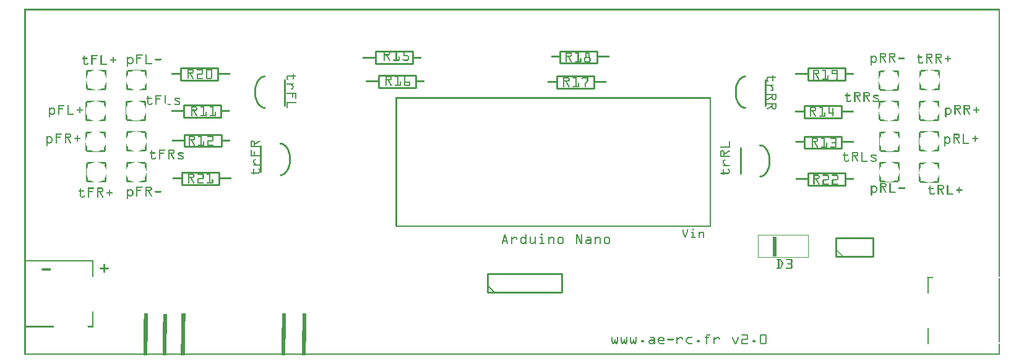
<source format=gto>
G04 MADE WITH FRITZING*
G04 WWW.FRITZING.ORG*
G04 DOUBLE SIDED*
G04 HOLES PLATED*
G04 CONTOUR ON CENTER OF CONTOUR VECTOR*
%ASAXBY*%
%FSLAX23Y23*%
%MOIN*%
%OFA0B0*%
%SFA1.0B1.0*%
%ADD10R,0.019685X0.106299*%
%ADD11C,0.010000*%
%ADD12C,0.005000*%
%ADD13C,0.008000*%
%ADD14R,0.001000X0.001000*%
%LNSILK1*%
G90*
G70*
G54D10*
X4043Y587D03*
G54D11*
X1402Y1486D02*
X1402Y1346D01*
D02*
X1273Y988D02*
X1273Y1128D01*
D02*
X3857Y979D02*
X3857Y1119D01*
D02*
X3991Y1486D02*
X3991Y1346D01*
D02*
X3085Y1575D02*
X2885Y1575D01*
D02*
X2885Y1575D02*
X2885Y1641D01*
D02*
X2885Y1641D02*
X3085Y1641D01*
D02*
X3085Y1641D02*
X3085Y1575D01*
D02*
X3069Y1440D02*
X2869Y1440D01*
D02*
X2869Y1440D02*
X2869Y1506D01*
D02*
X2869Y1506D02*
X3069Y1506D01*
D02*
X3069Y1506D02*
X3069Y1440D01*
D02*
X1908Y1510D02*
X2108Y1510D01*
D02*
X2108Y1510D02*
X2108Y1444D01*
D02*
X2108Y1444D02*
X1908Y1444D01*
D02*
X1908Y1444D02*
X1908Y1510D01*
D02*
X1890Y1638D02*
X2090Y1638D01*
D02*
X2090Y1638D02*
X2090Y1572D01*
D02*
X2090Y1572D02*
X1890Y1572D01*
D02*
X1890Y1572D02*
X1890Y1638D01*
D02*
X4400Y1280D02*
X4200Y1280D01*
D02*
X4200Y1280D02*
X4200Y1346D01*
D02*
X4200Y1346D02*
X4400Y1346D01*
D02*
X4400Y1346D02*
X4400Y1280D01*
D02*
X4402Y1115D02*
X4202Y1115D01*
D02*
X4202Y1115D02*
X4202Y1181D01*
D02*
X4202Y1181D02*
X4402Y1181D01*
D02*
X4402Y1181D02*
X4402Y1115D01*
D02*
X858Y1349D02*
X1058Y1349D01*
D02*
X1058Y1349D02*
X1058Y1283D01*
D02*
X1058Y1283D02*
X858Y1283D01*
D02*
X858Y1283D02*
X858Y1349D01*
D02*
X861Y1191D02*
X1061Y1191D01*
D02*
X1061Y1191D02*
X1061Y1125D01*
D02*
X1061Y1125D02*
X861Y1125D01*
D02*
X861Y1125D02*
X861Y1191D01*
D02*
X4373Y534D02*
X4573Y534D01*
D02*
X4573Y534D02*
X4573Y634D01*
D02*
X4573Y634D02*
X4373Y634D01*
D02*
X4373Y634D02*
X4373Y534D01*
D02*
X2496Y340D02*
X2896Y340D01*
D02*
X2896Y340D02*
X2896Y440D01*
D02*
X2896Y440D02*
X2496Y440D01*
D02*
X2496Y440D02*
X2496Y340D01*
G54D12*
D02*
X2531Y340D02*
X2496Y375D01*
G54D13*
D02*
X4868Y418D02*
X4868Y336D01*
D02*
X4868Y64D02*
X4868Y147D01*
D02*
X369Y154D02*
X369Y236D01*
D02*
X369Y508D02*
X369Y425D01*
G54D11*
D02*
X4221Y1548D02*
X4421Y1548D01*
D02*
X4421Y1548D02*
X4421Y1482D01*
D02*
X4421Y1482D02*
X4221Y1482D01*
D02*
X4221Y1482D02*
X4221Y1548D01*
D02*
X1040Y1484D02*
X840Y1484D01*
D02*
X840Y1484D02*
X840Y1550D01*
D02*
X840Y1550D02*
X1040Y1550D01*
D02*
X1040Y1550D02*
X1040Y1484D01*
D02*
X1047Y921D02*
X847Y921D01*
D02*
X847Y921D02*
X847Y987D01*
D02*
X847Y987D02*
X1047Y987D01*
D02*
X1047Y987D02*
X1047Y921D01*
D02*
X4222Y982D02*
X4422Y982D01*
D02*
X4422Y982D02*
X4422Y916D01*
D02*
X4422Y916D02*
X4222Y916D01*
D02*
X4222Y916D02*
X4222Y982D01*
G54D14*
X0Y1868D02*
X5254Y1868D01*
X0Y1867D02*
X5254Y1867D01*
X0Y1866D02*
X5254Y1866D01*
X0Y1865D02*
X5254Y1865D01*
X0Y1864D02*
X5254Y1864D01*
X0Y1863D02*
X5254Y1863D01*
X0Y1862D02*
X5254Y1862D01*
X0Y1861D02*
X5254Y1861D01*
X0Y1860D02*
X7Y1860D01*
X5247Y1860D02*
X5254Y1860D01*
X0Y1859D02*
X7Y1859D01*
X5247Y1859D02*
X5254Y1859D01*
X0Y1858D02*
X7Y1858D01*
X5247Y1858D02*
X5254Y1858D01*
X0Y1857D02*
X7Y1857D01*
X5247Y1857D02*
X5254Y1857D01*
X0Y1856D02*
X7Y1856D01*
X5247Y1856D02*
X5254Y1856D01*
X0Y1855D02*
X7Y1855D01*
X5247Y1855D02*
X5254Y1855D01*
X0Y1854D02*
X7Y1854D01*
X5247Y1854D02*
X5254Y1854D01*
X0Y1853D02*
X7Y1853D01*
X5247Y1853D02*
X5254Y1853D01*
X0Y1852D02*
X7Y1852D01*
X5247Y1852D02*
X5254Y1852D01*
X0Y1851D02*
X7Y1851D01*
X5247Y1851D02*
X5254Y1851D01*
X0Y1850D02*
X7Y1850D01*
X5247Y1850D02*
X5254Y1850D01*
X0Y1849D02*
X7Y1849D01*
X5247Y1849D02*
X5254Y1849D01*
X0Y1848D02*
X7Y1848D01*
X5247Y1848D02*
X5254Y1848D01*
X0Y1847D02*
X7Y1847D01*
X5247Y1847D02*
X5254Y1847D01*
X0Y1846D02*
X7Y1846D01*
X5247Y1846D02*
X5254Y1846D01*
X0Y1845D02*
X7Y1845D01*
X5247Y1845D02*
X5254Y1845D01*
X0Y1844D02*
X7Y1844D01*
X5247Y1844D02*
X5254Y1844D01*
X0Y1843D02*
X7Y1843D01*
X5247Y1843D02*
X5254Y1843D01*
X0Y1842D02*
X7Y1842D01*
X5247Y1842D02*
X5254Y1842D01*
X0Y1841D02*
X7Y1841D01*
X5247Y1841D02*
X5254Y1841D01*
X0Y1840D02*
X7Y1840D01*
X5247Y1840D02*
X5254Y1840D01*
X0Y1839D02*
X7Y1839D01*
X5247Y1839D02*
X5254Y1839D01*
X0Y1838D02*
X7Y1838D01*
X5247Y1838D02*
X5254Y1838D01*
X0Y1837D02*
X7Y1837D01*
X5247Y1837D02*
X5254Y1837D01*
X0Y1836D02*
X7Y1836D01*
X5247Y1836D02*
X5254Y1836D01*
X0Y1835D02*
X7Y1835D01*
X5247Y1835D02*
X5254Y1835D01*
X0Y1834D02*
X7Y1834D01*
X5247Y1834D02*
X5254Y1834D01*
X0Y1833D02*
X7Y1833D01*
X5247Y1833D02*
X5254Y1833D01*
X0Y1832D02*
X7Y1832D01*
X5247Y1832D02*
X5254Y1832D01*
X0Y1831D02*
X7Y1831D01*
X5247Y1831D02*
X5254Y1831D01*
X0Y1830D02*
X7Y1830D01*
X5247Y1830D02*
X5254Y1830D01*
X0Y1829D02*
X7Y1829D01*
X5247Y1829D02*
X5254Y1829D01*
X0Y1828D02*
X7Y1828D01*
X5247Y1828D02*
X5254Y1828D01*
X0Y1827D02*
X7Y1827D01*
X5247Y1827D02*
X5254Y1827D01*
X0Y1826D02*
X7Y1826D01*
X5247Y1826D02*
X5254Y1826D01*
X0Y1825D02*
X7Y1825D01*
X5247Y1825D02*
X5254Y1825D01*
X0Y1824D02*
X7Y1824D01*
X5247Y1824D02*
X5254Y1824D01*
X0Y1823D02*
X7Y1823D01*
X5247Y1823D02*
X5254Y1823D01*
X0Y1822D02*
X7Y1822D01*
X5247Y1822D02*
X5254Y1822D01*
X0Y1821D02*
X7Y1821D01*
X5247Y1821D02*
X5254Y1821D01*
X0Y1820D02*
X7Y1820D01*
X5247Y1820D02*
X5254Y1820D01*
X0Y1819D02*
X7Y1819D01*
X5247Y1819D02*
X5254Y1819D01*
X0Y1818D02*
X7Y1818D01*
X5247Y1818D02*
X5254Y1818D01*
X0Y1817D02*
X7Y1817D01*
X5247Y1817D02*
X5254Y1817D01*
X0Y1816D02*
X7Y1816D01*
X5247Y1816D02*
X5254Y1816D01*
X0Y1815D02*
X7Y1815D01*
X5247Y1815D02*
X5254Y1815D01*
X0Y1814D02*
X7Y1814D01*
X5247Y1814D02*
X5254Y1814D01*
X0Y1813D02*
X7Y1813D01*
X5247Y1813D02*
X5254Y1813D01*
X0Y1812D02*
X7Y1812D01*
X5247Y1812D02*
X5254Y1812D01*
X0Y1811D02*
X7Y1811D01*
X5247Y1811D02*
X5254Y1811D01*
X0Y1810D02*
X7Y1810D01*
X5247Y1810D02*
X5254Y1810D01*
X0Y1809D02*
X7Y1809D01*
X5247Y1809D02*
X5254Y1809D01*
X0Y1808D02*
X7Y1808D01*
X5247Y1808D02*
X5254Y1808D01*
X0Y1807D02*
X7Y1807D01*
X5247Y1807D02*
X5254Y1807D01*
X0Y1806D02*
X7Y1806D01*
X5247Y1806D02*
X5254Y1806D01*
X0Y1805D02*
X7Y1805D01*
X5247Y1805D02*
X5254Y1805D01*
X0Y1804D02*
X7Y1804D01*
X5247Y1804D02*
X5254Y1804D01*
X0Y1803D02*
X7Y1803D01*
X5247Y1803D02*
X5254Y1803D01*
X0Y1802D02*
X7Y1802D01*
X5247Y1802D02*
X5254Y1802D01*
X0Y1801D02*
X7Y1801D01*
X5247Y1801D02*
X5254Y1801D01*
X0Y1800D02*
X7Y1800D01*
X5247Y1800D02*
X5254Y1800D01*
X0Y1799D02*
X7Y1799D01*
X5247Y1799D02*
X5254Y1799D01*
X0Y1798D02*
X7Y1798D01*
X5247Y1798D02*
X5254Y1798D01*
X0Y1797D02*
X7Y1797D01*
X5247Y1797D02*
X5254Y1797D01*
X0Y1796D02*
X7Y1796D01*
X5247Y1796D02*
X5254Y1796D01*
X0Y1795D02*
X7Y1795D01*
X5247Y1795D02*
X5254Y1795D01*
X0Y1794D02*
X7Y1794D01*
X5247Y1794D02*
X5254Y1794D01*
X0Y1793D02*
X7Y1793D01*
X5247Y1793D02*
X5254Y1793D01*
X0Y1792D02*
X7Y1792D01*
X5247Y1792D02*
X5254Y1792D01*
X0Y1791D02*
X7Y1791D01*
X5247Y1791D02*
X5254Y1791D01*
X0Y1790D02*
X7Y1790D01*
X5247Y1790D02*
X5254Y1790D01*
X0Y1789D02*
X7Y1789D01*
X5247Y1789D02*
X5254Y1789D01*
X0Y1788D02*
X7Y1788D01*
X5247Y1788D02*
X5254Y1788D01*
X0Y1787D02*
X7Y1787D01*
X5247Y1787D02*
X5254Y1787D01*
X0Y1786D02*
X7Y1786D01*
X5247Y1786D02*
X5254Y1786D01*
X0Y1785D02*
X7Y1785D01*
X5247Y1785D02*
X5254Y1785D01*
X0Y1784D02*
X7Y1784D01*
X5247Y1784D02*
X5254Y1784D01*
X0Y1783D02*
X7Y1783D01*
X5247Y1783D02*
X5254Y1783D01*
X0Y1782D02*
X7Y1782D01*
X5247Y1782D02*
X5254Y1782D01*
X0Y1781D02*
X7Y1781D01*
X5247Y1781D02*
X5254Y1781D01*
X0Y1780D02*
X7Y1780D01*
X5247Y1780D02*
X5254Y1780D01*
X0Y1779D02*
X7Y1779D01*
X5247Y1779D02*
X5254Y1779D01*
X0Y1778D02*
X7Y1778D01*
X5247Y1778D02*
X5254Y1778D01*
X0Y1777D02*
X7Y1777D01*
X5247Y1777D02*
X5254Y1777D01*
X0Y1776D02*
X7Y1776D01*
X5247Y1776D02*
X5254Y1776D01*
X0Y1775D02*
X7Y1775D01*
X5247Y1775D02*
X5254Y1775D01*
X0Y1774D02*
X7Y1774D01*
X5247Y1774D02*
X5254Y1774D01*
X0Y1773D02*
X7Y1773D01*
X5247Y1773D02*
X5254Y1773D01*
X0Y1772D02*
X7Y1772D01*
X5247Y1772D02*
X5254Y1772D01*
X0Y1771D02*
X7Y1771D01*
X5247Y1771D02*
X5254Y1771D01*
X0Y1770D02*
X7Y1770D01*
X5247Y1770D02*
X5254Y1770D01*
X0Y1769D02*
X7Y1769D01*
X5247Y1769D02*
X5254Y1769D01*
X0Y1768D02*
X7Y1768D01*
X5247Y1768D02*
X5254Y1768D01*
X0Y1767D02*
X7Y1767D01*
X5247Y1767D02*
X5254Y1767D01*
X0Y1766D02*
X7Y1766D01*
X5247Y1766D02*
X5254Y1766D01*
X0Y1765D02*
X7Y1765D01*
X5247Y1765D02*
X5254Y1765D01*
X0Y1764D02*
X7Y1764D01*
X5247Y1764D02*
X5254Y1764D01*
X0Y1763D02*
X7Y1763D01*
X5247Y1763D02*
X5254Y1763D01*
X0Y1762D02*
X7Y1762D01*
X5247Y1762D02*
X5254Y1762D01*
X0Y1761D02*
X7Y1761D01*
X5247Y1761D02*
X5254Y1761D01*
X0Y1760D02*
X7Y1760D01*
X5247Y1760D02*
X5254Y1760D01*
X0Y1759D02*
X7Y1759D01*
X5247Y1759D02*
X5254Y1759D01*
X0Y1758D02*
X7Y1758D01*
X5247Y1758D02*
X5254Y1758D01*
X0Y1757D02*
X7Y1757D01*
X5247Y1757D02*
X5254Y1757D01*
X0Y1756D02*
X7Y1756D01*
X5247Y1756D02*
X5254Y1756D01*
X0Y1755D02*
X7Y1755D01*
X5247Y1755D02*
X5254Y1755D01*
X0Y1754D02*
X7Y1754D01*
X5247Y1754D02*
X5254Y1754D01*
X0Y1753D02*
X7Y1753D01*
X5247Y1753D02*
X5254Y1753D01*
X0Y1752D02*
X7Y1752D01*
X5247Y1752D02*
X5254Y1752D01*
X0Y1751D02*
X7Y1751D01*
X5247Y1751D02*
X5254Y1751D01*
X0Y1750D02*
X7Y1750D01*
X5247Y1750D02*
X5254Y1750D01*
X0Y1749D02*
X7Y1749D01*
X5247Y1749D02*
X5254Y1749D01*
X0Y1748D02*
X7Y1748D01*
X5247Y1748D02*
X5254Y1748D01*
X0Y1747D02*
X7Y1747D01*
X5247Y1747D02*
X5254Y1747D01*
X0Y1746D02*
X7Y1746D01*
X5247Y1746D02*
X5254Y1746D01*
X0Y1745D02*
X7Y1745D01*
X5247Y1745D02*
X5254Y1745D01*
X0Y1744D02*
X7Y1744D01*
X5247Y1744D02*
X5254Y1744D01*
X0Y1743D02*
X7Y1743D01*
X5247Y1743D02*
X5254Y1743D01*
X0Y1742D02*
X7Y1742D01*
X5247Y1742D02*
X5254Y1742D01*
X0Y1741D02*
X7Y1741D01*
X5247Y1741D02*
X5254Y1741D01*
X0Y1740D02*
X7Y1740D01*
X5247Y1740D02*
X5254Y1740D01*
X0Y1739D02*
X7Y1739D01*
X5247Y1739D02*
X5254Y1739D01*
X0Y1738D02*
X7Y1738D01*
X5247Y1738D02*
X5254Y1738D01*
X0Y1737D02*
X7Y1737D01*
X5247Y1737D02*
X5254Y1737D01*
X0Y1736D02*
X7Y1736D01*
X5247Y1736D02*
X5254Y1736D01*
X0Y1735D02*
X7Y1735D01*
X5247Y1735D02*
X5254Y1735D01*
X0Y1734D02*
X7Y1734D01*
X5247Y1734D02*
X5254Y1734D01*
X0Y1733D02*
X7Y1733D01*
X5247Y1733D02*
X5254Y1733D01*
X0Y1732D02*
X7Y1732D01*
X5247Y1732D02*
X5254Y1732D01*
X0Y1731D02*
X7Y1731D01*
X5247Y1731D02*
X5254Y1731D01*
X0Y1730D02*
X7Y1730D01*
X5247Y1730D02*
X5254Y1730D01*
X0Y1729D02*
X7Y1729D01*
X5247Y1729D02*
X5254Y1729D01*
X0Y1728D02*
X7Y1728D01*
X5247Y1728D02*
X5254Y1728D01*
X0Y1727D02*
X7Y1727D01*
X5247Y1727D02*
X5254Y1727D01*
X0Y1726D02*
X7Y1726D01*
X5247Y1726D02*
X5254Y1726D01*
X0Y1725D02*
X7Y1725D01*
X5247Y1725D02*
X5254Y1725D01*
X0Y1724D02*
X7Y1724D01*
X5247Y1724D02*
X5254Y1724D01*
X0Y1723D02*
X7Y1723D01*
X5247Y1723D02*
X5254Y1723D01*
X0Y1722D02*
X7Y1722D01*
X5247Y1722D02*
X5254Y1722D01*
X0Y1721D02*
X7Y1721D01*
X5247Y1721D02*
X5254Y1721D01*
X0Y1720D02*
X7Y1720D01*
X5247Y1720D02*
X5254Y1720D01*
X0Y1719D02*
X7Y1719D01*
X5247Y1719D02*
X5254Y1719D01*
X0Y1718D02*
X7Y1718D01*
X5247Y1718D02*
X5254Y1718D01*
X0Y1717D02*
X7Y1717D01*
X5247Y1717D02*
X5254Y1717D01*
X0Y1716D02*
X7Y1716D01*
X5247Y1716D02*
X5254Y1716D01*
X0Y1715D02*
X7Y1715D01*
X5247Y1715D02*
X5254Y1715D01*
X0Y1714D02*
X7Y1714D01*
X5247Y1714D02*
X5254Y1714D01*
X0Y1713D02*
X7Y1713D01*
X5247Y1713D02*
X5254Y1713D01*
X0Y1712D02*
X7Y1712D01*
X5247Y1712D02*
X5254Y1712D01*
X0Y1711D02*
X7Y1711D01*
X5247Y1711D02*
X5254Y1711D01*
X0Y1710D02*
X7Y1710D01*
X5247Y1710D02*
X5254Y1710D01*
X0Y1709D02*
X7Y1709D01*
X5247Y1709D02*
X5254Y1709D01*
X0Y1708D02*
X7Y1708D01*
X5247Y1708D02*
X5254Y1708D01*
X0Y1707D02*
X7Y1707D01*
X5247Y1707D02*
X5254Y1707D01*
X0Y1706D02*
X7Y1706D01*
X5247Y1706D02*
X5254Y1706D01*
X0Y1705D02*
X7Y1705D01*
X5247Y1705D02*
X5254Y1705D01*
X0Y1704D02*
X7Y1704D01*
X5247Y1704D02*
X5254Y1704D01*
X0Y1703D02*
X7Y1703D01*
X5247Y1703D02*
X5254Y1703D01*
X0Y1702D02*
X7Y1702D01*
X5247Y1702D02*
X5254Y1702D01*
X0Y1701D02*
X7Y1701D01*
X5247Y1701D02*
X5254Y1701D01*
X0Y1700D02*
X7Y1700D01*
X5247Y1700D02*
X5254Y1700D01*
X0Y1699D02*
X7Y1699D01*
X5247Y1699D02*
X5254Y1699D01*
X0Y1698D02*
X7Y1698D01*
X5247Y1698D02*
X5254Y1698D01*
X0Y1697D02*
X7Y1697D01*
X5247Y1697D02*
X5254Y1697D01*
X0Y1696D02*
X7Y1696D01*
X5247Y1696D02*
X5254Y1696D01*
X0Y1695D02*
X7Y1695D01*
X5247Y1695D02*
X5254Y1695D01*
X0Y1694D02*
X7Y1694D01*
X5247Y1694D02*
X5254Y1694D01*
X0Y1693D02*
X7Y1693D01*
X5247Y1693D02*
X5254Y1693D01*
X0Y1692D02*
X7Y1692D01*
X5247Y1692D02*
X5254Y1692D01*
X0Y1691D02*
X7Y1691D01*
X5247Y1691D02*
X5254Y1691D01*
X0Y1690D02*
X7Y1690D01*
X5247Y1690D02*
X5254Y1690D01*
X0Y1689D02*
X7Y1689D01*
X5247Y1689D02*
X5254Y1689D01*
X0Y1688D02*
X7Y1688D01*
X5247Y1688D02*
X5254Y1688D01*
X0Y1687D02*
X7Y1687D01*
X5247Y1687D02*
X5254Y1687D01*
X0Y1686D02*
X7Y1686D01*
X5247Y1686D02*
X5254Y1686D01*
X0Y1685D02*
X7Y1685D01*
X5247Y1685D02*
X5254Y1685D01*
X0Y1684D02*
X7Y1684D01*
X5247Y1684D02*
X5254Y1684D01*
X0Y1683D02*
X7Y1683D01*
X5247Y1683D02*
X5254Y1683D01*
X0Y1682D02*
X7Y1682D01*
X5247Y1682D02*
X5254Y1682D01*
X0Y1681D02*
X7Y1681D01*
X5247Y1681D02*
X5254Y1681D01*
X0Y1680D02*
X7Y1680D01*
X5247Y1680D02*
X5254Y1680D01*
X0Y1679D02*
X7Y1679D01*
X5247Y1679D02*
X5254Y1679D01*
X0Y1678D02*
X7Y1678D01*
X5247Y1678D02*
X5254Y1678D01*
X0Y1677D02*
X7Y1677D01*
X5247Y1677D02*
X5254Y1677D01*
X0Y1676D02*
X7Y1676D01*
X5247Y1676D02*
X5254Y1676D01*
X0Y1675D02*
X7Y1675D01*
X5247Y1675D02*
X5254Y1675D01*
X0Y1674D02*
X7Y1674D01*
X5247Y1674D02*
X5254Y1674D01*
X0Y1673D02*
X7Y1673D01*
X5247Y1673D02*
X5254Y1673D01*
X0Y1672D02*
X7Y1672D01*
X5247Y1672D02*
X5254Y1672D01*
X0Y1671D02*
X7Y1671D01*
X5247Y1671D02*
X5254Y1671D01*
X0Y1670D02*
X7Y1670D01*
X5247Y1670D02*
X5254Y1670D01*
X0Y1669D02*
X7Y1669D01*
X5247Y1669D02*
X5254Y1669D01*
X0Y1668D02*
X7Y1668D01*
X5247Y1668D02*
X5254Y1668D01*
X0Y1667D02*
X7Y1667D01*
X5247Y1667D02*
X5254Y1667D01*
X0Y1666D02*
X7Y1666D01*
X5247Y1666D02*
X5254Y1666D01*
X0Y1665D02*
X7Y1665D01*
X5247Y1665D02*
X5254Y1665D01*
X0Y1664D02*
X7Y1664D01*
X5247Y1664D02*
X5254Y1664D01*
X0Y1663D02*
X7Y1663D01*
X5247Y1663D02*
X5254Y1663D01*
X0Y1662D02*
X7Y1662D01*
X5247Y1662D02*
X5254Y1662D01*
X0Y1661D02*
X7Y1661D01*
X5247Y1661D02*
X5254Y1661D01*
X0Y1660D02*
X7Y1660D01*
X5247Y1660D02*
X5254Y1660D01*
X0Y1659D02*
X7Y1659D01*
X5247Y1659D02*
X5254Y1659D01*
X0Y1658D02*
X7Y1658D01*
X5247Y1658D02*
X5254Y1658D01*
X0Y1657D02*
X7Y1657D01*
X5247Y1657D02*
X5254Y1657D01*
X0Y1656D02*
X7Y1656D01*
X5247Y1656D02*
X5254Y1656D01*
X0Y1655D02*
X7Y1655D01*
X5247Y1655D02*
X5254Y1655D01*
X0Y1654D02*
X7Y1654D01*
X5247Y1654D02*
X5254Y1654D01*
X0Y1653D02*
X7Y1653D01*
X5247Y1653D02*
X5254Y1653D01*
X0Y1652D02*
X7Y1652D01*
X5247Y1652D02*
X5254Y1652D01*
X0Y1651D02*
X7Y1651D01*
X5247Y1651D02*
X5254Y1651D01*
X0Y1650D02*
X7Y1650D01*
X5247Y1650D02*
X5254Y1650D01*
X0Y1649D02*
X7Y1649D01*
X5247Y1649D02*
X5254Y1649D01*
X0Y1648D02*
X7Y1648D01*
X5247Y1648D02*
X5254Y1648D01*
X0Y1647D02*
X7Y1647D01*
X5247Y1647D02*
X5254Y1647D01*
X0Y1646D02*
X7Y1646D01*
X5247Y1646D02*
X5254Y1646D01*
X0Y1645D02*
X7Y1645D01*
X5247Y1645D02*
X5254Y1645D01*
X0Y1644D02*
X7Y1644D01*
X5247Y1644D02*
X5254Y1644D01*
X0Y1643D02*
X7Y1643D01*
X5247Y1643D02*
X5254Y1643D01*
X0Y1642D02*
X7Y1642D01*
X1937Y1642D02*
X1960Y1642D01*
X1990Y1642D02*
X2006Y1642D01*
X2044Y1642D02*
X2066Y1642D01*
X5247Y1642D02*
X5254Y1642D01*
X0Y1641D02*
X7Y1641D01*
X1936Y1641D02*
X1964Y1641D01*
X1987Y1641D02*
X2006Y1641D01*
X2043Y1641D02*
X2069Y1641D01*
X5247Y1641D02*
X5254Y1641D01*
X0Y1640D02*
X7Y1640D01*
X1936Y1640D02*
X1965Y1640D01*
X1987Y1640D02*
X2006Y1640D01*
X2043Y1640D02*
X2070Y1640D01*
X5247Y1640D02*
X5254Y1640D01*
X0Y1639D02*
X7Y1639D01*
X1936Y1639D02*
X1967Y1639D01*
X1986Y1639D02*
X2006Y1639D01*
X2043Y1639D02*
X2070Y1639D01*
X5247Y1639D02*
X5254Y1639D01*
X0Y1638D02*
X7Y1638D01*
X1936Y1638D02*
X1968Y1638D01*
X1986Y1638D02*
X2006Y1638D01*
X2043Y1638D02*
X2070Y1638D01*
X5247Y1638D02*
X5254Y1638D01*
X0Y1637D02*
X7Y1637D01*
X1936Y1637D02*
X1968Y1637D01*
X1987Y1637D02*
X2006Y1637D01*
X2043Y1637D02*
X2070Y1637D01*
X5247Y1637D02*
X5254Y1637D01*
X0Y1636D02*
X7Y1636D01*
X1936Y1636D02*
X1969Y1636D01*
X1988Y1636D02*
X2006Y1636D01*
X2043Y1636D02*
X2069Y1636D01*
X5247Y1636D02*
X5254Y1636D01*
X0Y1635D02*
X7Y1635D01*
X1936Y1635D02*
X1969Y1635D01*
X1990Y1635D02*
X2006Y1635D01*
X2043Y1635D02*
X2066Y1635D01*
X5247Y1635D02*
X5254Y1635D01*
X0Y1634D02*
X7Y1634D01*
X1936Y1634D02*
X1942Y1634D01*
X1963Y1634D02*
X1970Y1634D01*
X2000Y1634D02*
X2006Y1634D01*
X2043Y1634D02*
X2049Y1634D01*
X5247Y1634D02*
X5254Y1634D01*
X0Y1633D02*
X7Y1633D01*
X1936Y1633D02*
X1942Y1633D01*
X1964Y1633D02*
X1970Y1633D01*
X2000Y1633D02*
X2006Y1633D01*
X2043Y1633D02*
X2049Y1633D01*
X2916Y1633D02*
X2942Y1633D01*
X2968Y1633D02*
X2986Y1633D01*
X3025Y1633D02*
X3041Y1633D01*
X5247Y1633D02*
X5254Y1633D01*
X0Y1632D02*
X7Y1632D01*
X1936Y1632D02*
X1942Y1632D01*
X1964Y1632D02*
X1970Y1632D01*
X2000Y1632D02*
X2006Y1632D01*
X2043Y1632D02*
X2049Y1632D01*
X2916Y1632D02*
X2944Y1632D01*
X2967Y1632D02*
X2986Y1632D01*
X3024Y1632D02*
X3042Y1632D01*
X5247Y1632D02*
X5254Y1632D01*
X0Y1631D02*
X7Y1631D01*
X1936Y1631D02*
X1942Y1631D01*
X1964Y1631D02*
X1970Y1631D01*
X2000Y1631D02*
X2006Y1631D01*
X2043Y1631D02*
X2049Y1631D01*
X2916Y1631D02*
X2946Y1631D01*
X2966Y1631D02*
X2986Y1631D01*
X3023Y1631D02*
X3042Y1631D01*
X5247Y1631D02*
X5254Y1631D01*
X0Y1630D02*
X7Y1630D01*
X1936Y1630D02*
X1942Y1630D01*
X1964Y1630D02*
X1970Y1630D01*
X2000Y1630D02*
X2006Y1630D01*
X2043Y1630D02*
X2049Y1630D01*
X2916Y1630D02*
X2947Y1630D01*
X2966Y1630D02*
X2986Y1630D01*
X3023Y1630D02*
X3042Y1630D01*
X4608Y1630D02*
X4635Y1630D01*
X4658Y1630D02*
X4685Y1630D01*
X5247Y1630D02*
X5254Y1630D01*
X0Y1629D02*
X7Y1629D01*
X1936Y1629D02*
X1942Y1629D01*
X1964Y1629D02*
X1970Y1629D01*
X2000Y1629D02*
X2006Y1629D01*
X2043Y1629D02*
X2049Y1629D01*
X2916Y1629D02*
X2948Y1629D01*
X2966Y1629D02*
X2986Y1629D01*
X3023Y1629D02*
X3043Y1629D01*
X4608Y1629D02*
X4637Y1629D01*
X4658Y1629D02*
X4687Y1629D01*
X5247Y1629D02*
X5254Y1629D01*
X0Y1628D02*
X7Y1628D01*
X1936Y1628D02*
X1942Y1628D01*
X1964Y1628D02*
X1970Y1628D01*
X2000Y1628D02*
X2006Y1628D01*
X2043Y1628D02*
X2049Y1628D01*
X2916Y1628D02*
X2948Y1628D01*
X2967Y1628D02*
X2986Y1628D01*
X3023Y1628D02*
X3043Y1628D01*
X4608Y1628D02*
X4638Y1628D01*
X4658Y1628D02*
X4688Y1628D01*
X5247Y1628D02*
X5254Y1628D01*
X0Y1627D02*
X7Y1627D01*
X1936Y1627D02*
X1942Y1627D01*
X1964Y1627D02*
X1970Y1627D01*
X2000Y1627D02*
X2006Y1627D01*
X2043Y1627D02*
X2049Y1627D01*
X2916Y1627D02*
X2949Y1627D01*
X2968Y1627D02*
X2986Y1627D01*
X3023Y1627D02*
X3043Y1627D01*
X4608Y1627D02*
X4639Y1627D01*
X4658Y1627D02*
X4689Y1627D01*
X5247Y1627D02*
X5254Y1627D01*
X0Y1626D02*
X7Y1626D01*
X1936Y1626D02*
X1942Y1626D01*
X1963Y1626D02*
X1970Y1626D01*
X2000Y1626D02*
X2006Y1626D01*
X2043Y1626D02*
X2049Y1626D01*
X2916Y1626D02*
X2922Y1626D01*
X2942Y1626D02*
X2949Y1626D01*
X2980Y1626D02*
X2986Y1626D01*
X3023Y1626D02*
X3029Y1626D01*
X3037Y1626D02*
X3043Y1626D01*
X4608Y1626D02*
X4640Y1626D01*
X4658Y1626D02*
X4690Y1626D01*
X5247Y1626D02*
X5254Y1626D01*
X0Y1625D02*
X7Y1625D01*
X1936Y1625D02*
X1942Y1625D01*
X1962Y1625D02*
X1970Y1625D01*
X2000Y1625D02*
X2006Y1625D01*
X2043Y1625D02*
X2049Y1625D01*
X2916Y1625D02*
X2922Y1625D01*
X2943Y1625D02*
X2949Y1625D01*
X2980Y1625D02*
X2986Y1625D01*
X3023Y1625D02*
X3029Y1625D01*
X3037Y1625D02*
X3043Y1625D01*
X4608Y1625D02*
X4641Y1625D01*
X4658Y1625D02*
X4691Y1625D01*
X4858Y1625D02*
X4885Y1625D01*
X4908Y1625D02*
X4935Y1625D01*
X5247Y1625D02*
X5254Y1625D01*
X0Y1624D02*
X7Y1624D01*
X1936Y1624D02*
X1969Y1624D01*
X2000Y1624D02*
X2006Y1624D01*
X2043Y1624D02*
X2049Y1624D01*
X2916Y1624D02*
X2922Y1624D01*
X2943Y1624D02*
X2949Y1624D01*
X2980Y1624D02*
X2986Y1624D01*
X3023Y1624D02*
X3029Y1624D01*
X3037Y1624D02*
X3043Y1624D01*
X4608Y1624D02*
X4641Y1624D01*
X4658Y1624D02*
X4691Y1624D01*
X4858Y1624D02*
X4887Y1624D01*
X4908Y1624D02*
X4937Y1624D01*
X5247Y1624D02*
X5254Y1624D01*
X0Y1623D02*
X7Y1623D01*
X603Y1623D02*
X635Y1623D01*
X654Y1623D02*
X658Y1623D01*
X1936Y1623D02*
X1969Y1623D01*
X2000Y1623D02*
X2006Y1623D01*
X2043Y1623D02*
X2049Y1623D01*
X2916Y1623D02*
X2922Y1623D01*
X2943Y1623D02*
X2950Y1623D01*
X2980Y1623D02*
X2986Y1623D01*
X3023Y1623D02*
X3029Y1623D01*
X3037Y1623D02*
X3043Y1623D01*
X4608Y1623D02*
X4614Y1623D01*
X4634Y1623D02*
X4641Y1623D01*
X4658Y1623D02*
X4664Y1623D01*
X4684Y1623D02*
X4691Y1623D01*
X4858Y1623D02*
X4888Y1623D01*
X4908Y1623D02*
X4938Y1623D01*
X5247Y1623D02*
X5254Y1623D01*
X0Y1622D02*
X7Y1622D01*
X603Y1622D02*
X636Y1622D01*
X653Y1622D02*
X659Y1622D01*
X1936Y1622D02*
X1968Y1622D01*
X2000Y1622D02*
X2006Y1622D01*
X2043Y1622D02*
X2049Y1622D01*
X2916Y1622D02*
X2922Y1622D01*
X2944Y1622D02*
X2950Y1622D01*
X2980Y1622D02*
X2986Y1622D01*
X3023Y1622D02*
X3029Y1622D01*
X3037Y1622D02*
X3043Y1622D01*
X4608Y1622D02*
X4614Y1622D01*
X4635Y1622D02*
X4642Y1622D01*
X4658Y1622D02*
X4664Y1622D01*
X4685Y1622D02*
X4692Y1622D01*
X4817Y1622D02*
X4820Y1622D01*
X4858Y1622D02*
X4889Y1622D01*
X4908Y1622D02*
X4939Y1622D01*
X5247Y1622D02*
X5254Y1622D01*
X0Y1621D02*
X7Y1621D01*
X603Y1621D02*
X636Y1621D01*
X653Y1621D02*
X659Y1621D01*
X1936Y1621D02*
X1967Y1621D01*
X2000Y1621D02*
X2006Y1621D01*
X2043Y1621D02*
X2049Y1621D01*
X2916Y1621D02*
X2922Y1621D01*
X2944Y1621D02*
X2950Y1621D01*
X2980Y1621D02*
X2986Y1621D01*
X3023Y1621D02*
X3029Y1621D01*
X3037Y1621D02*
X3043Y1621D01*
X4608Y1621D02*
X4614Y1621D01*
X4636Y1621D02*
X4642Y1621D01*
X4658Y1621D02*
X4664Y1621D01*
X4686Y1621D02*
X4692Y1621D01*
X4816Y1621D02*
X4821Y1621D01*
X4858Y1621D02*
X4890Y1621D01*
X4908Y1621D02*
X4940Y1621D01*
X5247Y1621D02*
X5254Y1621D01*
X0Y1620D02*
X7Y1620D01*
X603Y1620D02*
X637Y1620D01*
X653Y1620D02*
X659Y1620D01*
X1936Y1620D02*
X1966Y1620D01*
X2000Y1620D02*
X2006Y1620D01*
X2043Y1620D02*
X2049Y1620D01*
X2916Y1620D02*
X2922Y1620D01*
X2944Y1620D02*
X2950Y1620D01*
X2980Y1620D02*
X2986Y1620D01*
X3023Y1620D02*
X3029Y1620D01*
X3037Y1620D02*
X3043Y1620D01*
X4608Y1620D02*
X4614Y1620D01*
X4636Y1620D02*
X4642Y1620D01*
X4658Y1620D02*
X4664Y1620D01*
X4686Y1620D02*
X4692Y1620D01*
X4815Y1620D02*
X4821Y1620D01*
X4858Y1620D02*
X4891Y1620D01*
X4908Y1620D02*
X4941Y1620D01*
X5247Y1620D02*
X5254Y1620D01*
X0Y1619D02*
X7Y1619D01*
X360Y1619D02*
X392Y1619D01*
X412Y1619D02*
X415Y1619D01*
X603Y1619D02*
X636Y1619D01*
X653Y1619D02*
X659Y1619D01*
X1936Y1619D02*
X1965Y1619D01*
X2000Y1619D02*
X2006Y1619D01*
X2043Y1619D02*
X2049Y1619D01*
X2916Y1619D02*
X2922Y1619D01*
X2943Y1619D02*
X2949Y1619D01*
X2980Y1619D02*
X2986Y1619D01*
X3023Y1619D02*
X3029Y1619D01*
X3037Y1619D02*
X3043Y1619D01*
X4608Y1619D02*
X4614Y1619D01*
X4636Y1619D02*
X4642Y1619D01*
X4658Y1619D02*
X4664Y1619D01*
X4686Y1619D02*
X4692Y1619D01*
X4815Y1619D02*
X4821Y1619D01*
X4858Y1619D02*
X4891Y1619D01*
X4908Y1619D02*
X4941Y1619D01*
X5247Y1619D02*
X5254Y1619D01*
X0Y1618D02*
X7Y1618D01*
X360Y1618D02*
X393Y1618D01*
X411Y1618D02*
X416Y1618D01*
X603Y1618D02*
X636Y1618D01*
X653Y1618D02*
X659Y1618D01*
X1936Y1618D02*
X1963Y1618D01*
X2000Y1618D02*
X2006Y1618D01*
X2043Y1618D02*
X2065Y1618D01*
X2916Y1618D02*
X2922Y1618D01*
X2943Y1618D02*
X2949Y1618D01*
X2980Y1618D02*
X2986Y1618D01*
X3023Y1618D02*
X3029Y1618D01*
X3037Y1618D02*
X3043Y1618D01*
X4608Y1618D02*
X4614Y1618D01*
X4636Y1618D02*
X4642Y1618D01*
X4658Y1618D02*
X4664Y1618D01*
X4686Y1618D02*
X4692Y1618D01*
X4815Y1618D02*
X4821Y1618D01*
X4858Y1618D02*
X4864Y1618D01*
X4884Y1618D02*
X4892Y1618D01*
X4908Y1618D02*
X4914Y1618D01*
X4934Y1618D02*
X4942Y1618D01*
X5247Y1618D02*
X5254Y1618D01*
X0Y1617D02*
X7Y1617D01*
X360Y1617D02*
X394Y1617D01*
X411Y1617D02*
X416Y1617D01*
X603Y1617D02*
X634Y1617D01*
X653Y1617D02*
X659Y1617D01*
X1936Y1617D02*
X1943Y1617D01*
X1948Y1617D02*
X1956Y1617D01*
X2000Y1617D02*
X2006Y1617D01*
X2043Y1617D02*
X2067Y1617D01*
X2916Y1617D02*
X2922Y1617D01*
X2942Y1617D02*
X2949Y1617D01*
X2980Y1617D02*
X2986Y1617D01*
X3023Y1617D02*
X3029Y1617D01*
X3037Y1617D02*
X3043Y1617D01*
X4560Y1617D02*
X4562Y1617D01*
X4572Y1617D02*
X4578Y1617D01*
X4608Y1617D02*
X4614Y1617D01*
X4636Y1617D02*
X4642Y1617D01*
X4658Y1617D02*
X4664Y1617D01*
X4686Y1617D02*
X4692Y1617D01*
X4815Y1617D02*
X4821Y1617D01*
X4858Y1617D02*
X4864Y1617D01*
X4885Y1617D02*
X4892Y1617D01*
X4908Y1617D02*
X4914Y1617D01*
X4935Y1617D02*
X4942Y1617D01*
X5247Y1617D02*
X5254Y1617D01*
X0Y1616D02*
X7Y1616D01*
X319Y1616D02*
X322Y1616D01*
X360Y1616D02*
X394Y1616D01*
X411Y1616D02*
X416Y1616D01*
X603Y1616D02*
X609Y1616D01*
X653Y1616D02*
X659Y1616D01*
X1936Y1616D02*
X1942Y1616D01*
X1949Y1616D02*
X1956Y1616D01*
X2000Y1616D02*
X2006Y1616D01*
X2043Y1616D02*
X2068Y1616D01*
X2916Y1616D02*
X2922Y1616D01*
X2941Y1616D02*
X2949Y1616D01*
X2980Y1616D02*
X2986Y1616D01*
X3023Y1616D02*
X3029Y1616D01*
X3037Y1616D02*
X3043Y1616D01*
X4559Y1616D02*
X4564Y1616D01*
X4570Y1616D02*
X4581Y1616D01*
X4608Y1616D02*
X4614Y1616D01*
X4636Y1616D02*
X4642Y1616D01*
X4658Y1616D02*
X4664Y1616D01*
X4686Y1616D02*
X4692Y1616D01*
X4815Y1616D02*
X4821Y1616D01*
X4858Y1616D02*
X4864Y1616D01*
X4886Y1616D02*
X4892Y1616D01*
X4908Y1616D02*
X4914Y1616D01*
X4936Y1616D02*
X4942Y1616D01*
X5247Y1616D02*
X5254Y1616D01*
X0Y1615D02*
X7Y1615D01*
X318Y1615D02*
X323Y1615D01*
X360Y1615D02*
X394Y1615D01*
X410Y1615D02*
X417Y1615D01*
X603Y1615D02*
X609Y1615D01*
X653Y1615D02*
X659Y1615D01*
X1936Y1615D02*
X1942Y1615D01*
X1950Y1615D02*
X1957Y1615D01*
X2000Y1615D02*
X2006Y1615D01*
X2043Y1615D02*
X2069Y1615D01*
X2916Y1615D02*
X2949Y1615D01*
X2980Y1615D02*
X2986Y1615D01*
X3023Y1615D02*
X3029Y1615D01*
X3037Y1615D02*
X3043Y1615D01*
X4558Y1615D02*
X4564Y1615D01*
X4568Y1615D02*
X4582Y1615D01*
X4608Y1615D02*
X4614Y1615D01*
X4635Y1615D02*
X4642Y1615D01*
X4658Y1615D02*
X4664Y1615D01*
X4685Y1615D02*
X4692Y1615D01*
X4815Y1615D02*
X4821Y1615D01*
X4858Y1615D02*
X4864Y1615D01*
X4886Y1615D02*
X4892Y1615D01*
X4908Y1615D02*
X4914Y1615D01*
X4936Y1615D02*
X4942Y1615D01*
X4973Y1615D02*
X4977Y1615D01*
X5247Y1615D02*
X5254Y1615D01*
X0Y1614D02*
X7Y1614D01*
X318Y1614D02*
X323Y1614D01*
X360Y1614D02*
X393Y1614D01*
X410Y1614D02*
X417Y1614D01*
X603Y1614D02*
X609Y1614D01*
X653Y1614D02*
X659Y1614D01*
X1936Y1614D02*
X1942Y1614D01*
X1950Y1614D02*
X1957Y1614D01*
X2000Y1614D02*
X2006Y1614D01*
X2043Y1614D02*
X2069Y1614D01*
X2837Y1614D02*
X2884Y1614D01*
X2916Y1614D02*
X2948Y1614D01*
X2980Y1614D02*
X2986Y1614D01*
X3023Y1614D02*
X3029Y1614D01*
X3037Y1614D02*
X3043Y1614D01*
X3085Y1614D02*
X3151Y1614D01*
X4558Y1614D02*
X4564Y1614D01*
X4567Y1614D02*
X4583Y1614D01*
X4608Y1614D02*
X4614Y1614D01*
X4634Y1614D02*
X4641Y1614D01*
X4658Y1614D02*
X4664Y1614D01*
X4684Y1614D02*
X4691Y1614D01*
X4815Y1614D02*
X4821Y1614D01*
X4858Y1614D02*
X4864Y1614D01*
X4886Y1614D02*
X4892Y1614D01*
X4908Y1614D02*
X4914Y1614D01*
X4936Y1614D02*
X4942Y1614D01*
X4973Y1614D02*
X4978Y1614D01*
X5247Y1614D02*
X5254Y1614D01*
X0Y1613D02*
X7Y1613D01*
X317Y1613D02*
X323Y1613D01*
X360Y1613D02*
X392Y1613D01*
X410Y1613D02*
X417Y1613D01*
X603Y1613D02*
X609Y1613D01*
X653Y1613D02*
X659Y1613D01*
X1936Y1613D02*
X1942Y1613D01*
X1951Y1613D02*
X1958Y1613D01*
X2000Y1613D02*
X2006Y1613D01*
X2043Y1613D02*
X2070Y1613D01*
X2837Y1613D02*
X2884Y1613D01*
X2916Y1613D02*
X2947Y1613D01*
X2980Y1613D02*
X2986Y1613D01*
X3023Y1613D02*
X3029Y1613D01*
X3037Y1613D02*
X3043Y1613D01*
X3085Y1613D02*
X3151Y1613D01*
X4558Y1613D02*
X4564Y1613D01*
X4566Y1613D02*
X4585Y1613D01*
X4608Y1613D02*
X4641Y1613D01*
X4658Y1613D02*
X4691Y1613D01*
X4815Y1613D02*
X4821Y1613D01*
X4858Y1613D02*
X4864Y1613D01*
X4886Y1613D02*
X4892Y1613D01*
X4908Y1613D02*
X4914Y1613D01*
X4936Y1613D02*
X4942Y1613D01*
X4972Y1613D02*
X4978Y1613D01*
X5247Y1613D02*
X5254Y1613D01*
X0Y1612D02*
X7Y1612D01*
X317Y1612D02*
X323Y1612D01*
X360Y1612D02*
X367Y1612D01*
X410Y1612D02*
X417Y1612D01*
X603Y1612D02*
X609Y1612D01*
X653Y1612D02*
X659Y1612D01*
X1936Y1612D02*
X1942Y1612D01*
X1951Y1612D02*
X1958Y1612D01*
X2000Y1612D02*
X2006Y1612D01*
X2016Y1612D02*
X2018Y1612D01*
X2043Y1612D02*
X2070Y1612D01*
X2837Y1612D02*
X2884Y1612D01*
X2916Y1612D02*
X2946Y1612D01*
X2980Y1612D02*
X2986Y1612D01*
X3023Y1612D02*
X3029Y1612D01*
X3037Y1612D02*
X3043Y1612D01*
X3085Y1612D02*
X3151Y1612D01*
X4558Y1612D02*
X4586Y1612D01*
X4608Y1612D02*
X4641Y1612D01*
X4658Y1612D02*
X4691Y1612D01*
X4815Y1612D02*
X4821Y1612D01*
X4858Y1612D02*
X4864Y1612D01*
X4886Y1612D02*
X4892Y1612D01*
X4908Y1612D02*
X4914Y1612D01*
X4936Y1612D02*
X4942Y1612D01*
X4972Y1612D02*
X4978Y1612D01*
X5247Y1612D02*
X5254Y1612D01*
X0Y1611D02*
X7Y1611D01*
X317Y1611D02*
X323Y1611D01*
X360Y1611D02*
X367Y1611D01*
X410Y1611D02*
X417Y1611D01*
X603Y1611D02*
X609Y1611D01*
X653Y1611D02*
X659Y1611D01*
X1936Y1611D02*
X1942Y1611D01*
X1952Y1611D02*
X1959Y1611D01*
X2000Y1611D02*
X2006Y1611D01*
X2015Y1611D02*
X2019Y1611D01*
X2064Y1611D02*
X2070Y1611D01*
X2837Y1611D02*
X2884Y1611D01*
X2916Y1611D02*
X2945Y1611D01*
X2980Y1611D02*
X2986Y1611D01*
X3023Y1611D02*
X3029Y1611D01*
X3037Y1611D02*
X3043Y1611D01*
X3085Y1611D02*
X3151Y1611D01*
X4558Y1611D02*
X4587Y1611D01*
X4608Y1611D02*
X4640Y1611D01*
X4658Y1611D02*
X4690Y1611D01*
X4812Y1611D02*
X4835Y1611D01*
X4858Y1611D02*
X4864Y1611D01*
X4886Y1611D02*
X4892Y1611D01*
X4908Y1611D02*
X4914Y1611D01*
X4936Y1611D02*
X4942Y1611D01*
X4972Y1611D02*
X4978Y1611D01*
X5247Y1611D02*
X5254Y1611D01*
X0Y1610D02*
X7Y1610D01*
X317Y1610D02*
X323Y1610D01*
X360Y1610D02*
X367Y1610D01*
X410Y1610D02*
X417Y1610D01*
X555Y1610D02*
X557Y1610D01*
X566Y1610D02*
X574Y1610D01*
X603Y1610D02*
X609Y1610D01*
X653Y1610D02*
X659Y1610D01*
X1823Y1610D02*
X1889Y1610D01*
X1936Y1610D02*
X1942Y1610D01*
X1952Y1610D02*
X1960Y1610D01*
X2000Y1610D02*
X2006Y1610D01*
X2014Y1610D02*
X2020Y1610D01*
X2064Y1610D02*
X2070Y1610D01*
X2090Y1610D02*
X2137Y1610D01*
X2837Y1610D02*
X2884Y1610D01*
X2916Y1610D02*
X2944Y1610D01*
X2980Y1610D02*
X2986Y1610D01*
X3022Y1610D02*
X3029Y1610D01*
X3036Y1610D02*
X3043Y1610D01*
X3085Y1610D02*
X3151Y1610D01*
X4558Y1610D02*
X4572Y1610D01*
X4578Y1610D02*
X4588Y1610D01*
X4608Y1610D02*
X4639Y1610D01*
X4658Y1610D02*
X4689Y1610D01*
X4810Y1610D02*
X4837Y1610D01*
X4858Y1610D02*
X4864Y1610D01*
X4886Y1610D02*
X4892Y1610D01*
X4908Y1610D02*
X4914Y1610D01*
X4936Y1610D02*
X4942Y1610D01*
X4972Y1610D02*
X4978Y1610D01*
X5247Y1610D02*
X5254Y1610D01*
X0Y1609D02*
X7Y1609D01*
X317Y1609D02*
X323Y1609D01*
X360Y1609D02*
X367Y1609D01*
X410Y1609D02*
X417Y1609D01*
X476Y1609D02*
X479Y1609D01*
X554Y1609D02*
X558Y1609D01*
X564Y1609D02*
X576Y1609D01*
X603Y1609D02*
X609Y1609D01*
X653Y1609D02*
X659Y1609D01*
X1823Y1609D02*
X1889Y1609D01*
X1936Y1609D02*
X1942Y1609D01*
X1953Y1609D02*
X1960Y1609D01*
X2000Y1609D02*
X2006Y1609D01*
X2014Y1609D02*
X2020Y1609D01*
X2064Y1609D02*
X2070Y1609D01*
X2090Y1609D02*
X2137Y1609D01*
X2837Y1609D02*
X2884Y1609D01*
X2916Y1609D02*
X2941Y1609D01*
X2980Y1609D02*
X2986Y1609D01*
X3019Y1609D02*
X3046Y1609D01*
X3085Y1609D02*
X3151Y1609D01*
X4558Y1609D02*
X4571Y1609D01*
X4579Y1609D02*
X4589Y1609D01*
X4608Y1609D02*
X4638Y1609D01*
X4658Y1609D02*
X4688Y1609D01*
X4809Y1609D02*
X4838Y1609D01*
X4858Y1609D02*
X4864Y1609D01*
X4885Y1609D02*
X4892Y1609D01*
X4908Y1609D02*
X4914Y1609D01*
X4935Y1609D02*
X4942Y1609D01*
X4972Y1609D02*
X4978Y1609D01*
X5247Y1609D02*
X5254Y1609D01*
X0Y1608D02*
X7Y1608D01*
X317Y1608D02*
X323Y1608D01*
X360Y1608D02*
X367Y1608D01*
X410Y1608D02*
X417Y1608D01*
X475Y1608D02*
X480Y1608D01*
X553Y1608D02*
X559Y1608D01*
X563Y1608D02*
X577Y1608D01*
X603Y1608D02*
X609Y1608D01*
X653Y1608D02*
X659Y1608D01*
X1823Y1608D02*
X1889Y1608D01*
X1936Y1608D02*
X1942Y1608D01*
X1954Y1608D02*
X1961Y1608D01*
X2000Y1608D02*
X2006Y1608D01*
X2014Y1608D02*
X2020Y1608D01*
X2064Y1608D02*
X2070Y1608D01*
X2090Y1608D02*
X2137Y1608D01*
X2837Y1608D02*
X2884Y1608D01*
X2916Y1608D02*
X2922Y1608D01*
X2928Y1608D02*
X2935Y1608D01*
X2980Y1608D02*
X2986Y1608D01*
X3018Y1608D02*
X3047Y1608D01*
X3085Y1608D02*
X3151Y1608D01*
X4558Y1608D02*
X4570Y1608D01*
X4581Y1608D02*
X4590Y1608D01*
X4608Y1608D02*
X4637Y1608D01*
X4658Y1608D02*
X4687Y1608D01*
X4809Y1608D02*
X4838Y1608D01*
X4858Y1608D02*
X4891Y1608D01*
X4908Y1608D02*
X4941Y1608D01*
X4972Y1608D02*
X4978Y1608D01*
X5247Y1608D02*
X5254Y1608D01*
X0Y1607D02*
X7Y1607D01*
X317Y1607D02*
X323Y1607D01*
X360Y1607D02*
X367Y1607D01*
X410Y1607D02*
X417Y1607D01*
X474Y1607D02*
X480Y1607D01*
X553Y1607D02*
X559Y1607D01*
X562Y1607D02*
X578Y1607D01*
X603Y1607D02*
X609Y1607D01*
X653Y1607D02*
X659Y1607D01*
X1823Y1607D02*
X1889Y1607D01*
X1936Y1607D02*
X1942Y1607D01*
X1954Y1607D02*
X1961Y1607D01*
X2000Y1607D02*
X2006Y1607D01*
X2014Y1607D02*
X2020Y1607D01*
X2064Y1607D02*
X2070Y1607D01*
X2090Y1607D02*
X2137Y1607D01*
X2837Y1607D02*
X2884Y1607D01*
X2916Y1607D02*
X2922Y1607D01*
X2929Y1607D02*
X2936Y1607D01*
X2980Y1607D02*
X2986Y1607D01*
X3017Y1607D02*
X3048Y1607D01*
X3085Y1607D02*
X3151Y1607D01*
X4558Y1607D02*
X4569Y1607D01*
X4582Y1607D02*
X4590Y1607D01*
X4608Y1607D02*
X4635Y1607D01*
X4658Y1607D02*
X4685Y1607D01*
X4710Y1607D02*
X4739Y1607D01*
X4809Y1607D02*
X4838Y1607D01*
X4858Y1607D02*
X4891Y1607D01*
X4908Y1607D02*
X4941Y1607D01*
X4972Y1607D02*
X4978Y1607D01*
X5247Y1607D02*
X5254Y1607D01*
X0Y1606D02*
X7Y1606D01*
X317Y1606D02*
X323Y1606D01*
X360Y1606D02*
X367Y1606D01*
X410Y1606D02*
X417Y1606D01*
X474Y1606D02*
X480Y1606D01*
X553Y1606D02*
X559Y1606D01*
X561Y1606D02*
X580Y1606D01*
X603Y1606D02*
X627Y1606D01*
X653Y1606D02*
X659Y1606D01*
X1823Y1606D02*
X1889Y1606D01*
X1936Y1606D02*
X1942Y1606D01*
X1955Y1606D02*
X1962Y1606D01*
X2000Y1606D02*
X2006Y1606D01*
X2014Y1606D02*
X2020Y1606D01*
X2064Y1606D02*
X2070Y1606D01*
X2090Y1606D02*
X2137Y1606D01*
X2837Y1606D02*
X2884Y1606D01*
X2916Y1606D02*
X2922Y1606D01*
X2929Y1606D02*
X2937Y1606D01*
X2980Y1606D02*
X2986Y1606D01*
X3017Y1606D02*
X3049Y1606D01*
X3085Y1606D02*
X3151Y1606D01*
X4558Y1606D02*
X4568Y1606D01*
X4583Y1606D02*
X4591Y1606D01*
X4608Y1606D02*
X4615Y1606D01*
X4620Y1606D02*
X4628Y1606D01*
X4658Y1606D02*
X4665Y1606D01*
X4670Y1606D02*
X4678Y1606D01*
X4709Y1606D02*
X4741Y1606D01*
X4809Y1606D02*
X4838Y1606D01*
X4858Y1606D02*
X4890Y1606D01*
X4908Y1606D02*
X4940Y1606D01*
X4972Y1606D02*
X4978Y1606D01*
X5247Y1606D02*
X5254Y1606D01*
X0Y1605D02*
X7Y1605D01*
X317Y1605D02*
X324Y1605D01*
X360Y1605D02*
X367Y1605D01*
X410Y1605D02*
X417Y1605D01*
X474Y1605D02*
X480Y1605D01*
X553Y1605D02*
X581Y1605D01*
X603Y1605D02*
X629Y1605D01*
X653Y1605D02*
X659Y1605D01*
X1823Y1605D02*
X1889Y1605D01*
X1936Y1605D02*
X1942Y1605D01*
X1955Y1605D02*
X1963Y1605D01*
X2000Y1605D02*
X2006Y1605D01*
X2014Y1605D02*
X2020Y1605D01*
X2064Y1605D02*
X2070Y1605D01*
X2090Y1605D02*
X2137Y1605D01*
X2837Y1605D02*
X2884Y1605D01*
X2916Y1605D02*
X2922Y1605D01*
X2930Y1605D02*
X2937Y1605D01*
X2980Y1605D02*
X2986Y1605D01*
X3016Y1605D02*
X3049Y1605D01*
X3085Y1605D02*
X3151Y1605D01*
X4558Y1605D02*
X4567Y1605D01*
X4584Y1605D02*
X4591Y1605D01*
X4608Y1605D02*
X4614Y1605D01*
X4621Y1605D02*
X4628Y1605D01*
X4658Y1605D02*
X4664Y1605D01*
X4671Y1605D02*
X4678Y1605D01*
X4708Y1605D02*
X4741Y1605D01*
X4810Y1605D02*
X4837Y1605D01*
X4858Y1605D02*
X4890Y1605D01*
X4908Y1605D02*
X4940Y1605D01*
X4972Y1605D02*
X4978Y1605D01*
X5247Y1605D02*
X5254Y1605D01*
X0Y1604D02*
X7Y1604D01*
X312Y1604D02*
X339Y1604D01*
X360Y1604D02*
X367Y1604D01*
X410Y1604D02*
X417Y1604D01*
X474Y1604D02*
X480Y1604D01*
X553Y1604D02*
X582Y1604D01*
X603Y1604D02*
X629Y1604D01*
X653Y1604D02*
X659Y1604D01*
X1823Y1604D02*
X1889Y1604D01*
X1936Y1604D02*
X1942Y1604D01*
X1956Y1604D02*
X1963Y1604D01*
X2000Y1604D02*
X2006Y1604D01*
X2014Y1604D02*
X2020Y1604D01*
X2064Y1604D02*
X2070Y1604D01*
X2090Y1604D02*
X2137Y1604D01*
X2916Y1604D02*
X2922Y1604D01*
X2931Y1604D02*
X2938Y1604D01*
X2980Y1604D02*
X2986Y1604D01*
X2996Y1604D02*
X2996Y1604D01*
X3016Y1604D02*
X3049Y1604D01*
X4558Y1604D02*
X4566Y1604D01*
X4585Y1604D02*
X4592Y1604D01*
X4608Y1604D02*
X4614Y1604D01*
X4621Y1604D02*
X4628Y1604D01*
X4658Y1604D02*
X4664Y1604D01*
X4671Y1604D02*
X4678Y1604D01*
X4708Y1604D02*
X4742Y1604D01*
X4812Y1604D02*
X4835Y1604D01*
X4858Y1604D02*
X4889Y1604D01*
X4908Y1604D02*
X4939Y1604D01*
X4972Y1604D02*
X4978Y1604D01*
X5247Y1604D02*
X5254Y1604D01*
X0Y1603D02*
X7Y1603D01*
X311Y1603D02*
X340Y1603D01*
X360Y1603D02*
X367Y1603D01*
X410Y1603D02*
X417Y1603D01*
X474Y1603D02*
X480Y1603D01*
X553Y1603D02*
X567Y1603D01*
X573Y1603D02*
X583Y1603D01*
X603Y1603D02*
X630Y1603D01*
X653Y1603D02*
X659Y1603D01*
X1823Y1603D02*
X1889Y1603D01*
X1936Y1603D02*
X1942Y1603D01*
X1957Y1603D02*
X1964Y1603D01*
X2000Y1603D02*
X2006Y1603D01*
X2014Y1603D02*
X2020Y1603D01*
X2064Y1603D02*
X2070Y1603D01*
X2090Y1603D02*
X2137Y1603D01*
X2916Y1603D02*
X2922Y1603D01*
X2931Y1603D02*
X2938Y1603D01*
X2980Y1603D02*
X2986Y1603D01*
X2995Y1603D02*
X2998Y1603D01*
X3016Y1603D02*
X3050Y1603D01*
X4558Y1603D02*
X4565Y1603D01*
X4586Y1603D02*
X4592Y1603D01*
X4608Y1603D02*
X4614Y1603D01*
X4622Y1603D02*
X4629Y1603D01*
X4658Y1603D02*
X4664Y1603D01*
X4672Y1603D02*
X4679Y1603D01*
X4708Y1603D02*
X4742Y1603D01*
X4815Y1603D02*
X4821Y1603D01*
X4858Y1603D02*
X4887Y1603D01*
X4908Y1603D02*
X4937Y1603D01*
X4972Y1603D02*
X4978Y1603D01*
X5247Y1603D02*
X5254Y1603D01*
X0Y1602D02*
X7Y1602D01*
X311Y1602D02*
X340Y1602D01*
X360Y1602D02*
X367Y1602D01*
X410Y1602D02*
X417Y1602D01*
X474Y1602D02*
X480Y1602D01*
X553Y1602D02*
X566Y1602D01*
X574Y1602D02*
X584Y1602D01*
X603Y1602D02*
X630Y1602D01*
X653Y1602D02*
X659Y1602D01*
X1823Y1602D02*
X1889Y1602D01*
X1936Y1602D02*
X1942Y1602D01*
X1957Y1602D02*
X1964Y1602D01*
X2000Y1602D02*
X2006Y1602D01*
X2014Y1602D02*
X2020Y1602D01*
X2064Y1602D02*
X2070Y1602D01*
X2090Y1602D02*
X2137Y1602D01*
X2916Y1602D02*
X2922Y1602D01*
X2932Y1602D02*
X2939Y1602D01*
X2980Y1602D02*
X2986Y1602D01*
X2994Y1602D02*
X2999Y1602D01*
X3016Y1602D02*
X3022Y1602D01*
X3043Y1602D02*
X3050Y1602D01*
X4558Y1602D02*
X4564Y1602D01*
X4586Y1602D02*
X4592Y1602D01*
X4608Y1602D02*
X4614Y1602D01*
X4622Y1602D02*
X4630Y1602D01*
X4658Y1602D02*
X4664Y1602D01*
X4672Y1602D02*
X4680Y1602D01*
X4708Y1602D02*
X4742Y1602D01*
X4815Y1602D02*
X4821Y1602D01*
X4858Y1602D02*
X4886Y1602D01*
X4908Y1602D02*
X4936Y1602D01*
X4961Y1602D02*
X4989Y1602D01*
X5247Y1602D02*
X5254Y1602D01*
X0Y1601D02*
X7Y1601D01*
X311Y1601D02*
X340Y1601D01*
X360Y1601D02*
X386Y1601D01*
X410Y1601D02*
X417Y1601D01*
X474Y1601D02*
X480Y1601D01*
X553Y1601D02*
X565Y1601D01*
X575Y1601D02*
X585Y1601D01*
X603Y1601D02*
X629Y1601D01*
X653Y1601D02*
X659Y1601D01*
X1823Y1601D02*
X1889Y1601D01*
X1936Y1601D02*
X1942Y1601D01*
X1958Y1601D02*
X1965Y1601D01*
X2000Y1601D02*
X2006Y1601D01*
X2014Y1601D02*
X2020Y1601D01*
X2064Y1601D02*
X2070Y1601D01*
X2090Y1601D02*
X2137Y1601D01*
X2916Y1601D02*
X2922Y1601D01*
X2932Y1601D02*
X2940Y1601D01*
X2980Y1601D02*
X2986Y1601D01*
X2994Y1601D02*
X2999Y1601D01*
X3016Y1601D02*
X3022Y1601D01*
X3043Y1601D02*
X3050Y1601D01*
X4558Y1601D02*
X4564Y1601D01*
X4586Y1601D02*
X4592Y1601D01*
X4608Y1601D02*
X4614Y1601D01*
X4623Y1601D02*
X4630Y1601D01*
X4658Y1601D02*
X4664Y1601D01*
X4673Y1601D02*
X4680Y1601D01*
X4708Y1601D02*
X4742Y1601D01*
X4815Y1601D02*
X4821Y1601D01*
X4858Y1601D02*
X4865Y1601D01*
X4870Y1601D02*
X4878Y1601D01*
X4908Y1601D02*
X4915Y1601D01*
X4920Y1601D02*
X4928Y1601D01*
X4959Y1601D02*
X4991Y1601D01*
X5247Y1601D02*
X5254Y1601D01*
X0Y1600D02*
X7Y1600D01*
X311Y1600D02*
X340Y1600D01*
X360Y1600D02*
X387Y1600D01*
X410Y1600D02*
X417Y1600D01*
X474Y1600D02*
X480Y1600D01*
X553Y1600D02*
X564Y1600D01*
X577Y1600D02*
X585Y1600D01*
X603Y1600D02*
X628Y1600D01*
X653Y1600D02*
X659Y1600D01*
X705Y1600D02*
X735Y1600D01*
X1936Y1600D02*
X1942Y1600D01*
X1958Y1600D02*
X1965Y1600D01*
X2000Y1600D02*
X2006Y1600D01*
X2014Y1600D02*
X2020Y1600D01*
X2064Y1600D02*
X2070Y1600D01*
X2916Y1600D02*
X2922Y1600D01*
X2933Y1600D02*
X2940Y1600D01*
X2980Y1600D02*
X2986Y1600D01*
X2993Y1600D02*
X3000Y1600D01*
X3016Y1600D02*
X3022Y1600D01*
X3043Y1600D02*
X3050Y1600D01*
X4558Y1600D02*
X4564Y1600D01*
X4586Y1600D02*
X4592Y1600D01*
X4608Y1600D02*
X4614Y1600D01*
X4624Y1600D02*
X4631Y1600D01*
X4658Y1600D02*
X4664Y1600D01*
X4674Y1600D02*
X4681Y1600D01*
X4708Y1600D02*
X4742Y1600D01*
X4815Y1600D02*
X4821Y1600D01*
X4858Y1600D02*
X4864Y1600D01*
X4871Y1600D02*
X4878Y1600D01*
X4908Y1600D02*
X4914Y1600D01*
X4921Y1600D02*
X4928Y1600D01*
X4959Y1600D02*
X4992Y1600D01*
X5247Y1600D02*
X5254Y1600D01*
X0Y1599D02*
X7Y1599D01*
X311Y1599D02*
X340Y1599D01*
X360Y1599D02*
X387Y1599D01*
X410Y1599D02*
X417Y1599D01*
X474Y1599D02*
X480Y1599D01*
X553Y1599D02*
X563Y1599D01*
X578Y1599D02*
X586Y1599D01*
X603Y1599D02*
X609Y1599D01*
X653Y1599D02*
X659Y1599D01*
X704Y1599D02*
X736Y1599D01*
X1936Y1599D02*
X1942Y1599D01*
X1959Y1599D02*
X1966Y1599D01*
X2000Y1599D02*
X2006Y1599D01*
X2014Y1599D02*
X2020Y1599D01*
X2064Y1599D02*
X2070Y1599D01*
X2916Y1599D02*
X2922Y1599D01*
X2933Y1599D02*
X2941Y1599D01*
X2980Y1599D02*
X2986Y1599D01*
X2993Y1599D02*
X3000Y1599D01*
X3016Y1599D02*
X3022Y1599D01*
X3043Y1599D02*
X3050Y1599D01*
X4558Y1599D02*
X4564Y1599D01*
X4586Y1599D02*
X4592Y1599D01*
X4608Y1599D02*
X4614Y1599D01*
X4624Y1599D02*
X4631Y1599D01*
X4658Y1599D02*
X4664Y1599D01*
X4674Y1599D02*
X4681Y1599D01*
X4709Y1599D02*
X4741Y1599D01*
X4815Y1599D02*
X4821Y1599D01*
X4858Y1599D02*
X4864Y1599D01*
X4871Y1599D02*
X4879Y1599D01*
X4908Y1599D02*
X4914Y1599D01*
X4921Y1599D02*
X4929Y1599D01*
X4958Y1599D02*
X4992Y1599D01*
X5247Y1599D02*
X5254Y1599D01*
X0Y1598D02*
X7Y1598D01*
X313Y1598D02*
X338Y1598D01*
X360Y1598D02*
X387Y1598D01*
X410Y1598D02*
X417Y1598D01*
X474Y1598D02*
X480Y1598D01*
X553Y1598D02*
X562Y1598D01*
X579Y1598D02*
X586Y1598D01*
X603Y1598D02*
X609Y1598D01*
X653Y1598D02*
X659Y1598D01*
X703Y1598D02*
X736Y1598D01*
X1936Y1598D02*
X1942Y1598D01*
X1959Y1598D02*
X1967Y1598D01*
X2000Y1598D02*
X2006Y1598D01*
X2014Y1598D02*
X2020Y1598D01*
X2064Y1598D02*
X2070Y1598D01*
X2916Y1598D02*
X2922Y1598D01*
X2934Y1598D02*
X2941Y1598D01*
X2980Y1598D02*
X2986Y1598D01*
X2993Y1598D02*
X3000Y1598D01*
X3016Y1598D02*
X3022Y1598D01*
X3043Y1598D02*
X3050Y1598D01*
X4558Y1598D02*
X4564Y1598D01*
X4586Y1598D02*
X4592Y1598D01*
X4608Y1598D02*
X4614Y1598D01*
X4625Y1598D02*
X4632Y1598D01*
X4658Y1598D02*
X4664Y1598D01*
X4675Y1598D02*
X4682Y1598D01*
X4710Y1598D02*
X4740Y1598D01*
X4815Y1598D02*
X4821Y1598D01*
X4858Y1598D02*
X4864Y1598D01*
X4872Y1598D02*
X4879Y1598D01*
X4908Y1598D02*
X4914Y1598D01*
X4922Y1598D02*
X4929Y1598D01*
X4959Y1598D02*
X4992Y1598D01*
X5247Y1598D02*
X5254Y1598D01*
X0Y1597D02*
X7Y1597D01*
X317Y1597D02*
X323Y1597D01*
X360Y1597D02*
X387Y1597D01*
X410Y1597D02*
X417Y1597D01*
X474Y1597D02*
X480Y1597D01*
X553Y1597D02*
X561Y1597D01*
X580Y1597D02*
X586Y1597D01*
X603Y1597D02*
X609Y1597D01*
X653Y1597D02*
X659Y1597D01*
X703Y1597D02*
X737Y1597D01*
X1936Y1597D02*
X1942Y1597D01*
X1960Y1597D02*
X1967Y1597D01*
X2000Y1597D02*
X2006Y1597D01*
X2014Y1597D02*
X2020Y1597D01*
X2038Y1597D02*
X2041Y1597D01*
X2064Y1597D02*
X2070Y1597D01*
X2916Y1597D02*
X2922Y1597D01*
X2935Y1597D02*
X2942Y1597D01*
X2980Y1597D02*
X2986Y1597D01*
X2993Y1597D02*
X3000Y1597D01*
X3016Y1597D02*
X3022Y1597D01*
X3043Y1597D02*
X3050Y1597D01*
X4558Y1597D02*
X4564Y1597D01*
X4586Y1597D02*
X4592Y1597D01*
X4608Y1597D02*
X4614Y1597D01*
X4625Y1597D02*
X4633Y1597D01*
X4658Y1597D02*
X4664Y1597D01*
X4675Y1597D02*
X4683Y1597D01*
X4815Y1597D02*
X4821Y1597D01*
X4858Y1597D02*
X4864Y1597D01*
X4873Y1597D02*
X4880Y1597D01*
X4908Y1597D02*
X4914Y1597D01*
X4923Y1597D02*
X4930Y1597D01*
X4959Y1597D02*
X4992Y1597D01*
X5247Y1597D02*
X5254Y1597D01*
X0Y1596D02*
X7Y1596D01*
X317Y1596D02*
X323Y1596D01*
X360Y1596D02*
X386Y1596D01*
X410Y1596D02*
X417Y1596D01*
X474Y1596D02*
X481Y1596D01*
X553Y1596D02*
X560Y1596D01*
X580Y1596D02*
X586Y1596D01*
X603Y1596D02*
X609Y1596D01*
X653Y1596D02*
X659Y1596D01*
X703Y1596D02*
X737Y1596D01*
X1936Y1596D02*
X1942Y1596D01*
X1961Y1596D02*
X1968Y1596D01*
X2000Y1596D02*
X2006Y1596D01*
X2014Y1596D02*
X2020Y1596D01*
X2037Y1596D02*
X2044Y1596D01*
X2064Y1596D02*
X2070Y1596D01*
X2916Y1596D02*
X2922Y1596D01*
X2935Y1596D02*
X2942Y1596D01*
X2980Y1596D02*
X2986Y1596D01*
X2993Y1596D02*
X3000Y1596D01*
X3016Y1596D02*
X3022Y1596D01*
X3043Y1596D02*
X3050Y1596D01*
X4558Y1596D02*
X4564Y1596D01*
X4586Y1596D02*
X4592Y1596D01*
X4608Y1596D02*
X4614Y1596D01*
X4626Y1596D02*
X4633Y1596D01*
X4658Y1596D02*
X4664Y1596D01*
X4676Y1596D02*
X4683Y1596D01*
X4815Y1596D02*
X4821Y1596D01*
X4858Y1596D02*
X4864Y1596D01*
X4873Y1596D02*
X4880Y1596D01*
X4908Y1596D02*
X4914Y1596D01*
X4923Y1596D02*
X4930Y1596D01*
X4960Y1596D02*
X4991Y1596D01*
X5247Y1596D02*
X5254Y1596D01*
X0Y1595D02*
X7Y1595D01*
X317Y1595D02*
X323Y1595D01*
X360Y1595D02*
X385Y1595D01*
X410Y1595D02*
X417Y1595D01*
X462Y1595D02*
X493Y1595D01*
X553Y1595D02*
X559Y1595D01*
X581Y1595D02*
X587Y1595D01*
X603Y1595D02*
X609Y1595D01*
X653Y1595D02*
X659Y1595D01*
X703Y1595D02*
X737Y1595D01*
X1936Y1595D02*
X1942Y1595D01*
X1961Y1595D02*
X1968Y1595D01*
X2000Y1595D02*
X2006Y1595D01*
X2014Y1595D02*
X2020Y1595D01*
X2036Y1595D02*
X2046Y1595D01*
X2064Y1595D02*
X2070Y1595D01*
X2916Y1595D02*
X2922Y1595D01*
X2936Y1595D02*
X2943Y1595D01*
X2980Y1595D02*
X2986Y1595D01*
X2993Y1595D02*
X3000Y1595D01*
X3016Y1595D02*
X3022Y1595D01*
X3043Y1595D02*
X3050Y1595D01*
X4558Y1595D02*
X4564Y1595D01*
X4586Y1595D02*
X4592Y1595D01*
X4608Y1595D02*
X4614Y1595D01*
X4626Y1595D02*
X4634Y1595D01*
X4658Y1595D02*
X4664Y1595D01*
X4676Y1595D02*
X4684Y1595D01*
X4815Y1595D02*
X4821Y1595D01*
X4858Y1595D02*
X4864Y1595D01*
X4874Y1595D02*
X4881Y1595D01*
X4908Y1595D02*
X4914Y1595D01*
X4924Y1595D02*
X4931Y1595D01*
X4972Y1595D02*
X4978Y1595D01*
X5247Y1595D02*
X5254Y1595D01*
X0Y1594D02*
X7Y1594D01*
X317Y1594D02*
X323Y1594D01*
X360Y1594D02*
X367Y1594D01*
X410Y1594D02*
X417Y1594D01*
X461Y1594D02*
X494Y1594D01*
X553Y1594D02*
X559Y1594D01*
X581Y1594D02*
X587Y1594D01*
X603Y1594D02*
X609Y1594D01*
X653Y1594D02*
X659Y1594D01*
X703Y1594D02*
X737Y1594D01*
X1936Y1594D02*
X1942Y1594D01*
X1962Y1594D02*
X1969Y1594D01*
X1988Y1594D02*
X2020Y1594D01*
X2036Y1594D02*
X2070Y1594D01*
X2916Y1594D02*
X2922Y1594D01*
X2936Y1594D02*
X2944Y1594D01*
X2980Y1594D02*
X2986Y1594D01*
X2993Y1594D02*
X3000Y1594D01*
X3016Y1594D02*
X3022Y1594D01*
X3043Y1594D02*
X3050Y1594D01*
X4558Y1594D02*
X4564Y1594D01*
X4586Y1594D02*
X4592Y1594D01*
X4608Y1594D02*
X4614Y1594D01*
X4627Y1594D02*
X4634Y1594D01*
X4658Y1594D02*
X4664Y1594D01*
X4677Y1594D02*
X4684Y1594D01*
X4815Y1594D02*
X4821Y1594D01*
X4858Y1594D02*
X4864Y1594D01*
X4874Y1594D02*
X4882Y1594D01*
X4908Y1594D02*
X4914Y1594D01*
X4924Y1594D02*
X4932Y1594D01*
X4972Y1594D02*
X4978Y1594D01*
X5247Y1594D02*
X5254Y1594D01*
X0Y1593D02*
X7Y1593D01*
X317Y1593D02*
X323Y1593D01*
X360Y1593D02*
X367Y1593D01*
X410Y1593D02*
X417Y1593D01*
X461Y1593D02*
X494Y1593D01*
X553Y1593D02*
X559Y1593D01*
X581Y1593D02*
X587Y1593D01*
X603Y1593D02*
X609Y1593D01*
X653Y1593D02*
X659Y1593D01*
X703Y1593D02*
X736Y1593D01*
X1936Y1593D02*
X1942Y1593D01*
X1962Y1593D02*
X1969Y1593D01*
X1987Y1593D02*
X2020Y1593D01*
X2037Y1593D02*
X2070Y1593D01*
X2916Y1593D02*
X2922Y1593D01*
X2937Y1593D02*
X2944Y1593D01*
X2980Y1593D02*
X2986Y1593D01*
X2993Y1593D02*
X3000Y1593D01*
X3016Y1593D02*
X3022Y1593D01*
X3043Y1593D02*
X3050Y1593D01*
X4558Y1593D02*
X4564Y1593D01*
X4586Y1593D02*
X4592Y1593D01*
X4608Y1593D02*
X4614Y1593D01*
X4628Y1593D02*
X4635Y1593D01*
X4658Y1593D02*
X4664Y1593D01*
X4678Y1593D02*
X4685Y1593D01*
X4815Y1593D02*
X4821Y1593D01*
X4858Y1593D02*
X4864Y1593D01*
X4875Y1593D02*
X4882Y1593D01*
X4908Y1593D02*
X4914Y1593D01*
X4925Y1593D02*
X4932Y1593D01*
X4972Y1593D02*
X4978Y1593D01*
X5247Y1593D02*
X5254Y1593D01*
X0Y1592D02*
X7Y1592D01*
X317Y1592D02*
X323Y1592D01*
X360Y1592D02*
X367Y1592D01*
X410Y1592D02*
X417Y1592D01*
X461Y1592D02*
X494Y1592D01*
X553Y1592D02*
X559Y1592D01*
X581Y1592D02*
X587Y1592D01*
X603Y1592D02*
X609Y1592D01*
X653Y1592D02*
X659Y1592D01*
X704Y1592D02*
X736Y1592D01*
X1936Y1592D02*
X1942Y1592D01*
X1963Y1592D02*
X1970Y1592D01*
X1986Y1592D02*
X2020Y1592D01*
X2037Y1592D02*
X2069Y1592D01*
X2916Y1592D02*
X2922Y1592D01*
X2938Y1592D02*
X2945Y1592D01*
X2980Y1592D02*
X2986Y1592D01*
X2993Y1592D02*
X3000Y1592D01*
X3016Y1592D02*
X3022Y1592D01*
X3043Y1592D02*
X3050Y1592D01*
X4558Y1592D02*
X4564Y1592D01*
X4586Y1592D02*
X4592Y1592D01*
X4608Y1592D02*
X4614Y1592D01*
X4628Y1592D02*
X4635Y1592D01*
X4658Y1592D02*
X4664Y1592D01*
X4678Y1592D02*
X4685Y1592D01*
X4815Y1592D02*
X4821Y1592D01*
X4858Y1592D02*
X4864Y1592D01*
X4876Y1592D02*
X4883Y1592D01*
X4908Y1592D02*
X4914Y1592D01*
X4925Y1592D02*
X4933Y1592D01*
X4972Y1592D02*
X4978Y1592D01*
X5247Y1592D02*
X5254Y1592D01*
X0Y1591D02*
X7Y1591D01*
X317Y1591D02*
X323Y1591D01*
X360Y1591D02*
X367Y1591D01*
X410Y1591D02*
X417Y1591D01*
X461Y1591D02*
X494Y1591D01*
X553Y1591D02*
X559Y1591D01*
X581Y1591D02*
X587Y1591D01*
X603Y1591D02*
X609Y1591D01*
X653Y1591D02*
X659Y1591D01*
X705Y1591D02*
X735Y1591D01*
X1936Y1591D02*
X1942Y1591D01*
X1964Y1591D02*
X1970Y1591D01*
X1986Y1591D02*
X2020Y1591D01*
X2039Y1591D02*
X2069Y1591D01*
X2916Y1591D02*
X2922Y1591D01*
X2938Y1591D02*
X2945Y1591D01*
X2980Y1591D02*
X2986Y1591D01*
X2993Y1591D02*
X3000Y1591D01*
X3016Y1591D02*
X3022Y1591D01*
X3043Y1591D02*
X3050Y1591D01*
X4558Y1591D02*
X4564Y1591D01*
X4586Y1591D02*
X4592Y1591D01*
X4608Y1591D02*
X4614Y1591D01*
X4629Y1591D02*
X4636Y1591D01*
X4658Y1591D02*
X4664Y1591D01*
X4679Y1591D02*
X4686Y1591D01*
X4815Y1591D02*
X4821Y1591D01*
X4858Y1591D02*
X4864Y1591D01*
X4876Y1591D02*
X4883Y1591D01*
X4908Y1591D02*
X4914Y1591D01*
X4926Y1591D02*
X4933Y1591D01*
X4972Y1591D02*
X4978Y1591D01*
X5247Y1591D02*
X5254Y1591D01*
X0Y1590D02*
X7Y1590D01*
X317Y1590D02*
X323Y1590D01*
X360Y1590D02*
X367Y1590D01*
X410Y1590D02*
X417Y1590D01*
X462Y1590D02*
X493Y1590D01*
X553Y1590D02*
X559Y1590D01*
X581Y1590D02*
X587Y1590D01*
X603Y1590D02*
X609Y1590D01*
X653Y1590D02*
X659Y1590D01*
X1937Y1590D02*
X1942Y1590D01*
X1964Y1590D02*
X1970Y1590D01*
X1987Y1590D02*
X2020Y1590D01*
X2041Y1590D02*
X2068Y1590D01*
X2916Y1590D02*
X2922Y1590D01*
X2939Y1590D02*
X2946Y1590D01*
X2980Y1590D02*
X2986Y1590D01*
X2993Y1590D02*
X3000Y1590D01*
X3016Y1590D02*
X3022Y1590D01*
X3043Y1590D02*
X3050Y1590D01*
X4558Y1590D02*
X4565Y1590D01*
X4586Y1590D02*
X4592Y1590D01*
X4608Y1590D02*
X4614Y1590D01*
X4629Y1590D02*
X4637Y1590D01*
X4658Y1590D02*
X4664Y1590D01*
X4679Y1590D02*
X4687Y1590D01*
X4815Y1590D02*
X4821Y1590D01*
X4858Y1590D02*
X4864Y1590D01*
X4877Y1590D02*
X4884Y1590D01*
X4908Y1590D02*
X4914Y1590D01*
X4927Y1590D02*
X4934Y1590D01*
X4972Y1590D02*
X4978Y1590D01*
X5247Y1590D02*
X5254Y1590D01*
X0Y1589D02*
X7Y1589D01*
X317Y1589D02*
X323Y1589D01*
X360Y1589D02*
X367Y1589D01*
X410Y1589D02*
X417Y1589D01*
X464Y1589D02*
X491Y1589D01*
X553Y1589D02*
X559Y1589D01*
X581Y1589D02*
X587Y1589D01*
X603Y1589D02*
X609Y1589D01*
X653Y1589D02*
X659Y1589D01*
X1937Y1589D02*
X1941Y1589D01*
X1965Y1589D02*
X1969Y1589D01*
X1987Y1589D02*
X2019Y1589D01*
X2043Y1589D02*
X2067Y1589D01*
X2916Y1589D02*
X2922Y1589D01*
X2939Y1589D02*
X2947Y1589D01*
X2980Y1589D02*
X2986Y1589D01*
X2993Y1589D02*
X3000Y1589D01*
X3016Y1589D02*
X3022Y1589D01*
X3043Y1589D02*
X3050Y1589D01*
X4558Y1589D02*
X4565Y1589D01*
X4585Y1589D02*
X4592Y1589D01*
X4608Y1589D02*
X4614Y1589D01*
X4630Y1589D02*
X4637Y1589D01*
X4658Y1589D02*
X4664Y1589D01*
X4680Y1589D02*
X4687Y1589D01*
X4815Y1589D02*
X4821Y1589D01*
X4858Y1589D02*
X4864Y1589D01*
X4877Y1589D02*
X4884Y1589D01*
X4908Y1589D02*
X4914Y1589D01*
X4927Y1589D02*
X4934Y1589D01*
X4972Y1589D02*
X4978Y1589D01*
X5247Y1589D02*
X5254Y1589D01*
X0Y1588D02*
X7Y1588D01*
X317Y1588D02*
X323Y1588D01*
X360Y1588D02*
X367Y1588D01*
X410Y1588D02*
X417Y1588D01*
X474Y1588D02*
X480Y1588D01*
X553Y1588D02*
X559Y1588D01*
X581Y1588D02*
X587Y1588D01*
X603Y1588D02*
X609Y1588D01*
X653Y1588D02*
X659Y1588D01*
X1939Y1588D02*
X1940Y1588D01*
X1966Y1588D02*
X1967Y1588D01*
X1989Y1588D02*
X2017Y1588D01*
X2047Y1588D02*
X2064Y1588D01*
X2916Y1588D02*
X2922Y1588D01*
X2940Y1588D02*
X2947Y1588D01*
X2980Y1588D02*
X2986Y1588D01*
X2993Y1588D02*
X3000Y1588D01*
X3016Y1588D02*
X3022Y1588D01*
X3043Y1588D02*
X3050Y1588D01*
X4558Y1588D02*
X4567Y1588D01*
X4584Y1588D02*
X4591Y1588D01*
X4608Y1588D02*
X4614Y1588D01*
X4631Y1588D02*
X4638Y1588D01*
X4658Y1588D02*
X4664Y1588D01*
X4681Y1588D02*
X4688Y1588D01*
X4815Y1588D02*
X4821Y1588D01*
X4858Y1588D02*
X4864Y1588D01*
X4878Y1588D02*
X4885Y1588D01*
X4908Y1588D02*
X4914Y1588D01*
X4928Y1588D02*
X4935Y1588D01*
X4972Y1588D02*
X4978Y1588D01*
X5247Y1588D02*
X5254Y1588D01*
X0Y1587D02*
X7Y1587D01*
X317Y1587D02*
X323Y1587D01*
X360Y1587D02*
X367Y1587D01*
X410Y1587D02*
X417Y1587D01*
X474Y1587D02*
X480Y1587D01*
X553Y1587D02*
X559Y1587D01*
X581Y1587D02*
X587Y1587D01*
X603Y1587D02*
X609Y1587D01*
X653Y1587D02*
X659Y1587D01*
X2916Y1587D02*
X2922Y1587D01*
X2940Y1587D02*
X2948Y1587D01*
X2980Y1587D02*
X2986Y1587D01*
X2993Y1587D02*
X3000Y1587D01*
X3016Y1587D02*
X3022Y1587D01*
X3043Y1587D02*
X3050Y1587D01*
X4558Y1587D02*
X4568Y1587D01*
X4583Y1587D02*
X4591Y1587D01*
X4608Y1587D02*
X4614Y1587D01*
X4631Y1587D02*
X4638Y1587D01*
X4658Y1587D02*
X4664Y1587D01*
X4681Y1587D02*
X4688Y1587D01*
X4815Y1587D02*
X4821Y1587D01*
X4858Y1587D02*
X4864Y1587D01*
X4878Y1587D02*
X4886Y1587D01*
X4908Y1587D02*
X4914Y1587D01*
X4928Y1587D02*
X4936Y1587D01*
X4972Y1587D02*
X4978Y1587D01*
X5247Y1587D02*
X5254Y1587D01*
X0Y1586D02*
X7Y1586D01*
X317Y1586D02*
X323Y1586D01*
X360Y1586D02*
X367Y1586D01*
X410Y1586D02*
X417Y1586D01*
X474Y1586D02*
X480Y1586D01*
X553Y1586D02*
X559Y1586D01*
X581Y1586D02*
X587Y1586D01*
X603Y1586D02*
X609Y1586D01*
X653Y1586D02*
X659Y1586D01*
X2916Y1586D02*
X2922Y1586D01*
X2941Y1586D02*
X2948Y1586D01*
X2968Y1586D02*
X3000Y1586D01*
X3016Y1586D02*
X3049Y1586D01*
X4558Y1586D02*
X4569Y1586D01*
X4582Y1586D02*
X4591Y1586D01*
X4608Y1586D02*
X4614Y1586D01*
X4632Y1586D02*
X4639Y1586D01*
X4658Y1586D02*
X4664Y1586D01*
X4682Y1586D02*
X4689Y1586D01*
X4815Y1586D02*
X4821Y1586D01*
X4858Y1586D02*
X4864Y1586D01*
X4879Y1586D02*
X4886Y1586D01*
X4908Y1586D02*
X4914Y1586D01*
X4929Y1586D02*
X4936Y1586D01*
X4972Y1586D02*
X4978Y1586D01*
X5247Y1586D02*
X5254Y1586D01*
X0Y1585D02*
X7Y1585D01*
X317Y1585D02*
X323Y1585D01*
X360Y1585D02*
X367Y1585D01*
X410Y1585D02*
X417Y1585D01*
X474Y1585D02*
X480Y1585D01*
X553Y1585D02*
X559Y1585D01*
X581Y1585D02*
X587Y1585D01*
X603Y1585D02*
X609Y1585D01*
X653Y1585D02*
X659Y1585D01*
X2916Y1585D02*
X2922Y1585D01*
X2942Y1585D02*
X2949Y1585D01*
X2967Y1585D02*
X3000Y1585D01*
X3016Y1585D02*
X3049Y1585D01*
X4558Y1585D02*
X4570Y1585D01*
X4581Y1585D02*
X4590Y1585D01*
X4608Y1585D02*
X4614Y1585D01*
X4632Y1585D02*
X4640Y1585D01*
X4658Y1585D02*
X4664Y1585D01*
X4682Y1585D02*
X4690Y1585D01*
X4815Y1585D02*
X4821Y1585D01*
X4858Y1585D02*
X4864Y1585D01*
X4880Y1585D02*
X4887Y1585D01*
X4908Y1585D02*
X4914Y1585D01*
X4930Y1585D02*
X4937Y1585D01*
X4972Y1585D02*
X4978Y1585D01*
X5247Y1585D02*
X5254Y1585D01*
X0Y1584D02*
X7Y1584D01*
X317Y1584D02*
X323Y1584D01*
X360Y1584D02*
X367Y1584D01*
X410Y1584D02*
X417Y1584D01*
X474Y1584D02*
X480Y1584D01*
X553Y1584D02*
X559Y1584D01*
X581Y1584D02*
X587Y1584D01*
X603Y1584D02*
X609Y1584D01*
X653Y1584D02*
X659Y1584D01*
X2916Y1584D02*
X2922Y1584D01*
X2942Y1584D02*
X2949Y1584D01*
X2966Y1584D02*
X3000Y1584D01*
X3016Y1584D02*
X3049Y1584D01*
X4558Y1584D02*
X4571Y1584D01*
X4580Y1584D02*
X4589Y1584D01*
X4608Y1584D02*
X4614Y1584D01*
X4633Y1584D02*
X4640Y1584D01*
X4658Y1584D02*
X4664Y1584D01*
X4683Y1584D02*
X4690Y1584D01*
X4815Y1584D02*
X4821Y1584D01*
X4838Y1584D02*
X4840Y1584D01*
X4858Y1584D02*
X4864Y1584D01*
X4880Y1584D02*
X4887Y1584D01*
X4908Y1584D02*
X4914Y1584D01*
X4930Y1584D02*
X4937Y1584D01*
X4972Y1584D02*
X4978Y1584D01*
X5247Y1584D02*
X5254Y1584D01*
X0Y1583D02*
X7Y1583D01*
X317Y1583D02*
X323Y1583D01*
X360Y1583D02*
X367Y1583D01*
X410Y1583D02*
X417Y1583D01*
X474Y1583D02*
X480Y1583D01*
X553Y1583D02*
X560Y1583D01*
X580Y1583D02*
X587Y1583D01*
X603Y1583D02*
X609Y1583D01*
X653Y1583D02*
X659Y1583D01*
X2916Y1583D02*
X2922Y1583D01*
X2943Y1583D02*
X2949Y1583D01*
X2966Y1583D02*
X3000Y1583D01*
X3017Y1583D02*
X3049Y1583D01*
X4558Y1583D02*
X4572Y1583D01*
X4578Y1583D02*
X4588Y1583D01*
X4608Y1583D02*
X4614Y1583D01*
X4633Y1583D02*
X4641Y1583D01*
X4658Y1583D02*
X4664Y1583D01*
X4683Y1583D02*
X4691Y1583D01*
X4815Y1583D02*
X4821Y1583D01*
X4837Y1583D02*
X4841Y1583D01*
X4858Y1583D02*
X4864Y1583D01*
X4881Y1583D02*
X4888Y1583D01*
X4908Y1583D02*
X4914Y1583D01*
X4931Y1583D02*
X4938Y1583D01*
X4973Y1583D02*
X4978Y1583D01*
X5247Y1583D02*
X5254Y1583D01*
X0Y1582D02*
X7Y1582D01*
X317Y1582D02*
X323Y1582D01*
X360Y1582D02*
X367Y1582D01*
X410Y1582D02*
X417Y1582D01*
X474Y1582D02*
X480Y1582D01*
X553Y1582D02*
X560Y1582D01*
X580Y1582D02*
X586Y1582D01*
X603Y1582D02*
X609Y1582D01*
X653Y1582D02*
X659Y1582D01*
X2916Y1582D02*
X2922Y1582D01*
X2943Y1582D02*
X2949Y1582D01*
X2966Y1582D02*
X2999Y1582D01*
X3018Y1582D02*
X3048Y1582D01*
X4558Y1582D02*
X4587Y1582D01*
X4608Y1582D02*
X4614Y1582D01*
X4634Y1582D02*
X4641Y1582D01*
X4658Y1582D02*
X4664Y1582D01*
X4684Y1582D02*
X4691Y1582D01*
X4815Y1582D02*
X4821Y1582D01*
X4836Y1582D02*
X4842Y1582D01*
X4858Y1582D02*
X4864Y1582D01*
X4881Y1582D02*
X4889Y1582D01*
X4908Y1582D02*
X4914Y1582D01*
X4931Y1582D02*
X4939Y1582D01*
X4974Y1582D02*
X4977Y1582D01*
X5247Y1582D02*
X5254Y1582D01*
X0Y1581D02*
X7Y1581D01*
X317Y1581D02*
X323Y1581D01*
X360Y1581D02*
X367Y1581D01*
X410Y1581D02*
X417Y1581D01*
X474Y1581D02*
X480Y1581D01*
X553Y1581D02*
X561Y1581D01*
X579Y1581D02*
X586Y1581D01*
X603Y1581D02*
X609Y1581D01*
X653Y1581D02*
X659Y1581D01*
X2917Y1581D02*
X2921Y1581D01*
X2944Y1581D02*
X2949Y1581D01*
X2967Y1581D02*
X2999Y1581D01*
X3019Y1581D02*
X3047Y1581D01*
X4558Y1581D02*
X4586Y1581D01*
X4608Y1581D02*
X4614Y1581D01*
X4635Y1581D02*
X4642Y1581D01*
X4658Y1581D02*
X4664Y1581D01*
X4685Y1581D02*
X4692Y1581D01*
X4815Y1581D02*
X4822Y1581D01*
X4836Y1581D02*
X4842Y1581D01*
X4858Y1581D02*
X4864Y1581D01*
X4882Y1581D02*
X4889Y1581D01*
X4908Y1581D02*
X4914Y1581D01*
X4932Y1581D02*
X4939Y1581D01*
X5247Y1581D02*
X5254Y1581D01*
X0Y1580D02*
X7Y1580D01*
X317Y1580D02*
X323Y1580D01*
X360Y1580D02*
X367Y1580D01*
X410Y1580D02*
X417Y1580D01*
X474Y1580D02*
X480Y1580D01*
X553Y1580D02*
X563Y1580D01*
X578Y1580D02*
X586Y1580D01*
X603Y1580D02*
X609Y1580D01*
X653Y1580D02*
X659Y1580D01*
X2918Y1580D02*
X2920Y1580D01*
X2945Y1580D02*
X2948Y1580D01*
X2968Y1580D02*
X2998Y1580D01*
X3020Y1580D02*
X3045Y1580D01*
X4558Y1580D02*
X4585Y1580D01*
X4608Y1580D02*
X4614Y1580D01*
X4635Y1580D02*
X4642Y1580D01*
X4658Y1580D02*
X4664Y1580D01*
X4685Y1580D02*
X4692Y1580D01*
X4816Y1580D02*
X4822Y1580D01*
X4835Y1580D02*
X4842Y1580D01*
X4858Y1580D02*
X4864Y1580D01*
X4883Y1580D02*
X4890Y1580D01*
X4908Y1580D02*
X4914Y1580D01*
X4933Y1580D02*
X4940Y1580D01*
X5247Y1580D02*
X5254Y1580D01*
X0Y1579D02*
X7Y1579D01*
X317Y1579D02*
X323Y1579D01*
X360Y1579D02*
X367Y1579D01*
X410Y1579D02*
X417Y1579D01*
X474Y1579D02*
X480Y1579D01*
X553Y1579D02*
X564Y1579D01*
X577Y1579D02*
X585Y1579D01*
X603Y1579D02*
X609Y1579D01*
X653Y1579D02*
X659Y1579D01*
X4558Y1579D02*
X4564Y1579D01*
X4567Y1579D02*
X4584Y1579D01*
X4608Y1579D02*
X4614Y1579D01*
X4636Y1579D02*
X4642Y1579D01*
X4658Y1579D02*
X4664Y1579D01*
X4686Y1579D02*
X4692Y1579D01*
X4816Y1579D02*
X4823Y1579D01*
X4834Y1579D02*
X4842Y1579D01*
X4858Y1579D02*
X4864Y1579D01*
X4883Y1579D02*
X4890Y1579D01*
X4908Y1579D02*
X4914Y1579D01*
X4933Y1579D02*
X4940Y1579D01*
X5247Y1579D02*
X5254Y1579D01*
X0Y1578D02*
X7Y1578D01*
X317Y1578D02*
X323Y1578D01*
X340Y1578D02*
X342Y1578D01*
X360Y1578D02*
X367Y1578D01*
X410Y1578D02*
X417Y1578D01*
X474Y1578D02*
X480Y1578D01*
X553Y1578D02*
X564Y1578D01*
X576Y1578D02*
X585Y1578D01*
X603Y1578D02*
X609Y1578D01*
X653Y1578D02*
X659Y1578D01*
X4558Y1578D02*
X4564Y1578D01*
X4568Y1578D02*
X4583Y1578D01*
X4609Y1578D02*
X4613Y1578D01*
X4637Y1578D02*
X4641Y1578D01*
X4659Y1578D02*
X4663Y1578D01*
X4687Y1578D02*
X4691Y1578D01*
X4816Y1578D02*
X4841Y1578D01*
X4858Y1578D02*
X4864Y1578D01*
X4884Y1578D02*
X4891Y1578D01*
X4908Y1578D02*
X4914Y1578D01*
X4934Y1578D02*
X4941Y1578D01*
X5247Y1578D02*
X5254Y1578D01*
X0Y1577D02*
X7Y1577D01*
X317Y1577D02*
X323Y1577D01*
X339Y1577D02*
X343Y1577D01*
X360Y1577D02*
X367Y1577D01*
X410Y1577D02*
X417Y1577D01*
X475Y1577D02*
X480Y1577D01*
X553Y1577D02*
X566Y1577D01*
X574Y1577D02*
X584Y1577D01*
X603Y1577D02*
X609Y1577D01*
X653Y1577D02*
X659Y1577D01*
X4558Y1577D02*
X4564Y1577D01*
X4569Y1577D02*
X4581Y1577D01*
X4610Y1577D02*
X4612Y1577D01*
X4638Y1577D02*
X4640Y1577D01*
X4660Y1577D02*
X4662Y1577D01*
X4688Y1577D02*
X4690Y1577D01*
X4817Y1577D02*
X4841Y1577D01*
X4858Y1577D02*
X4864Y1577D01*
X4884Y1577D02*
X4891Y1577D01*
X4908Y1577D02*
X4914Y1577D01*
X4934Y1577D02*
X4941Y1577D01*
X5247Y1577D02*
X5254Y1577D01*
X0Y1576D02*
X7Y1576D01*
X317Y1576D02*
X323Y1576D01*
X338Y1576D02*
X344Y1576D01*
X360Y1576D02*
X367Y1576D01*
X410Y1576D02*
X417Y1576D01*
X476Y1576D02*
X479Y1576D01*
X553Y1576D02*
X567Y1576D01*
X573Y1576D02*
X583Y1576D01*
X603Y1576D02*
X609Y1576D01*
X653Y1576D02*
X685Y1576D01*
X4558Y1576D02*
X4564Y1576D01*
X4571Y1576D02*
X4579Y1576D01*
X4817Y1576D02*
X4840Y1576D01*
X4858Y1576D02*
X4864Y1576D01*
X4885Y1576D02*
X4892Y1576D01*
X4908Y1576D02*
X4914Y1576D01*
X4935Y1576D02*
X4942Y1576D01*
X5247Y1576D02*
X5254Y1576D01*
X0Y1575D02*
X7Y1575D01*
X317Y1575D02*
X324Y1575D01*
X338Y1575D02*
X344Y1575D01*
X360Y1575D02*
X367Y1575D01*
X410Y1575D02*
X417Y1575D01*
X553Y1575D02*
X582Y1575D01*
X603Y1575D02*
X609Y1575D01*
X653Y1575D02*
X686Y1575D01*
X4558Y1575D02*
X4564Y1575D01*
X4818Y1575D02*
X4839Y1575D01*
X4858Y1575D02*
X4864Y1575D01*
X4885Y1575D02*
X4892Y1575D01*
X4908Y1575D02*
X4914Y1575D01*
X4935Y1575D02*
X4942Y1575D01*
X5247Y1575D02*
X5254Y1575D01*
X0Y1574D02*
X7Y1574D01*
X318Y1574D02*
X324Y1574D01*
X337Y1574D02*
X344Y1574D01*
X360Y1574D02*
X367Y1574D01*
X410Y1574D02*
X417Y1574D01*
X553Y1574D02*
X581Y1574D01*
X603Y1574D02*
X609Y1574D01*
X653Y1574D02*
X686Y1574D01*
X4558Y1574D02*
X4564Y1574D01*
X4819Y1574D02*
X4838Y1574D01*
X4859Y1574D02*
X4864Y1574D01*
X4886Y1574D02*
X4892Y1574D01*
X4909Y1574D02*
X4914Y1574D01*
X4936Y1574D02*
X4942Y1574D01*
X5247Y1574D02*
X5254Y1574D01*
X0Y1573D02*
X7Y1573D01*
X318Y1573D02*
X325Y1573D01*
X336Y1573D02*
X344Y1573D01*
X360Y1573D02*
X367Y1573D01*
X410Y1573D02*
X417Y1573D01*
X553Y1573D02*
X559Y1573D01*
X561Y1573D02*
X580Y1573D01*
X603Y1573D02*
X609Y1573D01*
X653Y1573D02*
X687Y1573D01*
X4558Y1573D02*
X4564Y1573D01*
X4821Y1573D02*
X4837Y1573D01*
X4859Y1573D02*
X4864Y1573D01*
X4887Y1573D02*
X4891Y1573D01*
X4909Y1573D02*
X4914Y1573D01*
X4937Y1573D02*
X4941Y1573D01*
X5247Y1573D02*
X5254Y1573D01*
X0Y1572D02*
X7Y1572D01*
X318Y1572D02*
X343Y1572D01*
X360Y1572D02*
X367Y1572D01*
X410Y1572D02*
X442Y1572D01*
X553Y1572D02*
X559Y1572D01*
X562Y1572D02*
X578Y1572D01*
X603Y1572D02*
X609Y1572D01*
X653Y1572D02*
X686Y1572D01*
X4558Y1572D02*
X4564Y1572D01*
X4823Y1572D02*
X4834Y1572D01*
X4860Y1572D02*
X4862Y1572D01*
X4888Y1572D02*
X4890Y1572D01*
X4910Y1572D02*
X4912Y1572D01*
X4938Y1572D02*
X4940Y1572D01*
X5247Y1572D02*
X5254Y1572D01*
X0Y1571D02*
X7Y1571D01*
X319Y1571D02*
X343Y1571D01*
X360Y1571D02*
X367Y1571D01*
X410Y1571D02*
X443Y1571D01*
X553Y1571D02*
X559Y1571D01*
X563Y1571D02*
X577Y1571D01*
X604Y1571D02*
X608Y1571D01*
X653Y1571D02*
X686Y1571D01*
X4558Y1571D02*
X4564Y1571D01*
X5247Y1571D02*
X5254Y1571D01*
X0Y1570D02*
X7Y1570D01*
X319Y1570D02*
X342Y1570D01*
X360Y1570D02*
X367Y1570D01*
X410Y1570D02*
X444Y1570D01*
X553Y1570D02*
X559Y1570D01*
X564Y1570D02*
X576Y1570D01*
X605Y1570D02*
X607Y1570D01*
X653Y1570D02*
X684Y1570D01*
X4558Y1570D02*
X4564Y1570D01*
X5247Y1570D02*
X5254Y1570D01*
X0Y1569D02*
X7Y1569D01*
X320Y1569D02*
X341Y1569D01*
X361Y1569D02*
X367Y1569D01*
X410Y1569D02*
X444Y1569D01*
X553Y1569D02*
X559Y1569D01*
X566Y1569D02*
X574Y1569D01*
X4558Y1569D02*
X4564Y1569D01*
X5247Y1569D02*
X5254Y1569D01*
X0Y1568D02*
X7Y1568D01*
X321Y1568D02*
X340Y1568D01*
X361Y1568D02*
X366Y1568D01*
X410Y1568D02*
X444Y1568D01*
X553Y1568D02*
X559Y1568D01*
X4558Y1568D02*
X4564Y1568D01*
X5247Y1568D02*
X5254Y1568D01*
X0Y1567D02*
X7Y1567D01*
X322Y1567D02*
X339Y1567D01*
X361Y1567D02*
X366Y1567D01*
X410Y1567D02*
X443Y1567D01*
X553Y1567D02*
X559Y1567D01*
X4558Y1567D02*
X4564Y1567D01*
X5247Y1567D02*
X5254Y1567D01*
X0Y1566D02*
X7Y1566D01*
X324Y1566D02*
X337Y1566D01*
X362Y1566D02*
X365Y1566D01*
X410Y1566D02*
X442Y1566D01*
X553Y1566D02*
X559Y1566D01*
X4558Y1566D02*
X4564Y1566D01*
X5247Y1566D02*
X5254Y1566D01*
X0Y1565D02*
X7Y1565D01*
X553Y1565D02*
X559Y1565D01*
X4558Y1565D02*
X4564Y1565D01*
X5247Y1565D02*
X5254Y1565D01*
X0Y1564D02*
X7Y1564D01*
X553Y1564D02*
X559Y1564D01*
X4559Y1564D02*
X4564Y1564D01*
X5247Y1564D02*
X5254Y1564D01*
X0Y1563D02*
X7Y1563D01*
X553Y1563D02*
X559Y1563D01*
X4559Y1563D02*
X4563Y1563D01*
X5247Y1563D02*
X5254Y1563D01*
X0Y1562D02*
X7Y1562D01*
X553Y1562D02*
X559Y1562D01*
X4561Y1562D02*
X4561Y1562D01*
X5247Y1562D02*
X5254Y1562D01*
X0Y1561D02*
X7Y1561D01*
X553Y1561D02*
X559Y1561D01*
X5247Y1561D02*
X5254Y1561D01*
X0Y1560D02*
X7Y1560D01*
X553Y1560D02*
X559Y1560D01*
X5247Y1560D02*
X5254Y1560D01*
X0Y1559D02*
X7Y1559D01*
X553Y1559D02*
X559Y1559D01*
X5247Y1559D02*
X5254Y1559D01*
X0Y1558D02*
X7Y1558D01*
X553Y1558D02*
X559Y1558D01*
X5247Y1558D02*
X5254Y1558D01*
X0Y1557D02*
X7Y1557D01*
X553Y1557D02*
X559Y1557D01*
X5247Y1557D02*
X5254Y1557D01*
X0Y1556D02*
X7Y1556D01*
X554Y1556D02*
X558Y1556D01*
X5247Y1556D02*
X5254Y1556D01*
X0Y1555D02*
X7Y1555D01*
X5247Y1555D02*
X5254Y1555D01*
X0Y1554D02*
X7Y1554D01*
X5247Y1554D02*
X5254Y1554D01*
X0Y1553D02*
X7Y1553D01*
X5247Y1553D02*
X5254Y1553D01*
X0Y1552D02*
X7Y1552D01*
X5247Y1552D02*
X5254Y1552D01*
X0Y1551D02*
X7Y1551D01*
X5247Y1551D02*
X5254Y1551D01*
X0Y1550D02*
X7Y1550D01*
X5247Y1550D02*
X5254Y1550D01*
X0Y1549D02*
X7Y1549D01*
X5247Y1549D02*
X5254Y1549D01*
X0Y1548D02*
X7Y1548D01*
X5247Y1548D02*
X5254Y1548D01*
X0Y1547D02*
X7Y1547D01*
X5247Y1547D02*
X5254Y1547D01*
X0Y1546D02*
X7Y1546D01*
X5247Y1546D02*
X5254Y1546D01*
X0Y1545D02*
X7Y1545D01*
X5247Y1545D02*
X5254Y1545D01*
X0Y1544D02*
X7Y1544D01*
X878Y1544D02*
X901Y1544D01*
X930Y1544D02*
X955Y1544D01*
X983Y1544D02*
X1005Y1544D01*
X5247Y1544D02*
X5254Y1544D01*
X0Y1543D02*
X7Y1543D01*
X877Y1543D02*
X905Y1543D01*
X928Y1543D02*
X957Y1543D01*
X981Y1543D02*
X1007Y1543D01*
X5247Y1543D02*
X5254Y1543D01*
X0Y1542D02*
X7Y1542D01*
X877Y1542D02*
X906Y1542D01*
X928Y1542D02*
X959Y1542D01*
X979Y1542D02*
X1009Y1542D01*
X5247Y1542D02*
X5254Y1542D01*
X0Y1541D02*
X7Y1541D01*
X877Y1541D02*
X908Y1541D01*
X927Y1541D02*
X960Y1541D01*
X979Y1541D02*
X1010Y1541D01*
X5247Y1541D02*
X5254Y1541D01*
X0Y1540D02*
X7Y1540D01*
X338Y1540D02*
X436Y1540D01*
X877Y1540D02*
X909Y1540D01*
X927Y1540D02*
X960Y1540D01*
X978Y1540D02*
X1010Y1540D01*
X4248Y1540D02*
X4274Y1540D01*
X4300Y1540D02*
X4318Y1540D01*
X4350Y1540D02*
X4380Y1540D01*
X5247Y1540D02*
X5254Y1540D01*
X0Y1539D02*
X7Y1539D01*
X338Y1539D02*
X380Y1539D01*
X394Y1539D02*
X437Y1539D01*
X877Y1539D02*
X909Y1539D01*
X928Y1539D02*
X961Y1539D01*
X978Y1539D02*
X1011Y1539D01*
X4248Y1539D02*
X4277Y1539D01*
X4299Y1539D02*
X4318Y1539D01*
X4349Y1539D02*
X4381Y1539D01*
X5247Y1539D02*
X5254Y1539D01*
X0Y1538D02*
X7Y1538D01*
X338Y1538D02*
X374Y1538D01*
X400Y1538D02*
X437Y1538D01*
X554Y1538D02*
X653Y1538D01*
X877Y1538D02*
X910Y1538D01*
X928Y1538D02*
X961Y1538D01*
X977Y1538D02*
X1011Y1538D01*
X4248Y1538D02*
X4278Y1538D01*
X4298Y1538D02*
X4318Y1538D01*
X4348Y1538D02*
X4382Y1538D01*
X4827Y1538D02*
X4869Y1538D01*
X4883Y1538D02*
X4926Y1538D01*
X5247Y1538D02*
X5254Y1538D01*
X0Y1537D02*
X7Y1537D01*
X338Y1537D02*
X370Y1537D01*
X404Y1537D02*
X437Y1537D01*
X554Y1537D02*
X593Y1537D01*
X613Y1537D02*
X653Y1537D01*
X877Y1537D02*
X884Y1537D01*
X902Y1537D02*
X910Y1537D01*
X954Y1537D02*
X961Y1537D01*
X977Y1537D02*
X984Y1537D01*
X1004Y1537D02*
X1011Y1537D01*
X4248Y1537D02*
X4279Y1537D01*
X4298Y1537D02*
X4318Y1537D01*
X4348Y1537D02*
X4382Y1537D01*
X4608Y1537D02*
X4651Y1537D01*
X4663Y1537D02*
X4707Y1537D01*
X4827Y1537D02*
X4864Y1537D01*
X4889Y1537D02*
X4926Y1537D01*
X5247Y1537D02*
X5254Y1537D01*
X0Y1536D02*
X7Y1536D01*
X338Y1536D02*
X367Y1536D01*
X407Y1536D02*
X437Y1536D01*
X554Y1536D02*
X589Y1536D01*
X618Y1536D02*
X653Y1536D01*
X877Y1536D02*
X883Y1536D01*
X904Y1536D02*
X911Y1536D01*
X955Y1536D02*
X961Y1536D01*
X977Y1536D02*
X983Y1536D01*
X1005Y1536D02*
X1011Y1536D01*
X4248Y1536D02*
X4280Y1536D01*
X4298Y1536D02*
X4318Y1536D01*
X4348Y1536D02*
X4382Y1536D01*
X4608Y1536D02*
X4645Y1536D01*
X4669Y1536D02*
X4707Y1536D01*
X4827Y1536D02*
X4860Y1536D01*
X4893Y1536D02*
X4926Y1536D01*
X5247Y1536D02*
X5254Y1536D01*
X0Y1535D02*
X7Y1535D01*
X333Y1535D02*
X365Y1535D01*
X409Y1535D02*
X441Y1535D01*
X554Y1535D02*
X585Y1535D01*
X621Y1535D02*
X653Y1535D01*
X877Y1535D02*
X883Y1535D01*
X904Y1535D02*
X911Y1535D01*
X955Y1535D02*
X961Y1535D01*
X977Y1535D02*
X983Y1535D01*
X1005Y1535D02*
X1011Y1535D01*
X4248Y1535D02*
X4281Y1535D01*
X4299Y1535D02*
X4318Y1535D01*
X4348Y1535D02*
X4382Y1535D01*
X4608Y1535D02*
X4641Y1535D01*
X4673Y1535D02*
X4707Y1535D01*
X4827Y1535D02*
X4857Y1535D01*
X4896Y1535D02*
X4926Y1535D01*
X5247Y1535D02*
X5254Y1535D01*
X0Y1534D02*
X7Y1534D01*
X333Y1534D02*
X363Y1534D01*
X411Y1534D02*
X442Y1534D01*
X554Y1534D02*
X583Y1534D01*
X624Y1534D02*
X653Y1534D01*
X877Y1534D02*
X883Y1534D01*
X905Y1534D02*
X911Y1534D01*
X955Y1534D02*
X961Y1534D01*
X977Y1534D02*
X983Y1534D01*
X1005Y1534D02*
X1011Y1534D01*
X4248Y1534D02*
X4281Y1534D01*
X4300Y1534D02*
X4318Y1534D01*
X4348Y1534D02*
X4382Y1534D01*
X4608Y1534D02*
X4638Y1534D01*
X4676Y1534D02*
X4707Y1534D01*
X4827Y1534D02*
X4854Y1534D01*
X4898Y1534D02*
X4926Y1534D01*
X5247Y1534D02*
X5254Y1534D01*
X0Y1533D02*
X7Y1533D01*
X333Y1533D02*
X361Y1533D01*
X413Y1533D02*
X442Y1533D01*
X549Y1533D02*
X580Y1533D01*
X626Y1533D02*
X658Y1533D01*
X877Y1533D02*
X883Y1533D01*
X905Y1533D02*
X911Y1533D01*
X955Y1533D02*
X961Y1533D01*
X977Y1533D02*
X983Y1533D01*
X1005Y1533D02*
X1011Y1533D01*
X4248Y1533D02*
X4254Y1533D01*
X4274Y1533D02*
X4281Y1533D01*
X4312Y1533D02*
X4318Y1533D01*
X4348Y1533D02*
X4354Y1533D01*
X4376Y1533D02*
X4382Y1533D01*
X4608Y1533D02*
X4635Y1533D01*
X4679Y1533D02*
X4707Y1533D01*
X4822Y1533D02*
X4852Y1533D01*
X4900Y1533D02*
X4931Y1533D01*
X5247Y1533D02*
X5254Y1533D01*
X0Y1532D02*
X7Y1532D01*
X333Y1532D02*
X359Y1532D01*
X415Y1532D02*
X442Y1532D01*
X549Y1532D02*
X578Y1532D01*
X628Y1532D02*
X658Y1532D01*
X877Y1532D02*
X883Y1532D01*
X905Y1532D02*
X911Y1532D01*
X955Y1532D02*
X961Y1532D01*
X977Y1532D02*
X983Y1532D01*
X1005Y1532D02*
X1011Y1532D01*
X4248Y1532D02*
X4254Y1532D01*
X4275Y1532D02*
X4282Y1532D01*
X4312Y1532D02*
X4318Y1532D01*
X4348Y1532D02*
X4354Y1532D01*
X4376Y1532D02*
X4382Y1532D01*
X4603Y1532D02*
X4633Y1532D01*
X4681Y1532D02*
X4712Y1532D01*
X4822Y1532D02*
X4850Y1532D01*
X4902Y1532D02*
X4931Y1532D01*
X5247Y1532D02*
X5254Y1532D01*
X0Y1531D02*
X7Y1531D01*
X333Y1531D02*
X357Y1531D01*
X417Y1531D02*
X442Y1531D01*
X549Y1531D02*
X576Y1531D01*
X630Y1531D02*
X658Y1531D01*
X877Y1531D02*
X883Y1531D01*
X905Y1531D02*
X911Y1531D01*
X955Y1531D02*
X961Y1531D01*
X977Y1531D02*
X983Y1531D01*
X1005Y1531D02*
X1011Y1531D01*
X4248Y1531D02*
X4254Y1531D01*
X4276Y1531D02*
X4282Y1531D01*
X4312Y1531D02*
X4318Y1531D01*
X4348Y1531D02*
X4354Y1531D01*
X4376Y1531D02*
X4382Y1531D01*
X4603Y1531D02*
X4631Y1531D01*
X4683Y1531D02*
X4712Y1531D01*
X4822Y1531D02*
X4848Y1531D01*
X4904Y1531D02*
X4931Y1531D01*
X5247Y1531D02*
X5254Y1531D01*
X0Y1530D02*
X7Y1530D01*
X333Y1530D02*
X356Y1530D01*
X418Y1530D02*
X442Y1530D01*
X549Y1530D02*
X575Y1530D01*
X632Y1530D02*
X658Y1530D01*
X877Y1530D02*
X883Y1530D01*
X905Y1530D02*
X911Y1530D01*
X955Y1530D02*
X961Y1530D01*
X977Y1530D02*
X983Y1530D01*
X1005Y1530D02*
X1011Y1530D01*
X4248Y1530D02*
X4254Y1530D01*
X4276Y1530D02*
X4282Y1530D01*
X4312Y1530D02*
X4318Y1530D01*
X4348Y1530D02*
X4354Y1530D01*
X4376Y1530D02*
X4382Y1530D01*
X4603Y1530D02*
X4629Y1530D01*
X4685Y1530D02*
X4712Y1530D01*
X4822Y1530D02*
X4847Y1530D01*
X4906Y1530D02*
X4931Y1530D01*
X5247Y1530D02*
X5254Y1530D01*
X0Y1529D02*
X7Y1529D01*
X333Y1529D02*
X342Y1529D01*
X433Y1529D02*
X442Y1529D01*
X549Y1529D02*
X573Y1529D01*
X634Y1529D02*
X658Y1529D01*
X877Y1529D02*
X883Y1529D01*
X905Y1529D02*
X911Y1529D01*
X955Y1529D02*
X961Y1529D01*
X977Y1529D02*
X983Y1529D01*
X1005Y1529D02*
X1011Y1529D01*
X4248Y1529D02*
X4254Y1529D01*
X4276Y1529D02*
X4282Y1529D01*
X4312Y1529D02*
X4318Y1529D01*
X4348Y1529D02*
X4354Y1529D01*
X4376Y1529D02*
X4382Y1529D01*
X4603Y1529D02*
X4628Y1529D01*
X4686Y1529D02*
X4712Y1529D01*
X4822Y1529D02*
X4845Y1529D01*
X4907Y1529D02*
X4931Y1529D01*
X5247Y1529D02*
X5254Y1529D01*
X0Y1528D02*
X7Y1528D01*
X333Y1528D02*
X342Y1528D01*
X433Y1528D02*
X442Y1528D01*
X549Y1528D02*
X558Y1528D01*
X649Y1528D02*
X658Y1528D01*
X877Y1528D02*
X883Y1528D01*
X904Y1528D02*
X911Y1528D01*
X955Y1528D02*
X961Y1528D01*
X977Y1528D02*
X983Y1528D01*
X1005Y1528D02*
X1011Y1528D01*
X4248Y1528D02*
X4254Y1528D01*
X4276Y1528D02*
X4282Y1528D01*
X4312Y1528D02*
X4318Y1528D01*
X4348Y1528D02*
X4354Y1528D01*
X4376Y1528D02*
X4382Y1528D01*
X4603Y1528D02*
X4626Y1528D01*
X4688Y1528D02*
X4712Y1528D01*
X4822Y1528D02*
X4831Y1528D01*
X4922Y1528D02*
X4931Y1528D01*
X5247Y1528D02*
X5254Y1528D01*
X0Y1527D02*
X7Y1527D01*
X333Y1527D02*
X342Y1527D01*
X433Y1527D02*
X442Y1527D01*
X549Y1527D02*
X558Y1527D01*
X649Y1527D02*
X658Y1527D01*
X877Y1527D02*
X883Y1527D01*
X903Y1527D02*
X910Y1527D01*
X955Y1527D02*
X961Y1527D01*
X977Y1527D02*
X983Y1527D01*
X1005Y1527D02*
X1011Y1527D01*
X4248Y1527D02*
X4254Y1527D01*
X4276Y1527D02*
X4282Y1527D01*
X4312Y1527D02*
X4318Y1527D01*
X4348Y1527D02*
X4354Y1527D01*
X4376Y1527D02*
X4382Y1527D01*
X4603Y1527D02*
X4612Y1527D01*
X4703Y1527D02*
X4712Y1527D01*
X4822Y1527D02*
X4831Y1527D01*
X4922Y1527D02*
X4931Y1527D01*
X5247Y1527D02*
X5254Y1527D01*
X0Y1526D02*
X7Y1526D01*
X333Y1526D02*
X342Y1526D01*
X433Y1526D02*
X442Y1526D01*
X549Y1526D02*
X558Y1526D01*
X649Y1526D02*
X658Y1526D01*
X877Y1526D02*
X910Y1526D01*
X955Y1526D02*
X961Y1526D01*
X977Y1526D02*
X983Y1526D01*
X1005Y1526D02*
X1011Y1526D01*
X4248Y1526D02*
X4254Y1526D01*
X4276Y1526D02*
X4282Y1526D01*
X4312Y1526D02*
X4318Y1526D01*
X4348Y1526D02*
X4354Y1526D01*
X4376Y1526D02*
X4382Y1526D01*
X4603Y1526D02*
X4612Y1526D01*
X4703Y1526D02*
X4712Y1526D01*
X4822Y1526D02*
X4831Y1526D01*
X4922Y1526D02*
X4931Y1526D01*
X5247Y1526D02*
X5254Y1526D01*
X0Y1525D02*
X7Y1525D01*
X333Y1525D02*
X342Y1525D01*
X433Y1525D02*
X442Y1525D01*
X549Y1525D02*
X558Y1525D01*
X649Y1525D02*
X658Y1525D01*
X877Y1525D02*
X910Y1525D01*
X955Y1525D02*
X961Y1525D01*
X977Y1525D02*
X983Y1525D01*
X1005Y1525D02*
X1011Y1525D01*
X4248Y1525D02*
X4254Y1525D01*
X4276Y1525D02*
X4282Y1525D01*
X4312Y1525D02*
X4318Y1525D01*
X4348Y1525D02*
X4354Y1525D01*
X4376Y1525D02*
X4382Y1525D01*
X4603Y1525D02*
X4612Y1525D01*
X4703Y1525D02*
X4712Y1525D01*
X4822Y1525D02*
X4831Y1525D01*
X4922Y1525D02*
X4931Y1525D01*
X5247Y1525D02*
X5254Y1525D01*
X0Y1524D02*
X7Y1524D01*
X333Y1524D02*
X342Y1524D01*
X433Y1524D02*
X442Y1524D01*
X549Y1524D02*
X558Y1524D01*
X649Y1524D02*
X658Y1524D01*
X877Y1524D02*
X909Y1524D01*
X955Y1524D02*
X961Y1524D01*
X977Y1524D02*
X983Y1524D01*
X1005Y1524D02*
X1011Y1524D01*
X4248Y1524D02*
X4254Y1524D01*
X4275Y1524D02*
X4282Y1524D01*
X4312Y1524D02*
X4318Y1524D01*
X4348Y1524D02*
X4354Y1524D01*
X4376Y1524D02*
X4382Y1524D01*
X4603Y1524D02*
X4612Y1524D01*
X4703Y1524D02*
X4712Y1524D01*
X4822Y1524D02*
X4831Y1524D01*
X4922Y1524D02*
X4931Y1524D01*
X5247Y1524D02*
X5254Y1524D01*
X0Y1523D02*
X7Y1523D01*
X333Y1523D02*
X342Y1523D01*
X433Y1523D02*
X442Y1523D01*
X549Y1523D02*
X558Y1523D01*
X649Y1523D02*
X658Y1523D01*
X791Y1523D02*
X838Y1523D01*
X877Y1523D02*
X908Y1523D01*
X955Y1523D02*
X961Y1523D01*
X977Y1523D02*
X983Y1523D01*
X1005Y1523D02*
X1011Y1523D01*
X1040Y1523D02*
X1106Y1523D01*
X4248Y1523D02*
X4254Y1523D01*
X4273Y1523D02*
X4281Y1523D01*
X4312Y1523D02*
X4318Y1523D01*
X4348Y1523D02*
X4354Y1523D01*
X4376Y1523D02*
X4382Y1523D01*
X4603Y1523D02*
X4612Y1523D01*
X4703Y1523D02*
X4712Y1523D01*
X4822Y1523D02*
X4831Y1523D01*
X4922Y1523D02*
X4931Y1523D01*
X5247Y1523D02*
X5254Y1523D01*
X0Y1522D02*
X7Y1522D01*
X333Y1522D02*
X342Y1522D01*
X433Y1522D02*
X442Y1522D01*
X549Y1522D02*
X558Y1522D01*
X649Y1522D02*
X658Y1522D01*
X791Y1522D02*
X839Y1522D01*
X877Y1522D02*
X907Y1522D01*
X955Y1522D02*
X961Y1522D01*
X977Y1522D02*
X983Y1522D01*
X1005Y1522D02*
X1011Y1522D01*
X1040Y1522D02*
X1106Y1522D01*
X4248Y1522D02*
X4281Y1522D01*
X4312Y1522D02*
X4318Y1522D01*
X4348Y1522D02*
X4382Y1522D01*
X4603Y1522D02*
X4612Y1522D01*
X4703Y1522D02*
X4712Y1522D01*
X4822Y1522D02*
X4831Y1522D01*
X4922Y1522D02*
X4931Y1522D01*
X5247Y1522D02*
X5254Y1522D01*
X0Y1521D02*
X7Y1521D01*
X333Y1521D02*
X342Y1521D01*
X433Y1521D02*
X442Y1521D01*
X549Y1521D02*
X558Y1521D01*
X649Y1521D02*
X658Y1521D01*
X792Y1521D02*
X839Y1521D01*
X877Y1521D02*
X906Y1521D01*
X955Y1521D02*
X961Y1521D01*
X977Y1521D02*
X983Y1521D01*
X1005Y1521D02*
X1011Y1521D01*
X1040Y1521D02*
X1106Y1521D01*
X4153Y1521D02*
X4219Y1521D01*
X4248Y1521D02*
X4280Y1521D01*
X4312Y1521D02*
X4318Y1521D01*
X4348Y1521D02*
X4382Y1521D01*
X4420Y1521D02*
X4467Y1521D01*
X4603Y1521D02*
X4612Y1521D01*
X4703Y1521D02*
X4712Y1521D01*
X4822Y1521D02*
X4831Y1521D01*
X4922Y1521D02*
X4931Y1521D01*
X5247Y1521D02*
X5254Y1521D01*
X0Y1520D02*
X7Y1520D01*
X333Y1520D02*
X342Y1520D01*
X433Y1520D02*
X442Y1520D01*
X549Y1520D02*
X558Y1520D01*
X649Y1520D02*
X658Y1520D01*
X792Y1520D02*
X839Y1520D01*
X877Y1520D02*
X904Y1520D01*
X932Y1520D02*
X961Y1520D01*
X977Y1520D02*
X983Y1520D01*
X1005Y1520D02*
X1011Y1520D01*
X1040Y1520D02*
X1106Y1520D01*
X4153Y1520D02*
X4219Y1520D01*
X4248Y1520D02*
X4280Y1520D01*
X4312Y1520D02*
X4318Y1520D01*
X4348Y1520D02*
X4382Y1520D01*
X4420Y1520D02*
X4467Y1520D01*
X4603Y1520D02*
X4612Y1520D01*
X4703Y1520D02*
X4712Y1520D01*
X4822Y1520D02*
X4831Y1520D01*
X4922Y1520D02*
X4931Y1520D01*
X5247Y1520D02*
X5254Y1520D01*
X0Y1519D02*
X7Y1519D01*
X333Y1519D02*
X342Y1519D01*
X433Y1519D02*
X442Y1519D01*
X549Y1519D02*
X558Y1519D01*
X649Y1519D02*
X658Y1519D01*
X792Y1519D02*
X839Y1519D01*
X877Y1519D02*
X883Y1519D01*
X889Y1519D02*
X897Y1519D01*
X930Y1519D02*
X961Y1519D01*
X977Y1519D02*
X983Y1519D01*
X1005Y1519D02*
X1011Y1519D01*
X1040Y1519D02*
X1106Y1519D01*
X4153Y1519D02*
X4219Y1519D01*
X4248Y1519D02*
X4279Y1519D01*
X4312Y1519D02*
X4318Y1519D01*
X4348Y1519D02*
X4382Y1519D01*
X4420Y1519D02*
X4467Y1519D01*
X4603Y1519D02*
X4612Y1519D01*
X4703Y1519D02*
X4712Y1519D01*
X4822Y1519D02*
X4831Y1519D01*
X4922Y1519D02*
X4931Y1519D01*
X5247Y1519D02*
X5254Y1519D01*
X0Y1518D02*
X7Y1518D01*
X333Y1518D02*
X342Y1518D01*
X433Y1518D02*
X442Y1518D01*
X549Y1518D02*
X558Y1518D01*
X649Y1518D02*
X658Y1518D01*
X792Y1518D02*
X839Y1518D01*
X877Y1518D02*
X883Y1518D01*
X890Y1518D02*
X897Y1518D01*
X929Y1518D02*
X960Y1518D01*
X977Y1518D02*
X983Y1518D01*
X1005Y1518D02*
X1011Y1518D01*
X1040Y1518D02*
X1106Y1518D01*
X4153Y1518D02*
X4219Y1518D01*
X4248Y1518D02*
X4278Y1518D01*
X4312Y1518D02*
X4318Y1518D01*
X4349Y1518D02*
X4382Y1518D01*
X4420Y1518D02*
X4467Y1518D01*
X4603Y1518D02*
X4612Y1518D01*
X4703Y1518D02*
X4712Y1518D01*
X4822Y1518D02*
X4831Y1518D01*
X4922Y1518D02*
X4931Y1518D01*
X5247Y1518D02*
X5254Y1518D01*
X0Y1517D02*
X7Y1517D01*
X333Y1517D02*
X342Y1517D01*
X433Y1517D02*
X442Y1517D01*
X549Y1517D02*
X558Y1517D01*
X649Y1517D02*
X658Y1517D01*
X792Y1517D02*
X839Y1517D01*
X877Y1517D02*
X883Y1517D01*
X890Y1517D02*
X898Y1517D01*
X928Y1517D02*
X960Y1517D01*
X977Y1517D02*
X983Y1517D01*
X1005Y1517D02*
X1011Y1517D01*
X1040Y1517D02*
X1106Y1517D01*
X1446Y1517D02*
X1447Y1517D01*
X4153Y1517D02*
X4219Y1517D01*
X4248Y1517D02*
X4276Y1517D01*
X4312Y1517D02*
X4318Y1517D01*
X4349Y1517D02*
X4382Y1517D01*
X4420Y1517D02*
X4467Y1517D01*
X4603Y1517D02*
X4612Y1517D01*
X4703Y1517D02*
X4712Y1517D01*
X4822Y1517D02*
X4831Y1517D01*
X4922Y1517D02*
X4931Y1517D01*
X5247Y1517D02*
X5254Y1517D01*
X0Y1516D02*
X7Y1516D01*
X333Y1516D02*
X342Y1516D01*
X433Y1516D02*
X442Y1516D01*
X549Y1516D02*
X558Y1516D01*
X649Y1516D02*
X658Y1516D01*
X792Y1516D02*
X839Y1516D01*
X877Y1516D02*
X883Y1516D01*
X891Y1516D02*
X898Y1516D01*
X928Y1516D02*
X959Y1516D01*
X977Y1516D02*
X983Y1516D01*
X1005Y1516D02*
X1011Y1516D01*
X1040Y1516D02*
X1106Y1516D01*
X1445Y1516D02*
X1449Y1516D01*
X4153Y1516D02*
X4219Y1516D01*
X4248Y1516D02*
X4273Y1516D01*
X4312Y1516D02*
X4318Y1516D01*
X4351Y1516D02*
X4382Y1516D01*
X4420Y1516D02*
X4467Y1516D01*
X4603Y1516D02*
X4612Y1516D01*
X4703Y1516D02*
X4712Y1516D01*
X4822Y1516D02*
X4831Y1516D01*
X4922Y1516D02*
X4931Y1516D01*
X5247Y1516D02*
X5254Y1516D01*
X0Y1515D02*
X7Y1515D01*
X333Y1515D02*
X341Y1515D01*
X433Y1515D02*
X442Y1515D01*
X549Y1515D02*
X558Y1515D01*
X649Y1515D02*
X658Y1515D01*
X792Y1515D02*
X839Y1515D01*
X877Y1515D02*
X883Y1515D01*
X892Y1515D02*
X899Y1515D01*
X927Y1515D02*
X958Y1515D01*
X977Y1515D02*
X983Y1515D01*
X1005Y1515D02*
X1011Y1515D01*
X1040Y1515D02*
X1106Y1515D01*
X1444Y1515D02*
X1449Y1515D01*
X4153Y1515D02*
X4219Y1515D01*
X4248Y1515D02*
X4254Y1515D01*
X4261Y1515D02*
X4268Y1515D01*
X4312Y1515D02*
X4318Y1515D01*
X4376Y1515D02*
X4382Y1515D01*
X4420Y1515D02*
X4467Y1515D01*
X4603Y1515D02*
X4612Y1515D01*
X4703Y1515D02*
X4712Y1515D01*
X4822Y1515D02*
X4831Y1515D01*
X4922Y1515D02*
X4931Y1515D01*
X5247Y1515D02*
X5254Y1515D01*
X0Y1514D02*
X7Y1514D01*
X333Y1514D02*
X341Y1514D01*
X434Y1514D02*
X442Y1514D01*
X549Y1514D02*
X558Y1514D01*
X649Y1514D02*
X658Y1514D01*
X791Y1514D02*
X839Y1514D01*
X877Y1514D02*
X883Y1514D01*
X892Y1514D02*
X899Y1514D01*
X927Y1514D02*
X956Y1514D01*
X977Y1514D02*
X983Y1514D01*
X1005Y1514D02*
X1011Y1514D01*
X1040Y1514D02*
X1106Y1514D01*
X1444Y1514D02*
X1450Y1514D01*
X4153Y1514D02*
X4219Y1514D01*
X4248Y1514D02*
X4254Y1514D01*
X4261Y1514D02*
X4268Y1514D01*
X4312Y1514D02*
X4318Y1514D01*
X4376Y1514D02*
X4382Y1514D01*
X4420Y1514D02*
X4467Y1514D01*
X4603Y1514D02*
X4612Y1514D01*
X4703Y1514D02*
X4712Y1514D01*
X4822Y1514D02*
X4830Y1514D01*
X4922Y1514D02*
X4931Y1514D01*
X5247Y1514D02*
X5254Y1514D01*
X0Y1513D02*
X7Y1513D01*
X333Y1513D02*
X340Y1513D01*
X434Y1513D02*
X442Y1513D01*
X549Y1513D02*
X557Y1513D01*
X650Y1513D02*
X658Y1513D01*
X877Y1513D02*
X883Y1513D01*
X893Y1513D02*
X900Y1513D01*
X927Y1513D02*
X933Y1513D01*
X977Y1513D02*
X983Y1513D01*
X1005Y1513D02*
X1011Y1513D01*
X1444Y1513D02*
X1450Y1513D01*
X4153Y1513D02*
X4219Y1513D01*
X4248Y1513D02*
X4254Y1513D01*
X4262Y1513D02*
X4269Y1513D01*
X4312Y1513D02*
X4318Y1513D01*
X4376Y1513D02*
X4382Y1513D01*
X4420Y1513D02*
X4467Y1513D01*
X4603Y1513D02*
X4611Y1513D01*
X4703Y1513D02*
X4712Y1513D01*
X4822Y1513D02*
X4830Y1513D01*
X4923Y1513D02*
X4931Y1513D01*
X5247Y1513D02*
X5254Y1513D01*
X0Y1512D02*
X7Y1512D01*
X333Y1512D02*
X339Y1512D01*
X435Y1512D02*
X442Y1512D01*
X549Y1512D02*
X557Y1512D01*
X650Y1512D02*
X658Y1512D01*
X877Y1512D02*
X883Y1512D01*
X893Y1512D02*
X901Y1512D01*
X927Y1512D02*
X933Y1512D01*
X977Y1512D02*
X983Y1512D01*
X1005Y1512D02*
X1011Y1512D01*
X1444Y1512D02*
X1450Y1512D01*
X4153Y1512D02*
X4219Y1512D01*
X4248Y1512D02*
X4254Y1512D01*
X4262Y1512D02*
X4269Y1512D01*
X4312Y1512D02*
X4318Y1512D01*
X4376Y1512D02*
X4382Y1512D01*
X4420Y1512D02*
X4467Y1512D01*
X4603Y1512D02*
X4611Y1512D01*
X4703Y1512D02*
X4712Y1512D01*
X4822Y1512D02*
X4829Y1512D01*
X4923Y1512D02*
X4931Y1512D01*
X5247Y1512D02*
X5254Y1512D01*
X0Y1511D02*
X7Y1511D01*
X333Y1511D02*
X339Y1511D01*
X435Y1511D02*
X442Y1511D01*
X549Y1511D02*
X556Y1511D01*
X651Y1511D02*
X658Y1511D01*
X877Y1511D02*
X883Y1511D01*
X894Y1511D02*
X901Y1511D01*
X927Y1511D02*
X933Y1511D01*
X977Y1511D02*
X983Y1511D01*
X1005Y1511D02*
X1011Y1511D01*
X1444Y1511D02*
X1450Y1511D01*
X4248Y1511D02*
X4254Y1511D01*
X4263Y1511D02*
X4270Y1511D01*
X4312Y1511D02*
X4318Y1511D01*
X4376Y1511D02*
X4382Y1511D01*
X4603Y1511D02*
X4610Y1511D01*
X4704Y1511D02*
X4712Y1511D01*
X4822Y1511D02*
X4829Y1511D01*
X4924Y1511D02*
X4931Y1511D01*
X5247Y1511D02*
X5254Y1511D01*
X0Y1510D02*
X7Y1510D01*
X333Y1510D02*
X338Y1510D01*
X436Y1510D02*
X442Y1510D01*
X549Y1510D02*
X555Y1510D01*
X651Y1510D02*
X658Y1510D01*
X877Y1510D02*
X883Y1510D01*
X895Y1510D02*
X902Y1510D01*
X927Y1510D02*
X933Y1510D01*
X977Y1510D02*
X983Y1510D01*
X1005Y1510D02*
X1011Y1510D01*
X1419Y1510D02*
X1459Y1510D01*
X4248Y1510D02*
X4254Y1510D01*
X4263Y1510D02*
X4271Y1510D01*
X4312Y1510D02*
X4318Y1510D01*
X4327Y1510D02*
X4331Y1510D01*
X4376Y1510D02*
X4382Y1510D01*
X4603Y1510D02*
X4609Y1510D01*
X4705Y1510D02*
X4712Y1510D01*
X4822Y1510D02*
X4828Y1510D01*
X4925Y1510D02*
X4931Y1510D01*
X5247Y1510D02*
X5254Y1510D01*
X0Y1509D02*
X7Y1509D01*
X333Y1509D02*
X338Y1509D01*
X436Y1509D02*
X442Y1509D01*
X549Y1509D02*
X555Y1509D01*
X652Y1509D02*
X658Y1509D01*
X877Y1509D02*
X883Y1509D01*
X895Y1509D02*
X902Y1509D01*
X927Y1509D02*
X933Y1509D01*
X977Y1509D02*
X983Y1509D01*
X1005Y1509D02*
X1011Y1509D01*
X1417Y1509D02*
X1461Y1509D01*
X4248Y1509D02*
X4254Y1509D01*
X4264Y1509D02*
X4271Y1509D01*
X4312Y1509D02*
X4318Y1509D01*
X4326Y1509D02*
X4331Y1509D01*
X4376Y1509D02*
X4382Y1509D01*
X4603Y1509D02*
X4609Y1509D01*
X4705Y1509D02*
X4712Y1509D01*
X4822Y1509D02*
X4827Y1509D01*
X4925Y1509D02*
X4931Y1509D01*
X5247Y1509D02*
X5254Y1509D01*
X0Y1508D02*
X7Y1508D01*
X333Y1508D02*
X337Y1508D01*
X437Y1508D02*
X442Y1508D01*
X549Y1508D02*
X554Y1508D01*
X652Y1508D02*
X658Y1508D01*
X877Y1508D02*
X883Y1508D01*
X896Y1508D02*
X903Y1508D01*
X927Y1508D02*
X933Y1508D01*
X977Y1508D02*
X983Y1508D01*
X1005Y1508D02*
X1011Y1508D01*
X1288Y1508D02*
X1295Y1508D01*
X1415Y1508D02*
X1461Y1508D01*
X3877Y1508D02*
X3884Y1508D01*
X4030Y1508D02*
X4034Y1508D01*
X4248Y1508D02*
X4254Y1508D01*
X4265Y1508D02*
X4272Y1508D01*
X4312Y1508D02*
X4318Y1508D01*
X4326Y1508D02*
X4332Y1508D01*
X4376Y1508D02*
X4382Y1508D01*
X4603Y1508D02*
X4608Y1508D01*
X4706Y1508D02*
X4712Y1508D01*
X4822Y1508D02*
X4827Y1508D01*
X4926Y1508D02*
X4931Y1508D01*
X5247Y1508D02*
X5254Y1508D01*
X0Y1507D02*
X7Y1507D01*
X333Y1507D02*
X337Y1507D01*
X437Y1507D02*
X442Y1507D01*
X549Y1507D02*
X554Y1507D01*
X653Y1507D02*
X658Y1507D01*
X877Y1507D02*
X883Y1507D01*
X896Y1507D02*
X903Y1507D01*
X927Y1507D02*
X933Y1507D01*
X977Y1507D02*
X983Y1507D01*
X1005Y1507D02*
X1011Y1507D01*
X1284Y1507D02*
X1296Y1507D01*
X1414Y1507D02*
X1461Y1507D01*
X3873Y1507D02*
X3884Y1507D01*
X4030Y1507D02*
X4035Y1507D01*
X4248Y1507D02*
X4254Y1507D01*
X4265Y1507D02*
X4272Y1507D01*
X4312Y1507D02*
X4318Y1507D01*
X4326Y1507D02*
X4332Y1507D01*
X4376Y1507D02*
X4382Y1507D01*
X4603Y1507D02*
X4608Y1507D01*
X4706Y1507D02*
X4712Y1507D01*
X4822Y1507D02*
X4826Y1507D01*
X4926Y1507D02*
X4931Y1507D01*
X5247Y1507D02*
X5254Y1507D01*
X0Y1506D02*
X7Y1506D01*
X333Y1506D02*
X336Y1506D01*
X438Y1506D02*
X442Y1506D01*
X549Y1506D02*
X553Y1506D01*
X653Y1506D02*
X658Y1506D01*
X877Y1506D02*
X883Y1506D01*
X897Y1506D02*
X904Y1506D01*
X927Y1506D02*
X933Y1506D01*
X977Y1506D02*
X983Y1506D01*
X1005Y1506D02*
X1011Y1506D01*
X1282Y1506D02*
X1296Y1506D01*
X1413Y1506D02*
X1461Y1506D01*
X1945Y1506D02*
X1969Y1506D01*
X1998Y1506D02*
X2014Y1506D01*
X2048Y1506D02*
X2051Y1506D01*
X3871Y1506D02*
X3884Y1506D01*
X4029Y1506D02*
X4035Y1506D01*
X4248Y1506D02*
X4254Y1506D01*
X4266Y1506D02*
X4273Y1506D01*
X4312Y1506D02*
X4318Y1506D01*
X4326Y1506D02*
X4332Y1506D01*
X4376Y1506D02*
X4382Y1506D01*
X4603Y1506D02*
X4607Y1506D01*
X4707Y1506D02*
X4712Y1506D01*
X4822Y1506D02*
X4826Y1506D01*
X4927Y1506D02*
X4931Y1506D01*
X5247Y1506D02*
X5254Y1506D01*
X0Y1505D02*
X7Y1505D01*
X333Y1505D02*
X336Y1505D01*
X438Y1505D02*
X442Y1505D01*
X549Y1505D02*
X553Y1505D01*
X654Y1505D02*
X658Y1505D01*
X877Y1505D02*
X883Y1505D01*
X897Y1505D02*
X905Y1505D01*
X927Y1505D02*
X933Y1505D01*
X977Y1505D02*
X983Y1505D01*
X1005Y1505D02*
X1011Y1505D01*
X1280Y1505D02*
X1296Y1505D01*
X1413Y1505D02*
X1461Y1505D01*
X1945Y1505D02*
X1973Y1505D01*
X1996Y1505D02*
X2015Y1505D01*
X2046Y1505D02*
X2053Y1505D01*
X3868Y1505D02*
X3885Y1505D01*
X4029Y1505D02*
X4035Y1505D01*
X4248Y1505D02*
X4254Y1505D01*
X4266Y1505D02*
X4274Y1505D01*
X4312Y1505D02*
X4318Y1505D01*
X4326Y1505D02*
X4332Y1505D01*
X4376Y1505D02*
X4382Y1505D01*
X4603Y1505D02*
X4607Y1505D01*
X4707Y1505D02*
X4712Y1505D01*
X4822Y1505D02*
X4825Y1505D01*
X4927Y1505D02*
X4931Y1505D01*
X5247Y1505D02*
X5254Y1505D01*
X0Y1504D02*
X7Y1504D01*
X333Y1504D02*
X336Y1504D01*
X439Y1504D02*
X442Y1504D01*
X549Y1504D02*
X552Y1504D01*
X654Y1504D02*
X658Y1504D01*
X877Y1504D02*
X883Y1504D01*
X898Y1504D02*
X905Y1504D01*
X927Y1504D02*
X933Y1504D01*
X977Y1504D02*
X983Y1504D01*
X1005Y1504D02*
X1011Y1504D01*
X1277Y1504D02*
X1296Y1504D01*
X1412Y1504D02*
X1460Y1504D01*
X1945Y1504D02*
X1974Y1504D01*
X1995Y1504D02*
X2015Y1504D01*
X2045Y1504D02*
X2054Y1504D01*
X3866Y1504D02*
X3885Y1504D01*
X4029Y1504D02*
X4035Y1504D01*
X4248Y1504D02*
X4254Y1504D01*
X4267Y1504D02*
X4274Y1504D01*
X4312Y1504D02*
X4318Y1504D01*
X4326Y1504D02*
X4332Y1504D01*
X4376Y1504D02*
X4382Y1504D01*
X4603Y1504D02*
X4606Y1504D01*
X4708Y1504D02*
X4712Y1504D01*
X4822Y1504D02*
X4825Y1504D01*
X4927Y1504D02*
X4931Y1504D01*
X5247Y1504D02*
X5254Y1504D01*
X0Y1503D02*
X7Y1503D01*
X333Y1503D02*
X335Y1503D01*
X439Y1503D02*
X442Y1503D01*
X549Y1503D02*
X552Y1503D01*
X655Y1503D02*
X658Y1503D01*
X877Y1503D02*
X883Y1503D01*
X899Y1503D02*
X906Y1503D01*
X927Y1503D02*
X933Y1503D01*
X977Y1503D02*
X983Y1503D01*
X1005Y1503D02*
X1011Y1503D01*
X1276Y1503D02*
X1297Y1503D01*
X1412Y1503D02*
X1419Y1503D01*
X1444Y1503D02*
X1450Y1503D01*
X1945Y1503D02*
X1975Y1503D01*
X1995Y1503D02*
X2015Y1503D01*
X2045Y1503D02*
X2054Y1503D01*
X3864Y1503D02*
X3885Y1503D01*
X4029Y1503D02*
X4035Y1503D01*
X4248Y1503D02*
X4254Y1503D01*
X4268Y1503D02*
X4275Y1503D01*
X4312Y1503D02*
X4318Y1503D01*
X4326Y1503D02*
X4332Y1503D01*
X4376Y1503D02*
X4382Y1503D01*
X4603Y1503D02*
X4606Y1503D01*
X4708Y1503D02*
X4712Y1503D01*
X4822Y1503D02*
X4825Y1503D01*
X4928Y1503D02*
X4931Y1503D01*
X5247Y1503D02*
X5254Y1503D01*
X0Y1502D02*
X7Y1502D01*
X333Y1502D02*
X335Y1502D01*
X439Y1502D02*
X442Y1502D01*
X549Y1502D02*
X552Y1502D01*
X655Y1502D02*
X658Y1502D01*
X877Y1502D02*
X883Y1502D01*
X899Y1502D02*
X906Y1502D01*
X927Y1502D02*
X933Y1502D01*
X977Y1502D02*
X983Y1502D01*
X1005Y1502D02*
X1011Y1502D01*
X1274Y1502D02*
X1297Y1502D01*
X1411Y1502D02*
X1418Y1502D01*
X1444Y1502D02*
X1450Y1502D01*
X1945Y1502D02*
X1976Y1502D01*
X1995Y1502D02*
X2015Y1502D01*
X2045Y1502D02*
X2054Y1502D01*
X3863Y1502D02*
X3886Y1502D01*
X4007Y1502D02*
X4043Y1502D01*
X4248Y1502D02*
X4254Y1502D01*
X4268Y1502D02*
X4275Y1502D01*
X4312Y1502D02*
X4318Y1502D01*
X4326Y1502D02*
X4332Y1502D01*
X4376Y1502D02*
X4382Y1502D01*
X4603Y1502D02*
X4606Y1502D01*
X4709Y1502D02*
X4712Y1502D01*
X4822Y1502D02*
X4824Y1502D01*
X4928Y1502D02*
X4931Y1502D01*
X5247Y1502D02*
X5254Y1502D01*
X0Y1501D02*
X7Y1501D01*
X333Y1501D02*
X335Y1501D01*
X440Y1501D02*
X442Y1501D01*
X549Y1501D02*
X551Y1501D01*
X655Y1501D02*
X658Y1501D01*
X877Y1501D02*
X883Y1501D01*
X900Y1501D02*
X907Y1501D01*
X927Y1501D02*
X933Y1501D01*
X977Y1501D02*
X983Y1501D01*
X1005Y1501D02*
X1011Y1501D01*
X1272Y1501D02*
X1297Y1501D01*
X1411Y1501D02*
X1417Y1501D01*
X1444Y1501D02*
X1450Y1501D01*
X1945Y1501D02*
X1977Y1501D01*
X1995Y1501D02*
X2015Y1501D01*
X2045Y1501D02*
X2054Y1501D01*
X3861Y1501D02*
X3886Y1501D01*
X4003Y1501D02*
X4046Y1501D01*
X4248Y1501D02*
X4254Y1501D01*
X4269Y1501D02*
X4276Y1501D01*
X4312Y1501D02*
X4318Y1501D01*
X4326Y1501D02*
X4332Y1501D01*
X4376Y1501D02*
X4382Y1501D01*
X4603Y1501D02*
X4605Y1501D01*
X4709Y1501D02*
X4712Y1501D01*
X4822Y1501D02*
X4824Y1501D01*
X4928Y1501D02*
X4931Y1501D01*
X5247Y1501D02*
X5254Y1501D01*
X0Y1500D02*
X7Y1500D01*
X333Y1500D02*
X334Y1500D01*
X440Y1500D02*
X442Y1500D01*
X549Y1500D02*
X551Y1500D01*
X656Y1500D02*
X658Y1500D01*
X877Y1500D02*
X883Y1500D01*
X900Y1500D02*
X908Y1500D01*
X927Y1500D02*
X933Y1500D01*
X977Y1500D02*
X983Y1500D01*
X1005Y1500D02*
X1011Y1500D01*
X1271Y1500D02*
X1297Y1500D01*
X1411Y1500D02*
X1417Y1500D01*
X1444Y1500D02*
X1450Y1500D01*
X1945Y1500D02*
X1978Y1500D01*
X1996Y1500D02*
X2015Y1500D01*
X2045Y1500D02*
X2053Y1500D01*
X3860Y1500D02*
X3886Y1500D01*
X4001Y1500D02*
X4047Y1500D01*
X4248Y1500D02*
X4254Y1500D01*
X4269Y1500D02*
X4276Y1500D01*
X4312Y1500D02*
X4318Y1500D01*
X4326Y1500D02*
X4332Y1500D01*
X4376Y1500D02*
X4382Y1500D01*
X4603Y1500D02*
X4605Y1500D01*
X4709Y1500D02*
X4712Y1500D01*
X4822Y1500D02*
X4824Y1500D01*
X4929Y1500D02*
X4931Y1500D01*
X5247Y1500D02*
X5254Y1500D01*
X0Y1499D02*
X7Y1499D01*
X333Y1499D02*
X334Y1499D01*
X440Y1499D02*
X442Y1499D01*
X549Y1499D02*
X551Y1499D01*
X656Y1499D02*
X658Y1499D01*
X877Y1499D02*
X883Y1499D01*
X901Y1499D02*
X908Y1499D01*
X927Y1499D02*
X933Y1499D01*
X977Y1499D02*
X983Y1499D01*
X1005Y1499D02*
X1011Y1499D01*
X1270Y1499D02*
X1295Y1499D01*
X1411Y1499D02*
X1417Y1499D01*
X1444Y1499D02*
X1450Y1499D01*
X1945Y1499D02*
X1952Y1499D01*
X1969Y1499D02*
X1978Y1499D01*
X2008Y1499D02*
X2015Y1499D01*
X2045Y1499D02*
X2051Y1499D01*
X3858Y1499D02*
X3884Y1499D01*
X4000Y1499D02*
X4047Y1499D01*
X4248Y1499D02*
X4254Y1499D01*
X4270Y1499D02*
X4277Y1499D01*
X4312Y1499D02*
X4318Y1499D01*
X4326Y1499D02*
X4332Y1499D01*
X4376Y1499D02*
X4382Y1499D01*
X4603Y1499D02*
X4605Y1499D01*
X4710Y1499D02*
X4712Y1499D01*
X4822Y1499D02*
X4823Y1499D01*
X4929Y1499D02*
X4931Y1499D01*
X5247Y1499D02*
X5254Y1499D01*
X0Y1498D02*
X7Y1498D01*
X333Y1498D02*
X334Y1498D01*
X440Y1498D02*
X442Y1498D01*
X549Y1498D02*
X550Y1498D01*
X656Y1498D02*
X658Y1498D01*
X877Y1498D02*
X883Y1498D01*
X902Y1498D02*
X909Y1498D01*
X927Y1498D02*
X933Y1498D01*
X977Y1498D02*
X983Y1498D01*
X1005Y1498D02*
X1011Y1498D01*
X1268Y1498D02*
X1288Y1498D01*
X1411Y1498D02*
X1417Y1498D01*
X1444Y1498D02*
X1450Y1498D01*
X1945Y1498D02*
X1951Y1498D01*
X1971Y1498D02*
X1978Y1498D01*
X2009Y1498D02*
X2015Y1498D01*
X2045Y1498D02*
X2051Y1498D01*
X2903Y1498D02*
X2930Y1498D01*
X2954Y1498D02*
X2973Y1498D01*
X3004Y1498D02*
X3037Y1498D01*
X3857Y1498D02*
X3877Y1498D01*
X3999Y1498D02*
X4047Y1498D01*
X4248Y1498D02*
X4254Y1498D01*
X4270Y1498D02*
X4278Y1498D01*
X4312Y1498D02*
X4318Y1498D01*
X4326Y1498D02*
X4332Y1498D01*
X4376Y1498D02*
X4382Y1498D01*
X4603Y1498D02*
X4604Y1498D01*
X4710Y1498D02*
X4712Y1498D01*
X4822Y1498D02*
X4823Y1498D01*
X4929Y1498D02*
X4931Y1498D01*
X5247Y1498D02*
X5254Y1498D01*
X0Y1497D02*
X7Y1497D01*
X333Y1497D02*
X333Y1497D01*
X441Y1497D02*
X442Y1497D01*
X549Y1497D02*
X550Y1497D01*
X657Y1497D02*
X658Y1497D01*
X877Y1497D02*
X883Y1497D01*
X902Y1497D02*
X909Y1497D01*
X927Y1497D02*
X934Y1497D01*
X977Y1497D02*
X984Y1497D01*
X1004Y1497D02*
X1011Y1497D01*
X1267Y1497D02*
X1285Y1497D01*
X1411Y1497D02*
X1417Y1497D01*
X1444Y1497D02*
X1450Y1497D01*
X1945Y1497D02*
X1951Y1497D01*
X1972Y1497D02*
X1978Y1497D01*
X2009Y1497D02*
X2015Y1497D01*
X2045Y1497D02*
X2051Y1497D01*
X2903Y1497D02*
X2932Y1497D01*
X2953Y1497D02*
X2973Y1497D01*
X3003Y1497D02*
X3037Y1497D01*
X3856Y1497D02*
X3873Y1497D01*
X3998Y1497D02*
X4047Y1497D01*
X4248Y1497D02*
X4254Y1497D01*
X4271Y1497D02*
X4278Y1497D01*
X4312Y1497D02*
X4318Y1497D01*
X4326Y1497D02*
X4332Y1497D01*
X4376Y1497D02*
X4382Y1497D01*
X4603Y1497D02*
X4604Y1497D01*
X4710Y1497D02*
X4712Y1497D01*
X4822Y1497D02*
X4823Y1497D01*
X4930Y1497D02*
X4931Y1497D01*
X5247Y1497D02*
X5254Y1497D01*
X0Y1496D02*
X7Y1496D01*
X333Y1496D02*
X333Y1496D01*
X441Y1496D02*
X442Y1496D01*
X549Y1496D02*
X550Y1496D01*
X657Y1496D02*
X658Y1496D01*
X877Y1496D02*
X883Y1496D01*
X903Y1496D02*
X910Y1496D01*
X927Y1496D02*
X960Y1496D01*
X977Y1496D02*
X1011Y1496D01*
X1266Y1496D02*
X1282Y1496D01*
X1411Y1496D02*
X1417Y1496D01*
X1444Y1496D02*
X1450Y1496D01*
X1945Y1496D02*
X1951Y1496D01*
X1973Y1496D02*
X1979Y1496D01*
X2009Y1496D02*
X2015Y1496D01*
X2045Y1496D02*
X2051Y1496D01*
X2903Y1496D02*
X2933Y1496D01*
X2953Y1496D02*
X2973Y1496D01*
X3003Y1496D02*
X3037Y1496D01*
X3855Y1496D02*
X3871Y1496D01*
X3998Y1496D02*
X4046Y1496D01*
X4248Y1496D02*
X4254Y1496D01*
X4272Y1496D02*
X4279Y1496D01*
X4312Y1496D02*
X4318Y1496D01*
X4326Y1496D02*
X4332Y1496D01*
X4376Y1496D02*
X4382Y1496D01*
X4603Y1496D02*
X4604Y1496D01*
X4710Y1496D02*
X4712Y1496D01*
X4822Y1496D02*
X4823Y1496D01*
X4930Y1496D02*
X4931Y1496D01*
X5247Y1496D02*
X5254Y1496D01*
X0Y1495D02*
X7Y1495D01*
X333Y1495D02*
X333Y1495D01*
X441Y1495D02*
X442Y1495D01*
X549Y1495D02*
X550Y1495D01*
X657Y1495D02*
X658Y1495D01*
X877Y1495D02*
X883Y1495D01*
X903Y1495D02*
X910Y1495D01*
X927Y1495D02*
X960Y1495D01*
X978Y1495D02*
X1011Y1495D01*
X1265Y1495D02*
X1280Y1495D01*
X1411Y1495D02*
X1417Y1495D01*
X1444Y1495D02*
X1450Y1495D01*
X1945Y1495D02*
X1951Y1495D01*
X1973Y1495D02*
X1979Y1495D01*
X2009Y1495D02*
X2015Y1495D01*
X2045Y1495D02*
X2051Y1495D01*
X2903Y1495D02*
X2934Y1495D01*
X2953Y1495D02*
X2973Y1495D01*
X3003Y1495D02*
X3037Y1495D01*
X3854Y1495D02*
X3869Y1495D01*
X3997Y1495D02*
X4043Y1495D01*
X4248Y1495D02*
X4254Y1495D01*
X4272Y1495D02*
X4279Y1495D01*
X4312Y1495D02*
X4318Y1495D01*
X4326Y1495D02*
X4332Y1495D01*
X4376Y1495D02*
X4382Y1495D01*
X4603Y1495D02*
X4604Y1495D01*
X4711Y1495D02*
X4712Y1495D01*
X4822Y1495D02*
X4822Y1495D01*
X4930Y1495D02*
X4931Y1495D01*
X5247Y1495D02*
X5254Y1495D01*
X0Y1494D02*
X7Y1494D01*
X333Y1494D02*
X333Y1494D01*
X441Y1494D02*
X442Y1494D01*
X549Y1494D02*
X549Y1494D01*
X657Y1494D02*
X658Y1494D01*
X877Y1494D02*
X883Y1494D01*
X904Y1494D02*
X911Y1494D01*
X927Y1494D02*
X961Y1494D01*
X978Y1494D02*
X1010Y1494D01*
X1264Y1494D02*
X1278Y1494D01*
X1411Y1494D02*
X1417Y1494D01*
X1444Y1494D02*
X1450Y1494D01*
X1945Y1494D02*
X1951Y1494D01*
X1973Y1494D02*
X1979Y1494D01*
X2009Y1494D02*
X2015Y1494D01*
X2045Y1494D02*
X2051Y1494D01*
X2903Y1494D02*
X2935Y1494D01*
X2953Y1494D02*
X2973Y1494D01*
X3003Y1494D02*
X3037Y1494D01*
X3853Y1494D02*
X3867Y1494D01*
X3997Y1494D02*
X4004Y1494D01*
X4029Y1494D02*
X4035Y1494D01*
X4248Y1494D02*
X4254Y1494D01*
X4273Y1494D02*
X4280Y1494D01*
X4312Y1494D02*
X4318Y1494D01*
X4326Y1494D02*
X4332Y1494D01*
X4376Y1494D02*
X4382Y1494D01*
X4603Y1494D02*
X4603Y1494D01*
X4711Y1494D02*
X4712Y1494D01*
X4822Y1494D02*
X4822Y1494D01*
X4930Y1494D02*
X4931Y1494D01*
X5247Y1494D02*
X5254Y1494D01*
X0Y1493D02*
X7Y1493D01*
X333Y1493D02*
X333Y1493D01*
X441Y1493D02*
X442Y1493D01*
X549Y1493D02*
X549Y1493D01*
X657Y1493D02*
X658Y1493D01*
X877Y1493D02*
X883Y1493D01*
X904Y1493D02*
X911Y1493D01*
X927Y1493D02*
X961Y1493D01*
X979Y1493D02*
X1010Y1493D01*
X1263Y1493D02*
X1277Y1493D01*
X1411Y1493D02*
X1417Y1493D01*
X1444Y1493D02*
X1450Y1493D01*
X1945Y1493D02*
X1951Y1493D01*
X1973Y1493D02*
X1979Y1493D01*
X2009Y1493D02*
X2015Y1493D01*
X2045Y1493D02*
X2051Y1493D01*
X2903Y1493D02*
X2935Y1493D01*
X2954Y1493D02*
X2973Y1493D01*
X3003Y1493D02*
X3037Y1493D01*
X3852Y1493D02*
X3866Y1493D01*
X3997Y1493D02*
X4003Y1493D01*
X4029Y1493D02*
X4035Y1493D01*
X4248Y1493D02*
X4254Y1493D01*
X4273Y1493D02*
X4281Y1493D01*
X4300Y1493D02*
X4332Y1493D01*
X4374Y1493D02*
X4382Y1493D01*
X4603Y1493D02*
X4603Y1493D01*
X4711Y1493D02*
X4712Y1493D01*
X4822Y1493D02*
X4822Y1493D01*
X4930Y1493D02*
X4931Y1493D01*
X5247Y1493D02*
X5254Y1493D01*
X0Y1492D02*
X7Y1492D01*
X333Y1492D02*
X333Y1492D01*
X442Y1492D02*
X442Y1492D01*
X549Y1492D02*
X549Y1492D01*
X658Y1492D02*
X658Y1492D01*
X878Y1492D02*
X883Y1492D01*
X905Y1492D02*
X910Y1492D01*
X927Y1492D02*
X960Y1492D01*
X979Y1492D02*
X1009Y1492D01*
X1262Y1492D02*
X1275Y1492D01*
X1411Y1492D02*
X1417Y1492D01*
X1444Y1492D02*
X1450Y1492D01*
X1945Y1492D02*
X1951Y1492D01*
X1973Y1492D02*
X1979Y1492D01*
X2009Y1492D02*
X2015Y1492D01*
X2045Y1492D02*
X2051Y1492D01*
X2903Y1492D02*
X2936Y1492D01*
X2955Y1492D02*
X2973Y1492D01*
X3003Y1492D02*
X3037Y1492D01*
X3851Y1492D02*
X3864Y1492D01*
X3997Y1492D02*
X4003Y1492D01*
X4029Y1492D02*
X4035Y1492D01*
X4248Y1492D02*
X4254Y1492D01*
X4274Y1492D02*
X4281Y1492D01*
X4299Y1492D02*
X4332Y1492D01*
X4373Y1492D02*
X4382Y1492D01*
X4603Y1492D02*
X4603Y1492D01*
X4711Y1492D02*
X4712Y1492D01*
X4822Y1492D02*
X4822Y1492D01*
X4931Y1492D02*
X4931Y1492D01*
X5247Y1492D02*
X5254Y1492D01*
X0Y1491D02*
X7Y1491D01*
X442Y1491D02*
X442Y1491D01*
X549Y1491D02*
X549Y1491D01*
X658Y1491D02*
X658Y1491D01*
X878Y1491D02*
X882Y1491D01*
X906Y1491D02*
X910Y1491D01*
X927Y1491D02*
X960Y1491D01*
X981Y1491D02*
X1007Y1491D01*
X1261Y1491D02*
X1274Y1491D01*
X1411Y1491D02*
X1418Y1491D01*
X1444Y1491D02*
X1450Y1491D01*
X1945Y1491D02*
X1951Y1491D01*
X1972Y1491D02*
X1979Y1491D01*
X2009Y1491D02*
X2015Y1491D01*
X2045Y1491D02*
X2051Y1491D01*
X2903Y1491D02*
X2909Y1491D01*
X2929Y1491D02*
X2936Y1491D01*
X2967Y1491D02*
X2973Y1491D01*
X3003Y1491D02*
X3009Y1491D01*
X3030Y1491D02*
X3037Y1491D01*
X3850Y1491D02*
X3863Y1491D01*
X3997Y1491D02*
X4003Y1491D01*
X4029Y1491D02*
X4035Y1491D01*
X4248Y1491D02*
X4254Y1491D01*
X4275Y1491D02*
X4282Y1491D01*
X4299Y1491D02*
X4332Y1491D01*
X4373Y1491D02*
X4382Y1491D01*
X4603Y1491D02*
X4603Y1491D01*
X4711Y1491D02*
X4712Y1491D01*
X4822Y1491D02*
X4822Y1491D01*
X4931Y1491D02*
X4931Y1491D01*
X5247Y1491D02*
X5254Y1491D01*
X0Y1490D02*
X7Y1490D01*
X442Y1490D02*
X442Y1490D01*
X549Y1490D02*
X549Y1490D01*
X658Y1490D02*
X658Y1490D01*
X880Y1490D02*
X880Y1490D01*
X908Y1490D02*
X908Y1490D01*
X928Y1490D02*
X958Y1490D01*
X983Y1490D02*
X1005Y1490D01*
X1260Y1490D02*
X1273Y1490D01*
X1412Y1490D02*
X1419Y1490D01*
X1444Y1490D02*
X1450Y1490D01*
X1945Y1490D02*
X1951Y1490D01*
X1972Y1490D02*
X1978Y1490D01*
X2009Y1490D02*
X2015Y1490D01*
X2045Y1490D02*
X2051Y1490D01*
X2903Y1490D02*
X2909Y1490D01*
X2930Y1490D02*
X2936Y1490D01*
X2967Y1490D02*
X2973Y1490D01*
X3004Y1490D02*
X3008Y1490D01*
X3030Y1490D02*
X3037Y1490D01*
X3849Y1490D02*
X3862Y1490D01*
X3997Y1490D02*
X4003Y1490D01*
X4029Y1490D02*
X4035Y1490D01*
X4248Y1490D02*
X4254Y1490D01*
X4275Y1490D02*
X4282Y1490D01*
X4298Y1490D02*
X4332Y1490D01*
X4372Y1490D02*
X4382Y1490D01*
X4603Y1490D02*
X4603Y1490D01*
X4711Y1490D02*
X4712Y1490D01*
X4822Y1490D02*
X4822Y1490D01*
X4931Y1490D02*
X4931Y1490D01*
X5247Y1490D02*
X5254Y1490D01*
X0Y1489D02*
X7Y1489D01*
X442Y1489D02*
X442Y1489D01*
X549Y1489D02*
X549Y1489D01*
X658Y1489D02*
X658Y1489D01*
X1260Y1489D02*
X1272Y1489D01*
X1412Y1489D02*
X1421Y1489D01*
X1444Y1489D02*
X1450Y1489D01*
X1945Y1489D02*
X1951Y1489D01*
X1971Y1489D02*
X1978Y1489D01*
X2009Y1489D02*
X2015Y1489D01*
X2045Y1489D02*
X2051Y1489D01*
X2903Y1489D02*
X2909Y1489D01*
X2930Y1489D02*
X2936Y1489D01*
X2967Y1489D02*
X2973Y1489D01*
X3006Y1489D02*
X3006Y1489D01*
X3030Y1489D02*
X3037Y1489D01*
X3848Y1489D02*
X3861Y1489D01*
X3997Y1489D02*
X4003Y1489D01*
X4029Y1489D02*
X4035Y1489D01*
X4248Y1489D02*
X4254Y1489D01*
X4276Y1489D02*
X4282Y1489D01*
X4298Y1489D02*
X4332Y1489D01*
X4373Y1489D02*
X4382Y1489D01*
X4712Y1489D02*
X4712Y1489D01*
X4822Y1489D02*
X4822Y1489D01*
X4931Y1489D02*
X4931Y1489D01*
X5247Y1489D02*
X5254Y1489D01*
X0Y1488D02*
X7Y1488D01*
X442Y1488D02*
X442Y1488D01*
X549Y1488D02*
X549Y1488D01*
X658Y1488D02*
X658Y1488D01*
X1259Y1488D02*
X1271Y1488D01*
X1413Y1488D02*
X1422Y1488D01*
X1444Y1488D02*
X1449Y1488D01*
X1945Y1488D02*
X1978Y1488D01*
X2009Y1488D02*
X2015Y1488D01*
X2045Y1488D02*
X2051Y1488D01*
X2903Y1488D02*
X2909Y1488D01*
X2931Y1488D02*
X2937Y1488D01*
X2967Y1488D02*
X2973Y1488D01*
X3030Y1488D02*
X3037Y1488D01*
X3847Y1488D02*
X3860Y1488D01*
X3997Y1488D02*
X4003Y1488D01*
X4029Y1488D02*
X4035Y1488D01*
X4249Y1488D02*
X4254Y1488D01*
X4276Y1488D02*
X4281Y1488D01*
X4299Y1488D02*
X4331Y1488D01*
X4373Y1488D02*
X4381Y1488D01*
X4712Y1488D02*
X4712Y1488D01*
X4931Y1488D02*
X4931Y1488D01*
X5247Y1488D02*
X5254Y1488D01*
X0Y1487D02*
X7Y1487D01*
X442Y1487D02*
X442Y1487D01*
X549Y1487D02*
X549Y1487D01*
X658Y1487D02*
X658Y1487D01*
X1258Y1487D02*
X1270Y1487D01*
X1413Y1487D02*
X1423Y1487D01*
X1445Y1487D02*
X1448Y1487D01*
X1945Y1487D02*
X1977Y1487D01*
X2009Y1487D02*
X2015Y1487D01*
X2045Y1487D02*
X2051Y1487D01*
X2903Y1487D02*
X2909Y1487D01*
X2931Y1487D02*
X2937Y1487D01*
X2967Y1487D02*
X2973Y1487D01*
X3030Y1487D02*
X3037Y1487D01*
X3847Y1487D02*
X3859Y1487D01*
X3997Y1487D02*
X4003Y1487D01*
X4029Y1487D02*
X4035Y1487D01*
X4250Y1487D02*
X4253Y1487D01*
X4277Y1487D02*
X4280Y1487D01*
X4300Y1487D02*
X4330Y1487D01*
X4374Y1487D02*
X4380Y1487D01*
X4712Y1487D02*
X4712Y1487D01*
X4931Y1487D02*
X4931Y1487D01*
X5247Y1487D02*
X5254Y1487D01*
X0Y1486D02*
X7Y1486D01*
X442Y1486D02*
X442Y1486D01*
X658Y1486D02*
X658Y1486D01*
X1257Y1486D02*
X1269Y1486D01*
X1414Y1486D02*
X1423Y1486D01*
X1945Y1486D02*
X1977Y1486D01*
X2009Y1486D02*
X2015Y1486D01*
X2045Y1486D02*
X2051Y1486D01*
X2903Y1486D02*
X2909Y1486D01*
X2931Y1486D02*
X2937Y1486D01*
X2967Y1486D02*
X2973Y1486D01*
X3030Y1486D02*
X3037Y1486D01*
X3846Y1486D02*
X3858Y1486D01*
X3997Y1486D02*
X4003Y1486D01*
X4029Y1486D02*
X4035Y1486D01*
X4712Y1486D02*
X4712Y1486D01*
X4931Y1486D02*
X4931Y1486D01*
X5247Y1486D02*
X5254Y1486D01*
X0Y1485D02*
X7Y1485D01*
X442Y1485D02*
X442Y1485D01*
X658Y1485D02*
X658Y1485D01*
X1257Y1485D02*
X1268Y1485D01*
X1415Y1485D02*
X1423Y1485D01*
X1945Y1485D02*
X1976Y1485D01*
X2009Y1485D02*
X2015Y1485D01*
X2045Y1485D02*
X2051Y1485D01*
X2903Y1485D02*
X2909Y1485D01*
X2931Y1485D02*
X2937Y1485D01*
X2967Y1485D02*
X2973Y1485D01*
X3030Y1485D02*
X3037Y1485D01*
X3845Y1485D02*
X3857Y1485D01*
X3997Y1485D02*
X4003Y1485D01*
X4029Y1485D02*
X4035Y1485D01*
X4712Y1485D02*
X4712Y1485D01*
X4931Y1485D02*
X4931Y1485D01*
X5247Y1485D02*
X5254Y1485D01*
X0Y1484D02*
X7Y1484D01*
X442Y1484D02*
X442Y1484D01*
X658Y1484D02*
X658Y1484D01*
X1256Y1484D02*
X1267Y1484D01*
X1417Y1484D02*
X1422Y1484D01*
X1945Y1484D02*
X1975Y1484D01*
X2009Y1484D02*
X2015Y1484D01*
X2045Y1484D02*
X2051Y1484D01*
X2903Y1484D02*
X2909Y1484D01*
X2930Y1484D02*
X2936Y1484D01*
X2967Y1484D02*
X2973Y1484D01*
X3030Y1484D02*
X3037Y1484D01*
X3845Y1484D02*
X3856Y1484D01*
X3997Y1484D02*
X4003Y1484D01*
X4029Y1484D02*
X4035Y1484D01*
X4712Y1484D02*
X4712Y1484D01*
X4931Y1484D02*
X4931Y1484D01*
X5247Y1484D02*
X5254Y1484D01*
X0Y1483D02*
X7Y1483D01*
X442Y1483D02*
X442Y1483D01*
X658Y1483D02*
X658Y1483D01*
X1255Y1483D02*
X1266Y1483D01*
X1419Y1483D02*
X1421Y1483D01*
X1840Y1483D02*
X1906Y1483D01*
X1945Y1483D02*
X1974Y1483D01*
X2009Y1483D02*
X2015Y1483D01*
X2045Y1483D02*
X2051Y1483D01*
X2108Y1483D02*
X2155Y1483D01*
X2903Y1483D02*
X2909Y1483D01*
X2930Y1483D02*
X2936Y1483D01*
X2967Y1483D02*
X2973Y1483D01*
X3030Y1483D02*
X3037Y1483D01*
X3844Y1483D02*
X3855Y1483D01*
X3997Y1483D02*
X4003Y1483D01*
X4029Y1483D02*
X4035Y1483D01*
X4712Y1483D02*
X4712Y1483D01*
X4931Y1483D02*
X4931Y1483D01*
X5247Y1483D02*
X5254Y1483D01*
X0Y1482D02*
X7Y1482D01*
X442Y1482D02*
X442Y1482D01*
X658Y1482D02*
X658Y1482D01*
X1255Y1482D02*
X1266Y1482D01*
X1840Y1482D02*
X1907Y1482D01*
X1945Y1482D02*
X1972Y1482D01*
X2009Y1482D02*
X2015Y1482D01*
X2045Y1482D02*
X2051Y1482D01*
X2108Y1482D02*
X2155Y1482D01*
X2903Y1482D02*
X2909Y1482D01*
X2929Y1482D02*
X2936Y1482D01*
X2967Y1482D02*
X2973Y1482D01*
X3030Y1482D02*
X3037Y1482D01*
X3843Y1482D02*
X3854Y1482D01*
X3997Y1482D02*
X4004Y1482D01*
X4029Y1482D02*
X4035Y1482D01*
X4712Y1482D02*
X4712Y1482D01*
X4931Y1482D02*
X4931Y1482D01*
X5247Y1482D02*
X5254Y1482D01*
X0Y1481D02*
X7Y1481D01*
X442Y1481D02*
X442Y1481D01*
X658Y1481D02*
X658Y1481D01*
X1254Y1481D02*
X1265Y1481D01*
X1840Y1481D02*
X1907Y1481D01*
X1945Y1481D02*
X1951Y1481D01*
X1957Y1481D02*
X1964Y1481D01*
X2009Y1481D02*
X2015Y1481D01*
X2045Y1481D02*
X2051Y1481D01*
X2108Y1481D02*
X2155Y1481D01*
X2903Y1481D02*
X2936Y1481D01*
X2967Y1481D02*
X2973Y1481D01*
X3030Y1481D02*
X3037Y1481D01*
X3843Y1481D02*
X3854Y1481D01*
X3998Y1481D02*
X4006Y1481D01*
X4029Y1481D02*
X4035Y1481D01*
X4712Y1481D02*
X4712Y1481D01*
X4931Y1481D02*
X4931Y1481D01*
X5247Y1481D02*
X5254Y1481D01*
X0Y1480D02*
X7Y1480D01*
X442Y1480D02*
X442Y1480D01*
X549Y1480D02*
X549Y1480D01*
X658Y1480D02*
X658Y1480D01*
X1253Y1480D02*
X1264Y1480D01*
X1841Y1480D02*
X1907Y1480D01*
X1945Y1480D02*
X1951Y1480D01*
X1958Y1480D02*
X1965Y1480D01*
X2009Y1480D02*
X2015Y1480D01*
X2045Y1480D02*
X2051Y1480D01*
X2108Y1480D02*
X2155Y1480D01*
X2903Y1480D02*
X2935Y1480D01*
X2967Y1480D02*
X2973Y1480D01*
X3030Y1480D02*
X3037Y1480D01*
X3842Y1480D02*
X3853Y1480D01*
X3998Y1480D02*
X4008Y1480D01*
X4030Y1480D02*
X4035Y1480D01*
X4712Y1480D02*
X4712Y1480D01*
X4931Y1480D02*
X4931Y1480D01*
X5247Y1480D02*
X5254Y1480D01*
X0Y1479D02*
X7Y1479D01*
X442Y1479D02*
X442Y1479D01*
X549Y1479D02*
X549Y1479D01*
X658Y1479D02*
X658Y1479D01*
X1253Y1479D02*
X1264Y1479D01*
X1841Y1479D02*
X1907Y1479D01*
X1945Y1479D02*
X1951Y1479D01*
X1958Y1479D02*
X1965Y1479D01*
X2009Y1479D02*
X2015Y1479D01*
X2045Y1479D02*
X2051Y1479D01*
X2108Y1479D02*
X2155Y1479D01*
X2820Y1479D02*
X2867Y1479D01*
X2903Y1479D02*
X2935Y1479D01*
X2967Y1479D02*
X2973Y1479D01*
X3030Y1479D02*
X3037Y1479D01*
X3068Y1479D02*
X3134Y1479D01*
X3841Y1479D02*
X3852Y1479D01*
X3999Y1479D02*
X4008Y1479D01*
X4030Y1479D02*
X4034Y1479D01*
X4712Y1479D02*
X4712Y1479D01*
X4822Y1479D02*
X4822Y1479D01*
X4931Y1479D02*
X4931Y1479D01*
X5247Y1479D02*
X5254Y1479D01*
X0Y1478D02*
X7Y1478D01*
X333Y1478D02*
X333Y1478D01*
X442Y1478D02*
X442Y1478D01*
X549Y1478D02*
X549Y1478D01*
X658Y1478D02*
X658Y1478D01*
X1252Y1478D02*
X1263Y1478D01*
X1841Y1478D02*
X1907Y1478D01*
X1945Y1478D02*
X1951Y1478D01*
X1959Y1478D02*
X1966Y1478D01*
X2009Y1478D02*
X2015Y1478D01*
X2045Y1478D02*
X2051Y1478D01*
X2108Y1478D02*
X2155Y1478D01*
X2820Y1478D02*
X2867Y1478D01*
X2903Y1478D02*
X2934Y1478D01*
X2967Y1478D02*
X2973Y1478D01*
X3029Y1478D02*
X3037Y1478D01*
X3068Y1478D02*
X3134Y1478D01*
X3841Y1478D02*
X3852Y1478D01*
X3999Y1478D02*
X4009Y1478D01*
X4032Y1478D02*
X4033Y1478D01*
X4712Y1478D02*
X4712Y1478D01*
X4822Y1478D02*
X4822Y1478D01*
X4931Y1478D02*
X4931Y1478D01*
X5247Y1478D02*
X5254Y1478D01*
X0Y1477D02*
X7Y1477D01*
X333Y1477D02*
X333Y1477D01*
X441Y1477D02*
X442Y1477D01*
X549Y1477D02*
X549Y1477D01*
X658Y1477D02*
X658Y1477D01*
X1252Y1477D02*
X1262Y1477D01*
X1841Y1477D02*
X1907Y1477D01*
X1945Y1477D02*
X1951Y1477D01*
X1959Y1477D02*
X1967Y1477D01*
X2009Y1477D02*
X2015Y1477D01*
X2045Y1477D02*
X2051Y1477D01*
X2108Y1477D02*
X2155Y1477D01*
X2820Y1477D02*
X2867Y1477D01*
X2903Y1477D02*
X2933Y1477D01*
X2967Y1477D02*
X2973Y1477D01*
X3028Y1477D02*
X3036Y1477D01*
X3068Y1477D02*
X3134Y1477D01*
X3840Y1477D02*
X3851Y1477D01*
X4000Y1477D02*
X4009Y1477D01*
X4712Y1477D02*
X4712Y1477D01*
X4822Y1477D02*
X4822Y1477D01*
X4931Y1477D02*
X4931Y1477D01*
X5247Y1477D02*
X5254Y1477D01*
X0Y1476D02*
X7Y1476D01*
X333Y1476D02*
X333Y1476D01*
X441Y1476D02*
X442Y1476D01*
X549Y1476D02*
X549Y1476D01*
X658Y1476D02*
X658Y1476D01*
X1251Y1476D02*
X1262Y1476D01*
X1840Y1476D02*
X1907Y1476D01*
X1945Y1476D02*
X1951Y1476D01*
X1960Y1476D02*
X1967Y1476D01*
X2009Y1476D02*
X2015Y1476D01*
X2024Y1476D02*
X2027Y1476D01*
X2045Y1476D02*
X2077Y1476D01*
X2108Y1476D02*
X2155Y1476D01*
X2820Y1476D02*
X2867Y1476D01*
X2903Y1476D02*
X2932Y1476D01*
X2967Y1476D02*
X2973Y1476D01*
X3027Y1476D02*
X3036Y1476D01*
X3068Y1476D02*
X3134Y1476D01*
X3840Y1476D02*
X3850Y1476D01*
X4002Y1476D02*
X4008Y1476D01*
X4603Y1476D02*
X4603Y1476D01*
X4712Y1476D02*
X4712Y1476D01*
X4822Y1476D02*
X4822Y1476D01*
X4931Y1476D02*
X4931Y1476D01*
X5247Y1476D02*
X5254Y1476D01*
X0Y1475D02*
X7Y1475D01*
X333Y1475D02*
X333Y1475D01*
X441Y1475D02*
X442Y1475D01*
X549Y1475D02*
X549Y1475D01*
X658Y1475D02*
X658Y1475D01*
X1251Y1475D02*
X1261Y1475D01*
X1840Y1475D02*
X1907Y1475D01*
X1945Y1475D02*
X1951Y1475D01*
X1961Y1475D02*
X1968Y1475D01*
X2009Y1475D02*
X2015Y1475D01*
X2023Y1475D02*
X2028Y1475D01*
X2045Y1475D02*
X2078Y1475D01*
X2108Y1475D02*
X2155Y1475D01*
X2820Y1475D02*
X2867Y1475D01*
X2903Y1475D02*
X2930Y1475D01*
X2967Y1475D02*
X2973Y1475D01*
X3026Y1475D02*
X3035Y1475D01*
X3068Y1475D02*
X3134Y1475D01*
X3839Y1475D02*
X3850Y1475D01*
X4003Y1475D02*
X4007Y1475D01*
X4603Y1475D02*
X4603Y1475D01*
X4711Y1475D02*
X4712Y1475D01*
X4822Y1475D02*
X4822Y1475D01*
X4930Y1475D02*
X4931Y1475D01*
X5247Y1475D02*
X5254Y1475D01*
X0Y1474D02*
X7Y1474D01*
X333Y1474D02*
X333Y1474D01*
X441Y1474D02*
X442Y1474D01*
X549Y1474D02*
X549Y1474D01*
X657Y1474D02*
X658Y1474D01*
X1250Y1474D02*
X1260Y1474D01*
X1840Y1474D02*
X1907Y1474D01*
X1945Y1474D02*
X1951Y1474D01*
X1961Y1474D02*
X1968Y1474D01*
X2009Y1474D02*
X2015Y1474D01*
X2023Y1474D02*
X2028Y1474D01*
X2045Y1474D02*
X2078Y1474D01*
X2108Y1474D02*
X2155Y1474D01*
X2820Y1474D02*
X2867Y1474D01*
X2903Y1474D02*
X2909Y1474D01*
X2915Y1474D02*
X2922Y1474D01*
X2967Y1474D02*
X2973Y1474D01*
X3024Y1474D02*
X3034Y1474D01*
X3068Y1474D02*
X3134Y1474D01*
X3839Y1474D02*
X3849Y1474D01*
X4603Y1474D02*
X4603Y1474D01*
X4711Y1474D02*
X4712Y1474D01*
X4822Y1474D02*
X4822Y1474D01*
X4930Y1474D02*
X4931Y1474D01*
X5247Y1474D02*
X5254Y1474D01*
X0Y1473D02*
X7Y1473D01*
X333Y1473D02*
X334Y1473D01*
X441Y1473D02*
X442Y1473D01*
X549Y1473D02*
X549Y1473D01*
X657Y1473D02*
X658Y1473D01*
X1250Y1473D02*
X1260Y1473D01*
X1945Y1473D02*
X1951Y1473D01*
X1962Y1473D02*
X1969Y1473D01*
X2009Y1473D02*
X2015Y1473D01*
X2023Y1473D02*
X2029Y1473D01*
X2045Y1473D02*
X2079Y1473D01*
X2820Y1473D02*
X2867Y1473D01*
X2903Y1473D02*
X2909Y1473D01*
X2915Y1473D02*
X2923Y1473D01*
X2967Y1473D02*
X2973Y1473D01*
X3023Y1473D02*
X3033Y1473D01*
X3068Y1473D02*
X3134Y1473D01*
X3838Y1473D02*
X3848Y1473D01*
X4603Y1473D02*
X4603Y1473D01*
X4711Y1473D02*
X4712Y1473D01*
X4822Y1473D02*
X4822Y1473D01*
X4930Y1473D02*
X4931Y1473D01*
X5247Y1473D02*
X5254Y1473D01*
X0Y1472D02*
X7Y1472D01*
X333Y1472D02*
X334Y1472D01*
X440Y1472D02*
X442Y1472D01*
X549Y1472D02*
X550Y1472D01*
X657Y1472D02*
X658Y1472D01*
X1249Y1472D02*
X1259Y1472D01*
X1945Y1472D02*
X1951Y1472D01*
X1962Y1472D02*
X1969Y1472D01*
X2009Y1472D02*
X2015Y1472D01*
X2023Y1472D02*
X2029Y1472D01*
X2045Y1472D02*
X2079Y1472D01*
X2820Y1472D02*
X2867Y1472D01*
X2903Y1472D02*
X2909Y1472D01*
X2916Y1472D02*
X2923Y1472D01*
X2967Y1472D02*
X2973Y1472D01*
X3022Y1472D02*
X3032Y1472D01*
X3068Y1472D02*
X3134Y1472D01*
X3838Y1472D02*
X3848Y1472D01*
X4603Y1472D02*
X4603Y1472D01*
X4711Y1472D02*
X4712Y1472D01*
X4822Y1472D02*
X4823Y1472D01*
X4930Y1472D02*
X4931Y1472D01*
X5247Y1472D02*
X5254Y1472D01*
X0Y1471D02*
X7Y1471D01*
X333Y1471D02*
X334Y1471D01*
X440Y1471D02*
X442Y1471D01*
X549Y1471D02*
X550Y1471D01*
X657Y1471D02*
X658Y1471D01*
X1249Y1471D02*
X1259Y1471D01*
X1945Y1471D02*
X1951Y1471D01*
X1963Y1471D02*
X1970Y1471D01*
X2009Y1471D02*
X2015Y1471D01*
X2023Y1471D02*
X2029Y1471D01*
X2045Y1471D02*
X2079Y1471D01*
X2820Y1471D02*
X2867Y1471D01*
X2903Y1471D02*
X2909Y1471D01*
X2917Y1471D02*
X2924Y1471D01*
X2967Y1471D02*
X2973Y1471D01*
X3021Y1471D02*
X3031Y1471D01*
X3068Y1471D02*
X3134Y1471D01*
X3837Y1471D02*
X3847Y1471D01*
X4603Y1471D02*
X4603Y1471D01*
X4711Y1471D02*
X4712Y1471D01*
X4822Y1471D02*
X4823Y1471D01*
X4930Y1471D02*
X4931Y1471D01*
X5247Y1471D02*
X5254Y1471D01*
X0Y1470D02*
X7Y1470D01*
X333Y1470D02*
X334Y1470D01*
X440Y1470D02*
X442Y1470D01*
X549Y1470D02*
X550Y1470D01*
X657Y1470D02*
X658Y1470D01*
X1248Y1470D02*
X1258Y1470D01*
X1945Y1470D02*
X1951Y1470D01*
X1963Y1470D02*
X1971Y1470D01*
X2009Y1470D02*
X2015Y1470D01*
X2023Y1470D02*
X2029Y1470D01*
X2045Y1470D02*
X2079Y1470D01*
X2820Y1470D02*
X2867Y1470D01*
X2903Y1470D02*
X2909Y1470D01*
X2917Y1470D02*
X2924Y1470D01*
X2967Y1470D02*
X2973Y1470D01*
X3020Y1470D02*
X3029Y1470D01*
X3068Y1470D02*
X3134Y1470D01*
X3837Y1470D02*
X3847Y1470D01*
X4603Y1470D02*
X4604Y1470D01*
X4710Y1470D02*
X4712Y1470D01*
X4822Y1470D02*
X4823Y1470D01*
X4929Y1470D02*
X4931Y1470D01*
X5247Y1470D02*
X5254Y1470D01*
X0Y1469D02*
X7Y1469D01*
X333Y1469D02*
X335Y1469D01*
X440Y1469D02*
X442Y1469D01*
X549Y1469D02*
X550Y1469D01*
X656Y1469D02*
X658Y1469D01*
X1248Y1469D02*
X1258Y1469D01*
X1945Y1469D02*
X1951Y1469D01*
X1964Y1469D02*
X1971Y1469D01*
X2009Y1469D02*
X2015Y1469D01*
X2023Y1469D02*
X2029Y1469D01*
X2045Y1469D02*
X2051Y1469D01*
X2073Y1469D02*
X2079Y1469D01*
X2903Y1469D02*
X2909Y1469D01*
X2918Y1469D02*
X2925Y1469D01*
X2967Y1469D02*
X2973Y1469D01*
X2983Y1469D02*
X2984Y1469D01*
X3018Y1469D02*
X3028Y1469D01*
X3836Y1469D02*
X3846Y1469D01*
X4603Y1469D02*
X4604Y1469D01*
X4710Y1469D02*
X4712Y1469D01*
X4822Y1469D02*
X4823Y1469D01*
X4929Y1469D02*
X4931Y1469D01*
X5247Y1469D02*
X5254Y1469D01*
X0Y1468D02*
X7Y1468D01*
X333Y1468D02*
X335Y1468D01*
X439Y1468D02*
X442Y1468D01*
X549Y1468D02*
X551Y1468D01*
X656Y1468D02*
X658Y1468D01*
X1247Y1468D02*
X1257Y1468D01*
X1945Y1468D02*
X1951Y1468D01*
X1965Y1468D02*
X1972Y1468D01*
X2009Y1468D02*
X2015Y1468D01*
X2023Y1468D02*
X2029Y1468D01*
X2045Y1468D02*
X2051Y1468D01*
X2073Y1468D02*
X2079Y1468D01*
X2903Y1468D02*
X2909Y1468D01*
X2918Y1468D02*
X2926Y1468D01*
X2967Y1468D02*
X2973Y1468D01*
X2981Y1468D02*
X2986Y1468D01*
X3018Y1468D02*
X3027Y1468D01*
X3836Y1468D02*
X3846Y1468D01*
X4603Y1468D02*
X4604Y1468D01*
X4710Y1468D02*
X4712Y1468D01*
X4822Y1468D02*
X4824Y1468D01*
X4929Y1468D02*
X4931Y1468D01*
X5247Y1468D02*
X5254Y1468D01*
X0Y1467D02*
X7Y1467D01*
X333Y1467D02*
X335Y1467D01*
X439Y1467D02*
X442Y1467D01*
X549Y1467D02*
X551Y1467D01*
X656Y1467D02*
X658Y1467D01*
X1247Y1467D02*
X1257Y1467D01*
X1414Y1467D02*
X1447Y1467D01*
X1945Y1467D02*
X1951Y1467D01*
X1965Y1467D02*
X1972Y1467D01*
X2009Y1467D02*
X2015Y1467D01*
X2023Y1467D02*
X2029Y1467D01*
X2045Y1467D02*
X2051Y1467D01*
X2073Y1467D02*
X2079Y1467D01*
X2903Y1467D02*
X2909Y1467D01*
X2919Y1467D02*
X2926Y1467D01*
X2967Y1467D02*
X2973Y1467D01*
X2981Y1467D02*
X2986Y1467D01*
X3017Y1467D02*
X3026Y1467D01*
X3836Y1467D02*
X3845Y1467D01*
X4603Y1467D02*
X4604Y1467D01*
X4710Y1467D02*
X4712Y1467D01*
X4822Y1467D02*
X4824Y1467D01*
X4929Y1467D02*
X4931Y1467D01*
X5247Y1467D02*
X5254Y1467D01*
X0Y1466D02*
X7Y1466D01*
X333Y1466D02*
X336Y1466D01*
X439Y1466D02*
X442Y1466D01*
X549Y1466D02*
X551Y1466D01*
X655Y1466D02*
X658Y1466D01*
X1247Y1466D02*
X1256Y1466D01*
X1412Y1466D02*
X1449Y1466D01*
X1945Y1466D02*
X1951Y1466D01*
X1966Y1466D02*
X1973Y1466D01*
X2009Y1466D02*
X2015Y1466D01*
X2023Y1466D02*
X2029Y1466D01*
X2045Y1466D02*
X2051Y1466D01*
X2073Y1466D02*
X2079Y1466D01*
X2903Y1466D02*
X2909Y1466D01*
X2919Y1466D02*
X2927Y1466D01*
X2967Y1466D02*
X2973Y1466D01*
X2981Y1466D02*
X2986Y1466D01*
X3017Y1466D02*
X3025Y1466D01*
X3835Y1466D02*
X3845Y1466D01*
X4603Y1466D02*
X4605Y1466D01*
X4709Y1466D02*
X4712Y1466D01*
X4822Y1466D02*
X4824Y1466D01*
X4928Y1466D02*
X4931Y1466D01*
X5247Y1466D02*
X5254Y1466D01*
X0Y1465D02*
X7Y1465D01*
X333Y1465D02*
X336Y1465D01*
X438Y1465D02*
X442Y1465D01*
X549Y1465D02*
X552Y1465D01*
X655Y1465D02*
X658Y1465D01*
X1246Y1465D02*
X1256Y1465D01*
X1412Y1465D02*
X1449Y1465D01*
X1945Y1465D02*
X1951Y1465D01*
X1966Y1465D02*
X1974Y1465D01*
X2009Y1465D02*
X2015Y1465D01*
X2023Y1465D02*
X2029Y1465D01*
X2045Y1465D02*
X2051Y1465D01*
X2073Y1465D02*
X2079Y1465D01*
X2903Y1465D02*
X2909Y1465D01*
X2920Y1465D02*
X2927Y1465D01*
X2967Y1465D02*
X2973Y1465D01*
X2981Y1465D02*
X2987Y1465D01*
X3017Y1465D02*
X3024Y1465D01*
X3835Y1465D02*
X3845Y1465D01*
X4603Y1465D02*
X4605Y1465D01*
X4709Y1465D02*
X4712Y1465D01*
X4822Y1465D02*
X4825Y1465D01*
X4928Y1465D02*
X4931Y1465D01*
X5247Y1465D02*
X5254Y1465D01*
X0Y1464D02*
X7Y1464D01*
X333Y1464D02*
X336Y1464D01*
X438Y1464D02*
X442Y1464D01*
X549Y1464D02*
X552Y1464D01*
X655Y1464D02*
X658Y1464D01*
X1246Y1464D02*
X1255Y1464D01*
X1411Y1464D02*
X1450Y1464D01*
X1945Y1464D02*
X1951Y1464D01*
X1967Y1464D02*
X1974Y1464D01*
X2009Y1464D02*
X2015Y1464D01*
X2023Y1464D02*
X2029Y1464D01*
X2045Y1464D02*
X2051Y1464D01*
X2073Y1464D02*
X2079Y1464D01*
X2903Y1464D02*
X2909Y1464D01*
X2921Y1464D02*
X2928Y1464D01*
X2967Y1464D02*
X2973Y1464D01*
X2981Y1464D02*
X2987Y1464D01*
X3017Y1464D02*
X3023Y1464D01*
X3834Y1464D02*
X3844Y1464D01*
X4603Y1464D02*
X4605Y1464D01*
X4709Y1464D02*
X4712Y1464D01*
X4822Y1464D02*
X4825Y1464D01*
X4927Y1464D02*
X4931Y1464D01*
X5247Y1464D02*
X5254Y1464D01*
X0Y1463D02*
X7Y1463D01*
X333Y1463D02*
X337Y1463D01*
X437Y1463D02*
X442Y1463D01*
X549Y1463D02*
X552Y1463D01*
X654Y1463D02*
X658Y1463D01*
X1245Y1463D02*
X1255Y1463D01*
X1411Y1463D02*
X1450Y1463D01*
X1945Y1463D02*
X1951Y1463D01*
X1968Y1463D02*
X1975Y1463D01*
X2009Y1463D02*
X2015Y1463D01*
X2023Y1463D02*
X2029Y1463D01*
X2045Y1463D02*
X2051Y1463D01*
X2073Y1463D02*
X2079Y1463D01*
X2903Y1463D02*
X2909Y1463D01*
X2921Y1463D02*
X2928Y1463D01*
X2967Y1463D02*
X2973Y1463D01*
X2981Y1463D02*
X2987Y1463D01*
X3017Y1463D02*
X3023Y1463D01*
X3834Y1463D02*
X3844Y1463D01*
X4603Y1463D02*
X4606Y1463D01*
X4708Y1463D02*
X4712Y1463D01*
X4822Y1463D02*
X4825Y1463D01*
X4927Y1463D02*
X4931Y1463D01*
X5247Y1463D02*
X5254Y1463D01*
X0Y1462D02*
X7Y1462D01*
X333Y1462D02*
X337Y1462D01*
X437Y1462D02*
X442Y1462D01*
X549Y1462D02*
X553Y1462D01*
X654Y1462D02*
X658Y1462D01*
X1245Y1462D02*
X1255Y1462D01*
X1412Y1462D02*
X1449Y1462D01*
X1945Y1462D02*
X1951Y1462D01*
X1968Y1462D02*
X1975Y1462D01*
X2009Y1462D02*
X2015Y1462D01*
X2023Y1462D02*
X2029Y1462D01*
X2045Y1462D02*
X2051Y1462D01*
X2073Y1462D02*
X2079Y1462D01*
X2903Y1462D02*
X2909Y1462D01*
X2922Y1462D02*
X2929Y1462D01*
X2967Y1462D02*
X2973Y1462D01*
X2981Y1462D02*
X2987Y1462D01*
X3017Y1462D02*
X3023Y1462D01*
X3834Y1462D02*
X3843Y1462D01*
X4603Y1462D02*
X4606Y1462D01*
X4708Y1462D02*
X4712Y1462D01*
X4822Y1462D02*
X4826Y1462D01*
X4927Y1462D02*
X4931Y1462D01*
X5247Y1462D02*
X5254Y1462D01*
X0Y1461D02*
X7Y1461D01*
X333Y1461D02*
X338Y1461D01*
X436Y1461D02*
X442Y1461D01*
X549Y1461D02*
X553Y1461D01*
X653Y1461D02*
X658Y1461D01*
X1245Y1461D02*
X1254Y1461D01*
X1413Y1461D02*
X1448Y1461D01*
X1945Y1461D02*
X1951Y1461D01*
X1969Y1461D02*
X1976Y1461D01*
X2009Y1461D02*
X2015Y1461D01*
X2023Y1461D02*
X2029Y1461D01*
X2045Y1461D02*
X2051Y1461D01*
X2073Y1461D02*
X2079Y1461D01*
X2903Y1461D02*
X2909Y1461D01*
X2922Y1461D02*
X2930Y1461D01*
X2967Y1461D02*
X2973Y1461D01*
X2981Y1461D02*
X2987Y1461D01*
X3017Y1461D02*
X3023Y1461D01*
X3833Y1461D02*
X3843Y1461D01*
X4603Y1461D02*
X4607Y1461D01*
X4707Y1461D02*
X4712Y1461D01*
X4822Y1461D02*
X4826Y1461D01*
X4926Y1461D02*
X4931Y1461D01*
X5247Y1461D02*
X5254Y1461D01*
X0Y1460D02*
X7Y1460D01*
X333Y1460D02*
X338Y1460D01*
X436Y1460D02*
X442Y1460D01*
X549Y1460D02*
X554Y1460D01*
X653Y1460D02*
X658Y1460D01*
X1244Y1460D02*
X1254Y1460D01*
X1434Y1460D02*
X1443Y1460D01*
X1945Y1460D02*
X1951Y1460D01*
X1969Y1460D02*
X1976Y1460D01*
X2009Y1460D02*
X2015Y1460D01*
X2023Y1460D02*
X2029Y1460D01*
X2045Y1460D02*
X2051Y1460D01*
X2073Y1460D02*
X2079Y1460D01*
X2903Y1460D02*
X2909Y1460D01*
X2923Y1460D02*
X2930Y1460D01*
X2967Y1460D02*
X2973Y1460D01*
X2981Y1460D02*
X2987Y1460D01*
X3017Y1460D02*
X3023Y1460D01*
X3833Y1460D02*
X3843Y1460D01*
X4603Y1460D02*
X4607Y1460D01*
X4707Y1460D02*
X4712Y1460D01*
X4822Y1460D02*
X4827Y1460D01*
X4926Y1460D02*
X4931Y1460D01*
X5247Y1460D02*
X5254Y1460D01*
X0Y1459D02*
X7Y1459D01*
X333Y1459D02*
X339Y1459D01*
X435Y1459D02*
X442Y1459D01*
X549Y1459D02*
X554Y1459D01*
X652Y1459D02*
X658Y1459D01*
X1244Y1459D02*
X1254Y1459D01*
X1435Y1459D02*
X1443Y1459D01*
X1945Y1459D02*
X1951Y1459D01*
X1970Y1459D02*
X1977Y1459D01*
X2008Y1459D02*
X2015Y1459D01*
X2022Y1459D02*
X2029Y1459D01*
X2045Y1459D02*
X2051Y1459D01*
X2072Y1459D02*
X2079Y1459D01*
X2903Y1459D02*
X2909Y1459D01*
X2924Y1459D02*
X2931Y1459D01*
X2967Y1459D02*
X2973Y1459D01*
X2981Y1459D02*
X2987Y1459D01*
X3017Y1459D02*
X3023Y1459D01*
X3833Y1459D02*
X3842Y1459D01*
X4603Y1459D02*
X4608Y1459D01*
X4707Y1459D02*
X4712Y1459D01*
X4822Y1459D02*
X4827Y1459D01*
X4925Y1459D02*
X4931Y1459D01*
X5247Y1459D02*
X5254Y1459D01*
X0Y1458D02*
X7Y1458D01*
X333Y1458D02*
X339Y1458D01*
X435Y1458D02*
X442Y1458D01*
X549Y1458D02*
X555Y1458D01*
X652Y1458D02*
X658Y1458D01*
X1244Y1458D02*
X1253Y1458D01*
X1436Y1458D02*
X1444Y1458D01*
X1945Y1458D02*
X1951Y1458D01*
X1970Y1458D02*
X1978Y1458D01*
X1996Y1458D02*
X2029Y1458D01*
X2045Y1458D02*
X2079Y1458D01*
X2903Y1458D02*
X2909Y1458D01*
X2924Y1458D02*
X2931Y1458D01*
X2967Y1458D02*
X2973Y1458D01*
X2981Y1458D02*
X2987Y1458D01*
X3017Y1458D02*
X3023Y1458D01*
X3832Y1458D02*
X3842Y1458D01*
X3998Y1458D02*
X4034Y1458D01*
X4603Y1458D02*
X4608Y1458D01*
X4706Y1458D02*
X4712Y1458D01*
X4822Y1458D02*
X4828Y1458D01*
X4925Y1458D02*
X4931Y1458D01*
X5247Y1458D02*
X5254Y1458D01*
X0Y1457D02*
X7Y1457D01*
X333Y1457D02*
X340Y1457D01*
X434Y1457D02*
X442Y1457D01*
X549Y1457D02*
X555Y1457D01*
X651Y1457D02*
X658Y1457D01*
X1244Y1457D02*
X1253Y1457D01*
X1436Y1457D02*
X1445Y1457D01*
X1945Y1457D02*
X1951Y1457D01*
X1971Y1457D02*
X1978Y1457D01*
X1995Y1457D02*
X2029Y1457D01*
X2045Y1457D02*
X2079Y1457D01*
X2903Y1457D02*
X2909Y1457D01*
X2925Y1457D02*
X2932Y1457D01*
X2967Y1457D02*
X2973Y1457D01*
X2981Y1457D02*
X2987Y1457D01*
X3017Y1457D02*
X3023Y1457D01*
X3832Y1457D02*
X3841Y1457D01*
X3997Y1457D02*
X4035Y1457D01*
X4603Y1457D02*
X4609Y1457D01*
X4706Y1457D02*
X4712Y1457D01*
X4822Y1457D02*
X4828Y1457D01*
X4924Y1457D02*
X4931Y1457D01*
X5247Y1457D02*
X5254Y1457D01*
X0Y1456D02*
X7Y1456D01*
X333Y1456D02*
X341Y1456D01*
X434Y1456D02*
X442Y1456D01*
X549Y1456D02*
X556Y1456D01*
X651Y1456D02*
X658Y1456D01*
X1243Y1456D02*
X1253Y1456D01*
X1437Y1456D02*
X1446Y1456D01*
X1945Y1456D02*
X1951Y1456D01*
X1972Y1456D02*
X1978Y1456D01*
X1995Y1456D02*
X2029Y1456D01*
X2045Y1456D02*
X2079Y1456D01*
X2903Y1456D02*
X2909Y1456D01*
X2925Y1456D02*
X2933Y1456D01*
X2967Y1456D02*
X2973Y1456D01*
X2981Y1456D02*
X2987Y1456D01*
X3017Y1456D02*
X3023Y1456D01*
X3832Y1456D02*
X3841Y1456D01*
X3997Y1456D02*
X4035Y1456D01*
X4603Y1456D02*
X4609Y1456D01*
X4705Y1456D02*
X4712Y1456D01*
X4822Y1456D02*
X4829Y1456D01*
X4923Y1456D02*
X4931Y1456D01*
X5247Y1456D02*
X5254Y1456D01*
X0Y1455D02*
X7Y1455D01*
X333Y1455D02*
X341Y1455D01*
X433Y1455D02*
X442Y1455D01*
X549Y1455D02*
X556Y1455D01*
X650Y1455D02*
X658Y1455D01*
X1243Y1455D02*
X1252Y1455D01*
X1438Y1455D02*
X1446Y1455D01*
X1945Y1455D02*
X1951Y1455D01*
X1972Y1455D02*
X1979Y1455D01*
X1995Y1455D02*
X2029Y1455D01*
X2045Y1455D02*
X2079Y1455D01*
X2903Y1455D02*
X2909Y1455D01*
X2926Y1455D02*
X2933Y1455D01*
X2967Y1455D02*
X2973Y1455D01*
X2981Y1455D02*
X2987Y1455D01*
X3017Y1455D02*
X3023Y1455D01*
X3832Y1455D02*
X3841Y1455D01*
X3997Y1455D02*
X4035Y1455D01*
X4603Y1455D02*
X4610Y1455D01*
X4704Y1455D02*
X4712Y1455D01*
X4822Y1455D02*
X4830Y1455D01*
X4923Y1455D02*
X4931Y1455D01*
X5247Y1455D02*
X5254Y1455D01*
X0Y1454D02*
X7Y1454D01*
X333Y1454D02*
X342Y1454D01*
X433Y1454D02*
X442Y1454D01*
X549Y1454D02*
X557Y1454D01*
X650Y1454D02*
X658Y1454D01*
X1243Y1454D02*
X1252Y1454D01*
X1439Y1454D02*
X1447Y1454D01*
X1945Y1454D02*
X1951Y1454D01*
X1973Y1454D02*
X1978Y1454D01*
X1995Y1454D02*
X2028Y1454D01*
X2045Y1454D02*
X2078Y1454D01*
X2903Y1454D02*
X2909Y1454D01*
X2926Y1454D02*
X2934Y1454D01*
X2967Y1454D02*
X2973Y1454D01*
X2981Y1454D02*
X2987Y1454D01*
X3017Y1454D02*
X3023Y1454D01*
X3831Y1454D02*
X3841Y1454D01*
X3997Y1454D02*
X4035Y1454D01*
X4603Y1454D02*
X4610Y1454D01*
X4704Y1454D02*
X4712Y1454D01*
X4822Y1454D02*
X4830Y1454D01*
X4922Y1454D02*
X4931Y1454D01*
X5247Y1454D02*
X5254Y1454D01*
X0Y1453D02*
X7Y1453D01*
X333Y1453D02*
X342Y1453D01*
X433Y1453D02*
X442Y1453D01*
X549Y1453D02*
X558Y1453D01*
X649Y1453D02*
X658Y1453D01*
X1242Y1453D02*
X1252Y1453D01*
X1440Y1453D02*
X1448Y1453D01*
X1946Y1453D02*
X1950Y1453D01*
X1974Y1453D02*
X1978Y1453D01*
X1996Y1453D02*
X2028Y1453D01*
X2046Y1453D02*
X2078Y1453D01*
X2903Y1453D02*
X2909Y1453D01*
X2927Y1453D02*
X2934Y1453D01*
X2967Y1453D02*
X2973Y1453D01*
X2981Y1453D02*
X2987Y1453D01*
X3017Y1453D02*
X3023Y1453D01*
X3831Y1453D02*
X3840Y1453D01*
X3998Y1453D02*
X4034Y1453D01*
X4603Y1453D02*
X4611Y1453D01*
X4703Y1453D02*
X4712Y1453D01*
X4822Y1453D02*
X4831Y1453D01*
X4922Y1453D02*
X4931Y1453D01*
X5247Y1453D02*
X5254Y1453D01*
X0Y1452D02*
X7Y1452D01*
X333Y1452D02*
X342Y1452D01*
X433Y1452D02*
X442Y1452D01*
X549Y1452D02*
X558Y1452D01*
X649Y1452D02*
X658Y1452D01*
X1242Y1452D02*
X1251Y1452D01*
X1441Y1452D02*
X1449Y1452D01*
X1948Y1452D02*
X1948Y1452D01*
X1975Y1452D02*
X1976Y1452D01*
X1998Y1452D02*
X2026Y1452D01*
X2048Y1452D02*
X2076Y1452D01*
X2903Y1452D02*
X2909Y1452D01*
X2928Y1452D02*
X2935Y1452D01*
X2967Y1452D02*
X2973Y1452D01*
X2980Y1452D02*
X2987Y1452D01*
X3017Y1452D02*
X3023Y1452D01*
X3831Y1452D02*
X3840Y1452D01*
X4000Y1452D02*
X4032Y1452D01*
X4603Y1452D02*
X4612Y1452D01*
X4703Y1452D02*
X4712Y1452D01*
X4822Y1452D02*
X4831Y1452D01*
X4922Y1452D02*
X4931Y1452D01*
X5247Y1452D02*
X5254Y1452D01*
X0Y1451D02*
X7Y1451D01*
X333Y1451D02*
X342Y1451D01*
X433Y1451D02*
X442Y1451D01*
X549Y1451D02*
X558Y1451D01*
X649Y1451D02*
X658Y1451D01*
X1242Y1451D02*
X1251Y1451D01*
X1442Y1451D02*
X1450Y1451D01*
X2903Y1451D02*
X2909Y1451D01*
X2928Y1451D02*
X2935Y1451D01*
X2955Y1451D02*
X2987Y1451D01*
X3017Y1451D02*
X3023Y1451D01*
X3830Y1451D02*
X3840Y1451D01*
X4020Y1451D02*
X4028Y1451D01*
X4603Y1451D02*
X4612Y1451D01*
X4703Y1451D02*
X4712Y1451D01*
X4822Y1451D02*
X4831Y1451D01*
X4922Y1451D02*
X4931Y1451D01*
X5247Y1451D02*
X5254Y1451D01*
X0Y1450D02*
X7Y1450D01*
X333Y1450D02*
X342Y1450D01*
X433Y1450D02*
X442Y1450D01*
X549Y1450D02*
X558Y1450D01*
X649Y1450D02*
X658Y1450D01*
X1242Y1450D02*
X1251Y1450D01*
X1442Y1450D02*
X1450Y1450D01*
X2903Y1450D02*
X2909Y1450D01*
X2929Y1450D02*
X2936Y1450D01*
X2954Y1450D02*
X2987Y1450D01*
X3017Y1450D02*
X3023Y1450D01*
X3830Y1450D02*
X3839Y1450D01*
X4021Y1450D02*
X4029Y1450D01*
X4603Y1450D02*
X4612Y1450D01*
X4703Y1450D02*
X4712Y1450D01*
X4822Y1450D02*
X4831Y1450D01*
X4922Y1450D02*
X4931Y1450D01*
X5247Y1450D02*
X5254Y1450D01*
X0Y1449D02*
X7Y1449D01*
X333Y1449D02*
X342Y1449D01*
X433Y1449D02*
X442Y1449D01*
X549Y1449D02*
X558Y1449D01*
X649Y1449D02*
X658Y1449D01*
X1241Y1449D02*
X1251Y1449D01*
X1443Y1449D02*
X1450Y1449D01*
X2903Y1449D02*
X2909Y1449D01*
X2929Y1449D02*
X2936Y1449D01*
X2953Y1449D02*
X2987Y1449D01*
X3017Y1449D02*
X3023Y1449D01*
X3830Y1449D02*
X3839Y1449D01*
X4022Y1449D02*
X4030Y1449D01*
X4603Y1449D02*
X4612Y1449D01*
X4703Y1449D02*
X4712Y1449D01*
X4822Y1449D02*
X4831Y1449D01*
X4922Y1449D02*
X4931Y1449D01*
X5247Y1449D02*
X5254Y1449D01*
X0Y1448D02*
X7Y1448D01*
X333Y1448D02*
X342Y1448D01*
X433Y1448D02*
X442Y1448D01*
X549Y1448D02*
X558Y1448D01*
X649Y1448D02*
X658Y1448D01*
X1241Y1448D02*
X1250Y1448D01*
X1444Y1448D02*
X1450Y1448D01*
X2903Y1448D02*
X2909Y1448D01*
X2930Y1448D02*
X2936Y1448D01*
X2953Y1448D02*
X2986Y1448D01*
X3017Y1448D02*
X3023Y1448D01*
X3830Y1448D02*
X3839Y1448D01*
X4023Y1448D02*
X4031Y1448D01*
X4603Y1448D02*
X4612Y1448D01*
X4703Y1448D02*
X4712Y1448D01*
X4822Y1448D02*
X4831Y1448D01*
X4922Y1448D02*
X4931Y1448D01*
X5247Y1448D02*
X5254Y1448D01*
X0Y1447D02*
X7Y1447D01*
X333Y1447D02*
X342Y1447D01*
X433Y1447D02*
X442Y1447D01*
X549Y1447D02*
X558Y1447D01*
X649Y1447D02*
X658Y1447D01*
X1241Y1447D02*
X1250Y1447D01*
X1444Y1447D02*
X1450Y1447D01*
X2903Y1447D02*
X2909Y1447D01*
X2931Y1447D02*
X2936Y1447D01*
X2953Y1447D02*
X2986Y1447D01*
X3017Y1447D02*
X3022Y1447D01*
X3830Y1447D02*
X3839Y1447D01*
X4024Y1447D02*
X4032Y1447D01*
X4603Y1447D02*
X4612Y1447D01*
X4703Y1447D02*
X4712Y1447D01*
X4822Y1447D02*
X4831Y1447D01*
X4922Y1447D02*
X4931Y1447D01*
X5247Y1447D02*
X5254Y1447D01*
X0Y1446D02*
X7Y1446D01*
X333Y1446D02*
X342Y1446D01*
X433Y1446D02*
X442Y1446D01*
X549Y1446D02*
X558Y1446D01*
X649Y1446D02*
X658Y1446D01*
X1241Y1446D02*
X1250Y1446D01*
X1444Y1446D02*
X1450Y1446D01*
X2904Y1446D02*
X2908Y1446D01*
X2931Y1446D02*
X2936Y1446D01*
X2954Y1446D02*
X2986Y1446D01*
X3018Y1446D02*
X3022Y1446D01*
X3829Y1446D02*
X3839Y1446D01*
X4024Y1446D02*
X4033Y1446D01*
X4603Y1446D02*
X4612Y1446D01*
X4703Y1446D02*
X4712Y1446D01*
X4822Y1446D02*
X4831Y1446D01*
X4922Y1446D02*
X4931Y1446D01*
X5247Y1446D02*
X5254Y1446D01*
X0Y1445D02*
X7Y1445D01*
X333Y1445D02*
X342Y1445D01*
X433Y1445D02*
X442Y1445D01*
X549Y1445D02*
X558Y1445D01*
X649Y1445D02*
X658Y1445D01*
X1241Y1445D02*
X1250Y1445D01*
X1444Y1445D02*
X1450Y1445D01*
X2905Y1445D02*
X2907Y1445D01*
X2932Y1445D02*
X2934Y1445D01*
X2955Y1445D02*
X2984Y1445D01*
X3019Y1445D02*
X3021Y1445D01*
X3829Y1445D02*
X3838Y1445D01*
X4025Y1445D02*
X4034Y1445D01*
X4603Y1445D02*
X4612Y1445D01*
X4703Y1445D02*
X4712Y1445D01*
X4822Y1445D02*
X4831Y1445D01*
X4922Y1445D02*
X4931Y1445D01*
X5247Y1445D02*
X5254Y1445D01*
X0Y1444D02*
X7Y1444D01*
X333Y1444D02*
X342Y1444D01*
X433Y1444D02*
X442Y1444D01*
X549Y1444D02*
X558Y1444D01*
X649Y1444D02*
X658Y1444D01*
X1240Y1444D02*
X1249Y1444D01*
X1444Y1444D02*
X1450Y1444D01*
X3829Y1444D02*
X3838Y1444D01*
X4026Y1444D02*
X4034Y1444D01*
X4603Y1444D02*
X4612Y1444D01*
X4703Y1444D02*
X4712Y1444D01*
X4822Y1444D02*
X4831Y1444D01*
X4922Y1444D02*
X4931Y1444D01*
X5247Y1444D02*
X5254Y1444D01*
X0Y1443D02*
X7Y1443D01*
X333Y1443D02*
X342Y1443D01*
X433Y1443D02*
X442Y1443D01*
X549Y1443D02*
X558Y1443D01*
X649Y1443D02*
X658Y1443D01*
X1240Y1443D02*
X1249Y1443D01*
X1444Y1443D02*
X1450Y1443D01*
X3829Y1443D02*
X3838Y1443D01*
X4027Y1443D02*
X4035Y1443D01*
X4603Y1443D02*
X4612Y1443D01*
X4703Y1443D02*
X4712Y1443D01*
X4822Y1443D02*
X4831Y1443D01*
X4922Y1443D02*
X4931Y1443D01*
X5247Y1443D02*
X5254Y1443D01*
X0Y1442D02*
X7Y1442D01*
X333Y1442D02*
X342Y1442D01*
X433Y1442D02*
X442Y1442D01*
X549Y1442D02*
X558Y1442D01*
X649Y1442D02*
X658Y1442D01*
X1240Y1442D02*
X1249Y1442D01*
X1443Y1442D02*
X1450Y1442D01*
X3829Y1442D02*
X3838Y1442D01*
X4028Y1442D02*
X4035Y1442D01*
X4603Y1442D02*
X4612Y1442D01*
X4703Y1442D02*
X4712Y1442D01*
X4822Y1442D02*
X4831Y1442D01*
X4922Y1442D02*
X4931Y1442D01*
X5247Y1442D02*
X5254Y1442D01*
X0Y1441D02*
X7Y1441D01*
X333Y1441D02*
X342Y1441D01*
X433Y1441D02*
X442Y1441D01*
X549Y1441D02*
X558Y1441D01*
X649Y1441D02*
X658Y1441D01*
X1240Y1441D02*
X1249Y1441D01*
X1443Y1441D02*
X1449Y1441D01*
X3828Y1441D02*
X3838Y1441D01*
X4029Y1441D02*
X4035Y1441D01*
X4603Y1441D02*
X4612Y1441D01*
X4703Y1441D02*
X4712Y1441D01*
X4822Y1441D02*
X4831Y1441D01*
X4922Y1441D02*
X4931Y1441D01*
X5247Y1441D02*
X5254Y1441D01*
X0Y1440D02*
X7Y1440D01*
X333Y1440D02*
X356Y1440D01*
X418Y1440D02*
X442Y1440D01*
X549Y1440D02*
X558Y1440D01*
X649Y1440D02*
X658Y1440D01*
X1240Y1440D02*
X1249Y1440D01*
X1442Y1440D02*
X1449Y1440D01*
X3828Y1440D02*
X3837Y1440D01*
X4029Y1440D02*
X4035Y1440D01*
X4603Y1440D02*
X4612Y1440D01*
X4703Y1440D02*
X4712Y1440D01*
X4822Y1440D02*
X4831Y1440D01*
X4922Y1440D02*
X4931Y1440D01*
X5247Y1440D02*
X5254Y1440D01*
X0Y1439D02*
X7Y1439D01*
X333Y1439D02*
X358Y1439D01*
X417Y1439D02*
X442Y1439D01*
X549Y1439D02*
X558Y1439D01*
X649Y1439D02*
X658Y1439D01*
X1240Y1439D02*
X1249Y1439D01*
X1436Y1439D02*
X1449Y1439D01*
X3828Y1439D02*
X3837Y1439D01*
X4029Y1439D02*
X4035Y1439D01*
X4603Y1439D02*
X4612Y1439D01*
X4703Y1439D02*
X4712Y1439D01*
X4822Y1439D02*
X4831Y1439D01*
X4922Y1439D02*
X4931Y1439D01*
X5247Y1439D02*
X5254Y1439D01*
X0Y1438D02*
X7Y1438D01*
X333Y1438D02*
X359Y1438D01*
X415Y1438D02*
X442Y1438D01*
X549Y1438D02*
X573Y1438D01*
X634Y1438D02*
X658Y1438D01*
X1239Y1438D02*
X1248Y1438D01*
X1435Y1438D02*
X1448Y1438D01*
X3828Y1438D02*
X3837Y1438D01*
X4029Y1438D02*
X4035Y1438D01*
X4603Y1438D02*
X4612Y1438D01*
X4703Y1438D02*
X4712Y1438D01*
X4822Y1438D02*
X4847Y1438D01*
X4906Y1438D02*
X4931Y1438D01*
X5247Y1438D02*
X5254Y1438D01*
X0Y1437D02*
X7Y1437D01*
X333Y1437D02*
X361Y1437D01*
X413Y1437D02*
X442Y1437D01*
X549Y1437D02*
X575Y1437D01*
X632Y1437D02*
X658Y1437D01*
X1239Y1437D02*
X1248Y1437D01*
X1435Y1437D02*
X1448Y1437D01*
X3828Y1437D02*
X3837Y1437D01*
X4029Y1437D02*
X4035Y1437D01*
X4603Y1437D02*
X4627Y1437D01*
X4687Y1437D02*
X4712Y1437D01*
X4822Y1437D02*
X4848Y1437D01*
X4904Y1437D02*
X4931Y1437D01*
X5247Y1437D02*
X5254Y1437D01*
X0Y1436D02*
X7Y1436D01*
X333Y1436D02*
X363Y1436D01*
X411Y1436D02*
X442Y1436D01*
X549Y1436D02*
X576Y1436D01*
X631Y1436D02*
X658Y1436D01*
X1239Y1436D02*
X1248Y1436D01*
X1435Y1436D02*
X1447Y1436D01*
X3828Y1436D02*
X3837Y1436D01*
X4029Y1436D02*
X4035Y1436D01*
X4603Y1436D02*
X4629Y1436D01*
X4685Y1436D02*
X4712Y1436D01*
X4822Y1436D02*
X4850Y1436D01*
X4903Y1436D02*
X4931Y1436D01*
X5247Y1436D02*
X5254Y1436D01*
X0Y1435D02*
X7Y1435D01*
X338Y1435D02*
X365Y1435D01*
X409Y1435D02*
X437Y1435D01*
X549Y1435D02*
X578Y1435D01*
X629Y1435D02*
X658Y1435D01*
X1239Y1435D02*
X1248Y1435D01*
X1435Y1435D02*
X1446Y1435D01*
X3828Y1435D02*
X3837Y1435D01*
X4029Y1435D02*
X4035Y1435D01*
X4603Y1435D02*
X4630Y1435D01*
X4684Y1435D02*
X4712Y1435D01*
X4822Y1435D02*
X4852Y1435D01*
X4901Y1435D02*
X4931Y1435D01*
X5247Y1435D02*
X5254Y1435D01*
X0Y1434D02*
X7Y1434D01*
X338Y1434D02*
X368Y1434D01*
X407Y1434D02*
X437Y1434D01*
X549Y1434D02*
X580Y1434D01*
X627Y1434D02*
X658Y1434D01*
X1239Y1434D02*
X1248Y1434D01*
X1436Y1434D02*
X1444Y1434D01*
X3827Y1434D02*
X3836Y1434D01*
X4029Y1434D02*
X4035Y1434D01*
X4603Y1434D02*
X4632Y1434D01*
X4682Y1434D02*
X4712Y1434D01*
X4822Y1434D02*
X4854Y1434D01*
X4899Y1434D02*
X4930Y1434D01*
X5247Y1434D02*
X5254Y1434D01*
X0Y1433D02*
X7Y1433D01*
X338Y1433D02*
X370Y1433D01*
X404Y1433D02*
X437Y1433D01*
X554Y1433D02*
X582Y1433D01*
X624Y1433D02*
X653Y1433D01*
X1239Y1433D02*
X1248Y1433D01*
X1437Y1433D02*
X1442Y1433D01*
X3827Y1433D02*
X3836Y1433D01*
X4029Y1433D02*
X4035Y1433D01*
X4603Y1433D02*
X4634Y1433D01*
X4680Y1433D02*
X4711Y1433D01*
X4827Y1433D02*
X4857Y1433D01*
X4896Y1433D02*
X4926Y1433D01*
X5247Y1433D02*
X5254Y1433D01*
X0Y1432D02*
X7Y1432D01*
X338Y1432D02*
X374Y1432D01*
X400Y1432D02*
X437Y1432D01*
X554Y1432D02*
X585Y1432D01*
X622Y1432D02*
X653Y1432D01*
X1239Y1432D02*
X1248Y1432D01*
X3827Y1432D02*
X3836Y1432D01*
X4028Y1432D02*
X4035Y1432D01*
X4608Y1432D02*
X4637Y1432D01*
X4677Y1432D02*
X4707Y1432D01*
X4827Y1432D02*
X4859Y1432D01*
X4893Y1432D02*
X4926Y1432D01*
X5247Y1432D02*
X5254Y1432D01*
X0Y1431D02*
X7Y1431D01*
X338Y1431D02*
X380Y1431D01*
X394Y1431D02*
X437Y1431D01*
X554Y1431D02*
X588Y1431D01*
X618Y1431D02*
X653Y1431D01*
X1239Y1431D02*
X1248Y1431D01*
X3827Y1431D02*
X3836Y1431D01*
X4022Y1431D02*
X4035Y1431D01*
X4608Y1431D02*
X4640Y1431D01*
X4674Y1431D02*
X4707Y1431D01*
X4827Y1431D02*
X4863Y1431D01*
X4889Y1431D02*
X4926Y1431D01*
X5247Y1431D02*
X5254Y1431D01*
X0Y1430D02*
X7Y1430D01*
X554Y1430D02*
X593Y1430D01*
X614Y1430D02*
X653Y1430D01*
X1239Y1430D02*
X1248Y1430D01*
X3827Y1430D02*
X3836Y1430D01*
X4021Y1430D02*
X4034Y1430D01*
X4608Y1430D02*
X4644Y1430D01*
X4671Y1430D02*
X4707Y1430D01*
X4827Y1430D02*
X4869Y1430D01*
X4884Y1430D02*
X4926Y1430D01*
X5247Y1430D02*
X5254Y1430D01*
X0Y1429D02*
X7Y1429D01*
X554Y1429D02*
X602Y1429D01*
X605Y1429D02*
X653Y1429D01*
X1238Y1429D02*
X1247Y1429D01*
X3827Y1429D02*
X3836Y1429D01*
X4021Y1429D02*
X4033Y1429D01*
X4608Y1429D02*
X4649Y1429D01*
X4665Y1429D02*
X4707Y1429D01*
X4827Y1429D02*
X4925Y1429D01*
X5247Y1429D02*
X5254Y1429D01*
X0Y1428D02*
X7Y1428D01*
X1238Y1428D02*
X1247Y1428D01*
X3827Y1428D02*
X3836Y1428D01*
X4020Y1428D02*
X4033Y1428D01*
X4608Y1428D02*
X4706Y1428D01*
X5247Y1428D02*
X5254Y1428D01*
X0Y1427D02*
X7Y1427D01*
X1238Y1427D02*
X1247Y1427D01*
X3827Y1427D02*
X3836Y1427D01*
X4021Y1427D02*
X4032Y1427D01*
X5247Y1427D02*
X5254Y1427D01*
X0Y1426D02*
X7Y1426D01*
X1238Y1426D02*
X1247Y1426D01*
X3827Y1426D02*
X3836Y1426D01*
X4021Y1426D02*
X4030Y1426D01*
X5247Y1426D02*
X5254Y1426D01*
X0Y1425D02*
X7Y1425D01*
X1238Y1425D02*
X1247Y1425D01*
X3827Y1425D02*
X3836Y1425D01*
X4022Y1425D02*
X4028Y1425D01*
X5247Y1425D02*
X5254Y1425D01*
X0Y1424D02*
X7Y1424D01*
X1238Y1424D02*
X1247Y1424D01*
X3827Y1424D02*
X3836Y1424D01*
X5247Y1424D02*
X5254Y1424D01*
X0Y1423D02*
X7Y1423D01*
X1238Y1423D02*
X1247Y1423D01*
X3827Y1423D02*
X3836Y1423D01*
X5247Y1423D02*
X5254Y1423D01*
X0Y1422D02*
X7Y1422D01*
X1238Y1422D02*
X1247Y1422D01*
X3827Y1422D02*
X3836Y1422D01*
X5247Y1422D02*
X5254Y1422D01*
X0Y1421D02*
X7Y1421D01*
X1238Y1421D02*
X1247Y1421D01*
X3827Y1421D02*
X3836Y1421D01*
X5247Y1421D02*
X5254Y1421D01*
X0Y1420D02*
X7Y1420D01*
X1238Y1420D02*
X1247Y1420D01*
X3827Y1420D02*
X3836Y1420D01*
X5247Y1420D02*
X5254Y1420D01*
X0Y1419D02*
X7Y1419D01*
X1238Y1419D02*
X1247Y1419D01*
X3827Y1419D02*
X3836Y1419D01*
X4471Y1419D02*
X4494Y1419D01*
X4521Y1419D02*
X4544Y1419D01*
X5247Y1419D02*
X5254Y1419D01*
X0Y1418D02*
X7Y1418D01*
X1238Y1418D02*
X1247Y1418D01*
X3827Y1418D02*
X3836Y1418D01*
X4470Y1418D02*
X4498Y1418D01*
X4520Y1418D02*
X4548Y1418D01*
X5247Y1418D02*
X5254Y1418D01*
X0Y1417D02*
X7Y1417D01*
X1238Y1417D02*
X1247Y1417D01*
X1414Y1417D02*
X1464Y1417D01*
X3827Y1417D02*
X3836Y1417D01*
X4470Y1417D02*
X4499Y1417D01*
X4520Y1417D02*
X4549Y1417D01*
X5247Y1417D02*
X5254Y1417D01*
X0Y1416D02*
X7Y1416D01*
X1238Y1416D02*
X1247Y1416D01*
X1412Y1416D02*
X1464Y1416D01*
X3827Y1416D02*
X3836Y1416D01*
X4430Y1416D02*
X4430Y1416D01*
X4470Y1416D02*
X4501Y1416D01*
X4520Y1416D02*
X4551Y1416D01*
X5247Y1416D02*
X5254Y1416D01*
X0Y1415D02*
X7Y1415D01*
X1238Y1415D02*
X1247Y1415D01*
X1412Y1415D02*
X1464Y1415D01*
X3827Y1415D02*
X3836Y1415D01*
X4428Y1415D02*
X4432Y1415D01*
X4470Y1415D02*
X4501Y1415D01*
X4520Y1415D02*
X4551Y1415D01*
X5247Y1415D02*
X5254Y1415D01*
X0Y1414D02*
X7Y1414D01*
X1238Y1414D02*
X1247Y1414D01*
X1411Y1414D02*
X1464Y1414D01*
X3827Y1414D02*
X3836Y1414D01*
X4427Y1414D02*
X4433Y1414D01*
X4470Y1414D02*
X4502Y1414D01*
X4520Y1414D02*
X4552Y1414D01*
X5247Y1414D02*
X5254Y1414D01*
X0Y1413D02*
X7Y1413D01*
X1238Y1413D02*
X1247Y1413D01*
X1411Y1413D02*
X1464Y1413D01*
X3827Y1413D02*
X3836Y1413D01*
X4427Y1413D02*
X4433Y1413D01*
X4470Y1413D02*
X4503Y1413D01*
X4520Y1413D02*
X4553Y1413D01*
X5247Y1413D02*
X5254Y1413D01*
X0Y1412D02*
X7Y1412D01*
X1238Y1412D02*
X1247Y1412D01*
X1412Y1412D02*
X1464Y1412D01*
X3827Y1412D02*
X3836Y1412D01*
X4427Y1412D02*
X4433Y1412D01*
X4470Y1412D02*
X4477Y1412D01*
X4495Y1412D02*
X4503Y1412D01*
X4520Y1412D02*
X4527Y1412D01*
X4545Y1412D02*
X4553Y1412D01*
X5247Y1412D02*
X5254Y1412D01*
X0Y1411D02*
X7Y1411D01*
X1238Y1411D02*
X1247Y1411D01*
X1413Y1411D02*
X1464Y1411D01*
X3827Y1411D02*
X3836Y1411D01*
X4427Y1411D02*
X4433Y1411D01*
X4470Y1411D02*
X4476Y1411D01*
X4497Y1411D02*
X4504Y1411D01*
X4520Y1411D02*
X4526Y1411D01*
X4547Y1411D02*
X4554Y1411D01*
X5247Y1411D02*
X5254Y1411D01*
X0Y1410D02*
X7Y1410D01*
X1238Y1410D02*
X1247Y1410D01*
X1440Y1410D02*
X1447Y1410D01*
X1458Y1410D02*
X1464Y1410D01*
X3827Y1410D02*
X3836Y1410D01*
X4427Y1410D02*
X4433Y1410D01*
X4470Y1410D02*
X4476Y1410D01*
X4497Y1410D02*
X4504Y1410D01*
X4520Y1410D02*
X4526Y1410D01*
X4547Y1410D02*
X4554Y1410D01*
X5247Y1410D02*
X5254Y1410D01*
X0Y1409D02*
X7Y1409D01*
X1238Y1409D02*
X1247Y1409D01*
X1441Y1409D02*
X1447Y1409D01*
X1458Y1409D02*
X1464Y1409D01*
X3827Y1409D02*
X3836Y1409D01*
X4427Y1409D02*
X4433Y1409D01*
X4470Y1409D02*
X4476Y1409D01*
X4498Y1409D02*
X4504Y1409D01*
X4520Y1409D02*
X4526Y1409D01*
X4548Y1409D02*
X4554Y1409D01*
X5247Y1409D02*
X5254Y1409D01*
X0Y1408D02*
X7Y1408D01*
X1239Y1408D02*
X1248Y1408D01*
X1441Y1408D02*
X1447Y1408D01*
X1458Y1408D02*
X1464Y1408D01*
X3827Y1408D02*
X3836Y1408D01*
X3998Y1408D02*
X4050Y1408D01*
X4427Y1408D02*
X4433Y1408D01*
X4470Y1408D02*
X4476Y1408D01*
X4498Y1408D02*
X4504Y1408D01*
X4520Y1408D02*
X4526Y1408D01*
X4548Y1408D02*
X4554Y1408D01*
X5247Y1408D02*
X5254Y1408D01*
X0Y1407D02*
X7Y1407D01*
X1239Y1407D02*
X1248Y1407D01*
X1441Y1407D02*
X1447Y1407D01*
X1458Y1407D02*
X1464Y1407D01*
X3827Y1407D02*
X3836Y1407D01*
X3997Y1407D02*
X4050Y1407D01*
X4427Y1407D02*
X4433Y1407D01*
X4470Y1407D02*
X4476Y1407D01*
X4498Y1407D02*
X4504Y1407D01*
X4520Y1407D02*
X4526Y1407D01*
X4548Y1407D02*
X4554Y1407D01*
X5247Y1407D02*
X5254Y1407D01*
X0Y1406D02*
X7Y1406D01*
X1239Y1406D02*
X1248Y1406D01*
X1441Y1406D02*
X1447Y1406D01*
X1458Y1406D02*
X1464Y1406D01*
X3827Y1406D02*
X3836Y1406D01*
X3997Y1406D02*
X4050Y1406D01*
X4427Y1406D02*
X4433Y1406D01*
X4470Y1406D02*
X4476Y1406D01*
X4498Y1406D02*
X4504Y1406D01*
X4520Y1406D02*
X4526Y1406D01*
X4548Y1406D02*
X4554Y1406D01*
X5247Y1406D02*
X5254Y1406D01*
X0Y1405D02*
X7Y1405D01*
X1239Y1405D02*
X1248Y1405D01*
X1441Y1405D02*
X1447Y1405D01*
X1458Y1405D02*
X1464Y1405D01*
X3827Y1405D02*
X3836Y1405D01*
X3997Y1405D02*
X4050Y1405D01*
X4427Y1405D02*
X4433Y1405D01*
X4470Y1405D02*
X4476Y1405D01*
X4498Y1405D02*
X4504Y1405D01*
X4520Y1405D02*
X4526Y1405D01*
X4548Y1405D02*
X4554Y1405D01*
X5247Y1405D02*
X5254Y1405D01*
X0Y1404D02*
X7Y1404D01*
X1239Y1404D02*
X1248Y1404D01*
X1441Y1404D02*
X1447Y1404D01*
X1458Y1404D02*
X1464Y1404D01*
X3827Y1404D02*
X3836Y1404D01*
X3997Y1404D02*
X4050Y1404D01*
X4422Y1404D02*
X4448Y1404D01*
X4470Y1404D02*
X4476Y1404D01*
X4498Y1404D02*
X4504Y1404D01*
X4520Y1404D02*
X4526Y1404D01*
X4548Y1404D02*
X4554Y1404D01*
X4578Y1404D02*
X4597Y1404D01*
X5247Y1404D02*
X5254Y1404D01*
X0Y1403D02*
X7Y1403D01*
X706Y1403D02*
X738Y1403D01*
X758Y1403D02*
X760Y1403D01*
X1239Y1403D02*
X1248Y1403D01*
X1441Y1403D02*
X1447Y1403D01*
X1458Y1403D02*
X1464Y1403D01*
X3828Y1403D02*
X3837Y1403D01*
X3998Y1403D02*
X4050Y1403D01*
X4421Y1403D02*
X4449Y1403D01*
X4470Y1403D02*
X4476Y1403D01*
X4497Y1403D02*
X4504Y1403D01*
X4520Y1403D02*
X4526Y1403D01*
X4547Y1403D02*
X4554Y1403D01*
X4575Y1403D02*
X4599Y1403D01*
X5247Y1403D02*
X5254Y1403D01*
X0Y1402D02*
X7Y1402D01*
X706Y1402D02*
X739Y1402D01*
X757Y1402D02*
X761Y1402D01*
X1239Y1402D02*
X1248Y1402D01*
X1441Y1402D02*
X1447Y1402D01*
X1458Y1402D02*
X1464Y1402D01*
X3828Y1402D02*
X3837Y1402D01*
X4000Y1402D02*
X4050Y1402D01*
X4421Y1402D02*
X4450Y1402D01*
X4470Y1402D02*
X4476Y1402D01*
X4496Y1402D02*
X4503Y1402D01*
X4520Y1402D02*
X4526Y1402D01*
X4546Y1402D02*
X4553Y1402D01*
X4574Y1402D02*
X4600Y1402D01*
X5247Y1402D02*
X5254Y1402D01*
X0Y1401D02*
X7Y1401D01*
X706Y1401D02*
X739Y1401D01*
X756Y1401D02*
X762Y1401D01*
X1239Y1401D02*
X1248Y1401D01*
X1441Y1401D02*
X1447Y1401D01*
X1458Y1401D02*
X1464Y1401D01*
X3828Y1401D02*
X3837Y1401D01*
X4026Y1401D02*
X4032Y1401D01*
X4044Y1401D02*
X4050Y1401D01*
X4420Y1401D02*
X4450Y1401D01*
X4470Y1401D02*
X4503Y1401D01*
X4520Y1401D02*
X4553Y1401D01*
X4573Y1401D02*
X4601Y1401D01*
X5247Y1401D02*
X5254Y1401D01*
X0Y1400D02*
X7Y1400D01*
X664Y1400D02*
X667Y1400D01*
X706Y1400D02*
X740Y1400D01*
X756Y1400D02*
X762Y1400D01*
X1239Y1400D02*
X1248Y1400D01*
X1441Y1400D02*
X1447Y1400D01*
X1458Y1400D02*
X1464Y1400D01*
X3828Y1400D02*
X3837Y1400D01*
X4026Y1400D02*
X4032Y1400D01*
X4044Y1400D02*
X4050Y1400D01*
X4420Y1400D02*
X4450Y1400D01*
X4470Y1400D02*
X4503Y1400D01*
X4520Y1400D02*
X4553Y1400D01*
X4572Y1400D02*
X4602Y1400D01*
X5247Y1400D02*
X5254Y1400D01*
X0Y1399D02*
X7Y1399D01*
X663Y1399D02*
X668Y1399D01*
X706Y1399D02*
X739Y1399D01*
X756Y1399D02*
X762Y1399D01*
X1240Y1399D02*
X1249Y1399D01*
X1441Y1399D02*
X1447Y1399D01*
X1458Y1399D02*
X1464Y1399D01*
X3828Y1399D02*
X3837Y1399D01*
X4026Y1399D02*
X4032Y1399D01*
X4044Y1399D02*
X4050Y1399D01*
X4421Y1399D02*
X4450Y1399D01*
X4470Y1399D02*
X4502Y1399D01*
X4520Y1399D02*
X4552Y1399D01*
X4572Y1399D02*
X4603Y1399D01*
X5247Y1399D02*
X5254Y1399D01*
X0Y1398D02*
X7Y1398D01*
X663Y1398D02*
X669Y1398D01*
X706Y1398D02*
X739Y1398D01*
X756Y1398D02*
X762Y1398D01*
X1240Y1398D02*
X1249Y1398D01*
X1441Y1398D02*
X1447Y1398D01*
X1458Y1398D02*
X1464Y1398D01*
X3828Y1398D02*
X3837Y1398D01*
X4026Y1398D02*
X4032Y1398D01*
X4044Y1398D02*
X4050Y1398D01*
X4422Y1398D02*
X4449Y1398D01*
X4470Y1398D02*
X4501Y1398D01*
X4520Y1398D02*
X4551Y1398D01*
X4571Y1398D02*
X4603Y1398D01*
X5247Y1398D02*
X5254Y1398D01*
X0Y1397D02*
X7Y1397D01*
X663Y1397D02*
X669Y1397D01*
X706Y1397D02*
X738Y1397D01*
X756Y1397D02*
X762Y1397D01*
X1240Y1397D02*
X1249Y1397D01*
X1441Y1397D02*
X1447Y1397D01*
X1458Y1397D02*
X1464Y1397D01*
X3828Y1397D02*
X3837Y1397D01*
X4026Y1397D02*
X4032Y1397D01*
X4044Y1397D02*
X4050Y1397D01*
X4427Y1397D02*
X4433Y1397D01*
X4470Y1397D02*
X4500Y1397D01*
X4520Y1397D02*
X4550Y1397D01*
X4571Y1397D02*
X4578Y1397D01*
X4596Y1397D02*
X4603Y1397D01*
X5247Y1397D02*
X5254Y1397D01*
X0Y1396D02*
X7Y1396D01*
X663Y1396D02*
X669Y1396D01*
X706Y1396D02*
X712Y1396D01*
X756Y1396D02*
X762Y1396D01*
X1240Y1396D02*
X1249Y1396D01*
X1441Y1396D02*
X1447Y1396D01*
X1458Y1396D02*
X1464Y1396D01*
X3829Y1396D02*
X3838Y1396D01*
X4024Y1396D02*
X4032Y1396D01*
X4044Y1396D02*
X4050Y1396D01*
X4427Y1396D02*
X4433Y1396D01*
X4470Y1396D02*
X4499Y1396D01*
X4520Y1396D02*
X4549Y1396D01*
X4571Y1396D02*
X4577Y1396D01*
X4597Y1396D02*
X4602Y1396D01*
X5247Y1396D02*
X5254Y1396D01*
X0Y1395D02*
X7Y1395D01*
X663Y1395D02*
X669Y1395D01*
X706Y1395D02*
X712Y1395D01*
X756Y1395D02*
X762Y1395D01*
X1240Y1395D02*
X1249Y1395D01*
X1441Y1395D02*
X1447Y1395D01*
X1458Y1395D02*
X1464Y1395D01*
X3829Y1395D02*
X3838Y1395D01*
X4023Y1395D02*
X4032Y1395D01*
X4044Y1395D02*
X4050Y1395D01*
X4427Y1395D02*
X4433Y1395D01*
X4470Y1395D02*
X4497Y1395D01*
X4520Y1395D02*
X4547Y1395D01*
X4571Y1395D02*
X4577Y1395D01*
X4599Y1395D02*
X4601Y1395D01*
X5247Y1395D02*
X5254Y1395D01*
X0Y1394D02*
X7Y1394D01*
X663Y1394D02*
X669Y1394D01*
X706Y1394D02*
X712Y1394D01*
X756Y1394D02*
X762Y1394D01*
X1240Y1394D02*
X1249Y1394D01*
X1441Y1394D02*
X1447Y1394D01*
X1458Y1394D02*
X1464Y1394D01*
X3829Y1394D02*
X3838Y1394D01*
X4021Y1394D02*
X4032Y1394D01*
X4044Y1394D02*
X4050Y1394D01*
X4427Y1394D02*
X4433Y1394D01*
X4470Y1394D02*
X4476Y1394D01*
X4482Y1394D02*
X4490Y1394D01*
X4520Y1394D02*
X4526Y1394D01*
X4532Y1394D02*
X4540Y1394D01*
X4571Y1394D02*
X4578Y1394D01*
X5247Y1394D02*
X5254Y1394D01*
X0Y1393D02*
X7Y1393D01*
X663Y1393D02*
X669Y1393D01*
X706Y1393D02*
X712Y1393D01*
X756Y1393D02*
X762Y1393D01*
X1241Y1393D02*
X1250Y1393D01*
X1441Y1393D02*
X1447Y1393D01*
X1458Y1393D02*
X1464Y1393D01*
X3829Y1393D02*
X3838Y1393D01*
X4019Y1393D02*
X4032Y1393D01*
X4044Y1393D02*
X4050Y1393D01*
X4427Y1393D02*
X4433Y1393D01*
X4470Y1393D02*
X4476Y1393D01*
X4483Y1393D02*
X4490Y1393D01*
X4520Y1393D02*
X4526Y1393D01*
X4533Y1393D02*
X4540Y1393D01*
X4571Y1393D02*
X4580Y1393D01*
X5247Y1393D02*
X5254Y1393D01*
X0Y1392D02*
X7Y1392D01*
X663Y1392D02*
X669Y1392D01*
X706Y1392D02*
X712Y1392D01*
X756Y1392D02*
X762Y1392D01*
X1241Y1392D02*
X1250Y1392D01*
X1441Y1392D02*
X1446Y1392D01*
X1458Y1392D02*
X1464Y1392D01*
X3829Y1392D02*
X3838Y1392D01*
X4017Y1392D02*
X4032Y1392D01*
X4044Y1392D02*
X4050Y1392D01*
X4427Y1392D02*
X4433Y1392D01*
X4470Y1392D02*
X4476Y1392D01*
X4483Y1392D02*
X4491Y1392D01*
X4520Y1392D02*
X4526Y1392D01*
X4533Y1392D02*
X4541Y1392D01*
X4572Y1392D02*
X4582Y1392D01*
X5247Y1392D02*
X5254Y1392D01*
X0Y1391D02*
X7Y1391D01*
X663Y1391D02*
X669Y1391D01*
X706Y1391D02*
X712Y1391D01*
X756Y1391D02*
X762Y1391D01*
X1241Y1391D02*
X1250Y1391D01*
X1441Y1391D02*
X1446Y1391D01*
X1458Y1391D02*
X1464Y1391D01*
X1999Y1391D02*
X3699Y1391D01*
X3829Y1391D02*
X3839Y1391D01*
X4016Y1391D02*
X4032Y1391D01*
X4044Y1391D02*
X4050Y1391D01*
X4427Y1391D02*
X4433Y1391D01*
X4470Y1391D02*
X4476Y1391D01*
X4484Y1391D02*
X4491Y1391D01*
X4520Y1391D02*
X4526Y1391D01*
X4534Y1391D02*
X4541Y1391D01*
X4572Y1391D02*
X4584Y1391D01*
X5247Y1391D02*
X5254Y1391D01*
X0Y1390D02*
X7Y1390D01*
X663Y1390D02*
X669Y1390D01*
X706Y1390D02*
X712Y1390D01*
X756Y1390D02*
X762Y1390D01*
X1241Y1390D02*
X1250Y1390D01*
X1443Y1390D02*
X1445Y1390D01*
X1458Y1390D02*
X1464Y1390D01*
X1999Y1390D02*
X3699Y1390D01*
X3830Y1390D02*
X3839Y1390D01*
X4014Y1390D02*
X4032Y1390D01*
X4044Y1390D02*
X4050Y1390D01*
X4427Y1390D02*
X4433Y1390D01*
X4470Y1390D02*
X4476Y1390D01*
X4485Y1390D02*
X4492Y1390D01*
X4520Y1390D02*
X4526Y1390D01*
X4535Y1390D02*
X4542Y1390D01*
X4573Y1390D02*
X4587Y1390D01*
X5247Y1390D02*
X5254Y1390D01*
X0Y1389D02*
X7Y1389D01*
X663Y1389D02*
X669Y1389D01*
X706Y1389D02*
X712Y1389D01*
X756Y1389D02*
X762Y1389D01*
X1241Y1389D02*
X1251Y1389D01*
X1458Y1389D02*
X1464Y1389D01*
X1999Y1389D02*
X3699Y1389D01*
X3830Y1389D02*
X3839Y1389D01*
X4012Y1389D02*
X4032Y1389D01*
X4044Y1389D02*
X4050Y1389D01*
X4427Y1389D02*
X4433Y1389D01*
X4470Y1389D02*
X4476Y1389D01*
X4485Y1389D02*
X4492Y1389D01*
X4520Y1389D02*
X4526Y1389D01*
X4535Y1389D02*
X4542Y1389D01*
X4574Y1389D02*
X4589Y1389D01*
X5247Y1389D02*
X5254Y1389D01*
X0Y1388D02*
X7Y1388D01*
X657Y1388D02*
X685Y1388D01*
X706Y1388D02*
X712Y1388D01*
X756Y1388D02*
X762Y1388D01*
X812Y1388D02*
X834Y1388D01*
X1242Y1388D02*
X1251Y1388D01*
X1458Y1388D02*
X1464Y1388D01*
X1999Y1388D02*
X3699Y1388D01*
X3830Y1388D02*
X3839Y1388D01*
X4011Y1388D02*
X4024Y1388D01*
X4026Y1388D02*
X4032Y1388D01*
X4044Y1388D02*
X4050Y1388D01*
X4427Y1388D02*
X4433Y1388D01*
X4470Y1388D02*
X4476Y1388D01*
X4486Y1388D02*
X4493Y1388D01*
X4520Y1388D02*
X4526Y1388D01*
X4536Y1388D02*
X4543Y1388D01*
X4575Y1388D02*
X4591Y1388D01*
X5247Y1388D02*
X5254Y1388D01*
X0Y1387D02*
X7Y1387D01*
X656Y1387D02*
X686Y1387D01*
X706Y1387D02*
X712Y1387D01*
X756Y1387D02*
X762Y1387D01*
X810Y1387D02*
X835Y1387D01*
X1242Y1387D02*
X1251Y1387D01*
X1458Y1387D02*
X1464Y1387D01*
X1999Y1387D02*
X3699Y1387D01*
X3830Y1387D02*
X3840Y1387D01*
X4009Y1387D02*
X4022Y1387D01*
X4026Y1387D02*
X4032Y1387D01*
X4044Y1387D02*
X4050Y1387D01*
X4427Y1387D02*
X4433Y1387D01*
X4470Y1387D02*
X4476Y1387D01*
X4486Y1387D02*
X4494Y1387D01*
X4520Y1387D02*
X4526Y1387D01*
X4536Y1387D02*
X4544Y1387D01*
X4577Y1387D02*
X4594Y1387D01*
X5247Y1387D02*
X5254Y1387D01*
X0Y1386D02*
X7Y1386D01*
X656Y1386D02*
X686Y1386D01*
X706Y1386D02*
X712Y1386D01*
X756Y1386D02*
X762Y1386D01*
X809Y1386D02*
X837Y1386D01*
X1242Y1386D02*
X1251Y1386D01*
X1458Y1386D02*
X1464Y1386D01*
X1999Y1386D02*
X3699Y1386D01*
X3831Y1386D02*
X3840Y1386D01*
X4007Y1386D02*
X4020Y1386D01*
X4026Y1386D02*
X4032Y1386D01*
X4044Y1386D02*
X4050Y1386D01*
X4427Y1386D02*
X4433Y1386D01*
X4470Y1386D02*
X4476Y1386D01*
X4487Y1386D02*
X4494Y1386D01*
X4520Y1386D02*
X4526Y1386D01*
X4537Y1386D02*
X4544Y1386D01*
X4579Y1386D02*
X4596Y1386D01*
X5247Y1386D02*
X5254Y1386D01*
X0Y1385D02*
X7Y1385D01*
X656Y1385D02*
X686Y1385D01*
X706Y1385D02*
X731Y1385D01*
X756Y1385D02*
X762Y1385D01*
X808Y1385D02*
X838Y1385D01*
X1242Y1385D02*
X1252Y1385D01*
X1459Y1385D02*
X1464Y1385D01*
X1999Y1385D02*
X3699Y1385D01*
X3831Y1385D02*
X3840Y1385D01*
X4005Y1385D02*
X4019Y1385D01*
X4026Y1385D02*
X4032Y1385D01*
X4044Y1385D02*
X4050Y1385D01*
X4427Y1385D02*
X4433Y1385D01*
X4470Y1385D02*
X4476Y1385D01*
X4488Y1385D02*
X4495Y1385D01*
X4520Y1385D02*
X4526Y1385D01*
X4538Y1385D02*
X4545Y1385D01*
X4582Y1385D02*
X4598Y1385D01*
X5247Y1385D02*
X5254Y1385D01*
X0Y1384D02*
X7Y1384D01*
X656Y1384D02*
X686Y1384D01*
X706Y1384D02*
X732Y1384D01*
X756Y1384D02*
X762Y1384D01*
X808Y1384D02*
X838Y1384D01*
X1243Y1384D02*
X1252Y1384D01*
X1459Y1384D02*
X1464Y1384D01*
X1999Y1384D02*
X3699Y1384D01*
X3831Y1384D02*
X3840Y1384D01*
X4004Y1384D02*
X4017Y1384D01*
X4026Y1384D02*
X4032Y1384D01*
X4044Y1384D02*
X4050Y1384D01*
X4427Y1384D02*
X4433Y1384D01*
X4470Y1384D02*
X4476Y1384D01*
X4488Y1384D02*
X4495Y1384D01*
X4520Y1384D02*
X4526Y1384D01*
X4538Y1384D02*
X4545Y1384D01*
X4584Y1384D02*
X4600Y1384D01*
X5247Y1384D02*
X5254Y1384D01*
X0Y1383D02*
X7Y1383D01*
X657Y1383D02*
X685Y1383D01*
X706Y1383D02*
X733Y1383D01*
X756Y1383D02*
X762Y1383D01*
X807Y1383D02*
X839Y1383D01*
X1243Y1383D02*
X1252Y1383D01*
X1460Y1383D02*
X1462Y1383D01*
X1999Y1383D02*
X2006Y1383D01*
X3691Y1383D02*
X3699Y1383D01*
X3831Y1383D02*
X3841Y1383D01*
X4002Y1383D02*
X4015Y1383D01*
X4026Y1383D02*
X4033Y1383D01*
X4043Y1383D02*
X4050Y1383D01*
X4427Y1383D02*
X4433Y1383D01*
X4470Y1383D02*
X4476Y1383D01*
X4489Y1383D02*
X4496Y1383D01*
X4520Y1383D02*
X4526Y1383D01*
X4539Y1383D02*
X4546Y1383D01*
X4586Y1383D02*
X4601Y1383D01*
X5247Y1383D02*
X5254Y1383D01*
X0Y1382D02*
X7Y1382D01*
X658Y1382D02*
X684Y1382D01*
X706Y1382D02*
X733Y1382D01*
X756Y1382D02*
X762Y1382D01*
X807Y1382D02*
X839Y1382D01*
X1243Y1382D02*
X1253Y1382D01*
X1999Y1382D02*
X2006Y1382D01*
X3691Y1382D02*
X3699Y1382D01*
X3832Y1382D02*
X3841Y1382D01*
X4000Y1382D02*
X4013Y1382D01*
X4027Y1382D02*
X4034Y1382D01*
X4042Y1382D02*
X4050Y1382D01*
X4427Y1382D02*
X4433Y1382D01*
X4470Y1382D02*
X4476Y1382D01*
X4489Y1382D02*
X4496Y1382D01*
X4520Y1382D02*
X4526Y1382D01*
X4539Y1382D02*
X4546Y1382D01*
X4588Y1382D02*
X4601Y1382D01*
X5247Y1382D02*
X5254Y1382D01*
X0Y1381D02*
X7Y1381D01*
X663Y1381D02*
X669Y1381D01*
X706Y1381D02*
X732Y1381D01*
X756Y1381D02*
X762Y1381D01*
X807Y1381D02*
X813Y1381D01*
X833Y1381D02*
X838Y1381D01*
X1243Y1381D02*
X1253Y1381D01*
X1999Y1381D02*
X2006Y1381D01*
X3691Y1381D02*
X3699Y1381D01*
X3832Y1381D02*
X3841Y1381D01*
X3999Y1381D02*
X4012Y1381D01*
X4027Y1381D02*
X4049Y1381D01*
X4427Y1381D02*
X4433Y1381D01*
X4470Y1381D02*
X4476Y1381D01*
X4490Y1381D02*
X4497Y1381D01*
X4520Y1381D02*
X4526Y1381D01*
X4540Y1381D02*
X4547Y1381D01*
X4591Y1381D02*
X4602Y1381D01*
X5247Y1381D02*
X5254Y1381D01*
X0Y1380D02*
X7Y1380D01*
X663Y1380D02*
X669Y1380D01*
X706Y1380D02*
X732Y1380D01*
X756Y1380D02*
X762Y1380D01*
X807Y1380D02*
X813Y1380D01*
X834Y1380D02*
X838Y1380D01*
X1244Y1380D02*
X1253Y1380D01*
X1999Y1380D02*
X2006Y1380D01*
X3691Y1380D02*
X3699Y1380D01*
X3832Y1380D02*
X3842Y1380D01*
X3998Y1380D02*
X4010Y1380D01*
X4028Y1380D02*
X4049Y1380D01*
X4427Y1380D02*
X4433Y1380D01*
X4470Y1380D02*
X4476Y1380D01*
X4490Y1380D02*
X4498Y1380D01*
X4520Y1380D02*
X4526Y1380D01*
X4540Y1380D02*
X4548Y1380D01*
X4593Y1380D02*
X4603Y1380D01*
X5247Y1380D02*
X5254Y1380D01*
X0Y1379D02*
X7Y1379D01*
X663Y1379D02*
X669Y1379D01*
X706Y1379D02*
X730Y1379D01*
X756Y1379D02*
X762Y1379D01*
X807Y1379D02*
X813Y1379D01*
X836Y1379D02*
X836Y1379D01*
X1244Y1379D02*
X1254Y1379D01*
X1999Y1379D02*
X2006Y1379D01*
X3691Y1379D02*
X3699Y1379D01*
X3833Y1379D02*
X3842Y1379D01*
X3997Y1379D02*
X4008Y1379D01*
X4028Y1379D02*
X4048Y1379D01*
X4427Y1379D02*
X4433Y1379D01*
X4470Y1379D02*
X4476Y1379D01*
X4491Y1379D02*
X4498Y1379D01*
X4520Y1379D02*
X4526Y1379D01*
X4541Y1379D02*
X4548Y1379D01*
X4595Y1379D02*
X4603Y1379D01*
X5247Y1379D02*
X5254Y1379D01*
X0Y1378D02*
X7Y1378D01*
X663Y1378D02*
X669Y1378D01*
X706Y1378D02*
X712Y1378D01*
X756Y1378D02*
X762Y1378D01*
X807Y1378D02*
X814Y1378D01*
X1244Y1378D02*
X1254Y1378D01*
X1999Y1378D02*
X2006Y1378D01*
X3691Y1378D02*
X3699Y1378D01*
X3833Y1378D02*
X3842Y1378D01*
X3997Y1378D02*
X4007Y1378D01*
X4029Y1378D02*
X4047Y1378D01*
X4427Y1378D02*
X4433Y1378D01*
X4470Y1378D02*
X4476Y1378D01*
X4492Y1378D02*
X4499Y1378D01*
X4520Y1378D02*
X4526Y1378D01*
X4542Y1378D02*
X4549Y1378D01*
X4597Y1378D02*
X4603Y1378D01*
X5247Y1378D02*
X5254Y1378D01*
X0Y1377D02*
X7Y1377D01*
X663Y1377D02*
X669Y1377D01*
X706Y1377D02*
X712Y1377D01*
X756Y1377D02*
X762Y1377D01*
X807Y1377D02*
X816Y1377D01*
X1245Y1377D02*
X1254Y1377D01*
X1999Y1377D02*
X2006Y1377D01*
X3691Y1377D02*
X3699Y1377D01*
X3833Y1377D02*
X3843Y1377D01*
X3997Y1377D02*
X4005Y1377D01*
X4030Y1377D02*
X4046Y1377D01*
X4427Y1377D02*
X4433Y1377D01*
X4449Y1377D02*
X4452Y1377D01*
X4470Y1377D02*
X4476Y1377D01*
X4492Y1377D02*
X4499Y1377D01*
X4520Y1377D02*
X4526Y1377D01*
X4542Y1377D02*
X4549Y1377D01*
X4597Y1377D02*
X4604Y1377D01*
X5247Y1377D02*
X5254Y1377D01*
X0Y1376D02*
X7Y1376D01*
X663Y1376D02*
X669Y1376D01*
X706Y1376D02*
X712Y1376D01*
X756Y1376D02*
X762Y1376D01*
X808Y1376D02*
X819Y1376D01*
X1245Y1376D02*
X1255Y1376D01*
X1999Y1376D02*
X2006Y1376D01*
X3691Y1376D02*
X3699Y1376D01*
X3834Y1376D02*
X3843Y1376D01*
X3997Y1376D02*
X4003Y1376D01*
X4031Y1376D02*
X4045Y1376D01*
X4427Y1376D02*
X4433Y1376D01*
X4448Y1376D02*
X4453Y1376D01*
X4470Y1376D02*
X4476Y1376D01*
X4493Y1376D02*
X4500Y1376D01*
X4520Y1376D02*
X4526Y1376D01*
X4543Y1376D02*
X4550Y1376D01*
X4598Y1376D02*
X4604Y1376D01*
X5247Y1376D02*
X5254Y1376D01*
X0Y1375D02*
X7Y1375D01*
X663Y1375D02*
X669Y1375D01*
X706Y1375D02*
X712Y1375D01*
X756Y1375D02*
X762Y1375D01*
X808Y1375D02*
X821Y1375D01*
X1245Y1375D02*
X1255Y1375D01*
X1999Y1375D02*
X2006Y1375D01*
X3691Y1375D02*
X3699Y1375D01*
X3834Y1375D02*
X3844Y1375D01*
X3998Y1375D02*
X4001Y1375D01*
X4033Y1375D02*
X4043Y1375D01*
X4427Y1375D02*
X4433Y1375D01*
X4448Y1375D02*
X4454Y1375D01*
X4470Y1375D02*
X4476Y1375D01*
X4493Y1375D02*
X4501Y1375D01*
X4520Y1375D02*
X4526Y1375D01*
X4543Y1375D02*
X4551Y1375D01*
X4597Y1375D02*
X4604Y1375D01*
X5247Y1375D02*
X5254Y1375D01*
X0Y1374D02*
X7Y1374D01*
X663Y1374D02*
X669Y1374D01*
X706Y1374D02*
X712Y1374D01*
X756Y1374D02*
X762Y1374D01*
X809Y1374D02*
X823Y1374D01*
X1246Y1374D02*
X1255Y1374D01*
X1999Y1374D02*
X2006Y1374D01*
X3691Y1374D02*
X3699Y1374D01*
X3834Y1374D02*
X3844Y1374D01*
X4427Y1374D02*
X4433Y1374D01*
X4447Y1374D02*
X4454Y1374D01*
X4470Y1374D02*
X4476Y1374D01*
X4494Y1374D02*
X4501Y1374D01*
X4520Y1374D02*
X4526Y1374D01*
X4544Y1374D02*
X4551Y1374D01*
X4571Y1374D02*
X4575Y1374D01*
X4597Y1374D02*
X4604Y1374D01*
X5247Y1374D02*
X5254Y1374D01*
X0Y1373D02*
X7Y1373D01*
X551Y1373D02*
X599Y1373D01*
X602Y1373D02*
X650Y1373D01*
X663Y1373D02*
X669Y1373D01*
X706Y1373D02*
X712Y1373D01*
X756Y1373D02*
X762Y1373D01*
X810Y1373D02*
X826Y1373D01*
X1246Y1373D02*
X1256Y1373D01*
X1999Y1373D02*
X2006Y1373D01*
X3691Y1373D02*
X3699Y1373D01*
X3835Y1373D02*
X3844Y1373D01*
X4427Y1373D02*
X4434Y1373D01*
X4447Y1373D02*
X4454Y1373D01*
X4470Y1373D02*
X4476Y1373D01*
X4495Y1373D02*
X4502Y1373D01*
X4520Y1373D02*
X4526Y1373D01*
X4545Y1373D02*
X4552Y1373D01*
X4571Y1373D02*
X4577Y1373D01*
X4597Y1373D02*
X4603Y1373D01*
X4608Y1373D02*
X4706Y1373D01*
X4825Y1373D02*
X4871Y1373D01*
X4878Y1373D02*
X4924Y1373D01*
X5247Y1373D02*
X5254Y1373D01*
X0Y1372D02*
X7Y1372D01*
X551Y1372D02*
X590Y1372D01*
X611Y1372D02*
X650Y1372D01*
X663Y1372D02*
X669Y1372D01*
X706Y1372D02*
X712Y1372D01*
X756Y1372D02*
X762Y1372D01*
X812Y1372D02*
X828Y1372D01*
X1247Y1372D02*
X1256Y1372D01*
X1999Y1372D02*
X2006Y1372D01*
X3691Y1372D02*
X3699Y1372D01*
X3835Y1372D02*
X3845Y1372D01*
X4428Y1372D02*
X4436Y1372D01*
X4445Y1372D02*
X4453Y1372D01*
X4470Y1372D02*
X4476Y1372D01*
X4495Y1372D02*
X4502Y1372D01*
X4520Y1372D02*
X4526Y1372D01*
X4545Y1372D02*
X4552Y1372D01*
X4570Y1372D02*
X4579Y1372D01*
X4594Y1372D02*
X4603Y1372D01*
X4607Y1372D02*
X4649Y1372D01*
X4665Y1372D02*
X4707Y1372D01*
X4825Y1372D02*
X4863Y1372D01*
X4886Y1372D02*
X4924Y1372D01*
X5247Y1372D02*
X5254Y1372D01*
X0Y1371D02*
X7Y1371D01*
X335Y1371D02*
X380Y1371D01*
X389Y1371D02*
X434Y1371D01*
X551Y1371D02*
X585Y1371D01*
X616Y1371D02*
X650Y1371D01*
X663Y1371D02*
X669Y1371D01*
X706Y1371D02*
X712Y1371D01*
X756Y1371D02*
X762Y1371D01*
X814Y1371D02*
X830Y1371D01*
X1247Y1371D02*
X1257Y1371D01*
X1999Y1371D02*
X2006Y1371D01*
X3691Y1371D02*
X3699Y1371D01*
X3835Y1371D02*
X3845Y1371D01*
X4428Y1371D02*
X4453Y1371D01*
X4470Y1371D02*
X4476Y1371D01*
X4496Y1371D02*
X4503Y1371D01*
X4520Y1371D02*
X4526Y1371D01*
X4546Y1371D02*
X4553Y1371D01*
X4570Y1371D02*
X4603Y1371D01*
X4607Y1371D02*
X4644Y1371D01*
X4670Y1371D02*
X4707Y1371D01*
X4825Y1371D02*
X4859Y1371D01*
X4890Y1371D02*
X4924Y1371D01*
X5247Y1371D02*
X5254Y1371D01*
X0Y1370D02*
X7Y1370D01*
X335Y1370D02*
X373Y1370D01*
X396Y1370D02*
X434Y1370D01*
X551Y1370D02*
X582Y1370D01*
X619Y1370D02*
X650Y1370D01*
X663Y1370D02*
X669Y1370D01*
X706Y1370D02*
X712Y1370D01*
X756Y1370D02*
X762Y1370D01*
X816Y1370D02*
X833Y1370D01*
X1247Y1370D02*
X1257Y1370D01*
X1999Y1370D02*
X2006Y1370D01*
X3691Y1370D02*
X3699Y1370D01*
X3836Y1370D02*
X3846Y1370D01*
X4429Y1370D02*
X4452Y1370D01*
X4470Y1370D02*
X4476Y1370D01*
X4496Y1370D02*
X4503Y1370D01*
X4520Y1370D02*
X4526Y1370D01*
X4546Y1370D02*
X4553Y1370D01*
X4571Y1370D02*
X4602Y1370D01*
X4607Y1370D02*
X4640Y1370D01*
X4674Y1370D02*
X4707Y1370D01*
X4825Y1370D02*
X4856Y1370D01*
X4893Y1370D02*
X4924Y1370D01*
X5247Y1370D02*
X5254Y1370D01*
X0Y1369D02*
X7Y1369D01*
X335Y1369D02*
X369Y1369D01*
X400Y1369D02*
X434Y1369D01*
X551Y1369D02*
X579Y1369D01*
X622Y1369D02*
X650Y1369D01*
X663Y1369D02*
X669Y1369D01*
X706Y1369D02*
X712Y1369D01*
X756Y1369D02*
X762Y1369D01*
X818Y1369D02*
X834Y1369D01*
X1248Y1369D02*
X1258Y1369D01*
X1999Y1369D02*
X2006Y1369D01*
X3691Y1369D02*
X3699Y1369D01*
X3836Y1369D02*
X3846Y1369D01*
X4429Y1369D02*
X4452Y1369D01*
X4470Y1369D02*
X4476Y1369D01*
X4497Y1369D02*
X4504Y1369D01*
X4520Y1369D02*
X4526Y1369D01*
X4547Y1369D02*
X4554Y1369D01*
X4571Y1369D02*
X4601Y1369D01*
X4607Y1369D02*
X4637Y1369D01*
X4677Y1369D02*
X4707Y1369D01*
X4825Y1369D02*
X4853Y1369D01*
X4896Y1369D02*
X4924Y1369D01*
X5247Y1369D02*
X5254Y1369D01*
X0Y1368D02*
X7Y1368D01*
X335Y1368D02*
X366Y1368D01*
X403Y1368D02*
X434Y1368D01*
X546Y1368D02*
X577Y1368D01*
X624Y1368D02*
X655Y1368D01*
X663Y1368D02*
X669Y1368D01*
X706Y1368D02*
X712Y1368D01*
X756Y1368D02*
X762Y1368D01*
X821Y1368D02*
X836Y1368D01*
X1248Y1368D02*
X1258Y1368D01*
X1999Y1368D02*
X2006Y1368D01*
X3691Y1368D02*
X3699Y1368D01*
X3837Y1368D02*
X3847Y1368D01*
X4430Y1368D02*
X4451Y1368D01*
X4470Y1368D02*
X4476Y1368D01*
X4497Y1368D02*
X4504Y1368D01*
X4520Y1368D02*
X4526Y1368D01*
X4547Y1368D02*
X4554Y1368D01*
X4572Y1368D02*
X4601Y1368D01*
X4603Y1368D02*
X4635Y1368D01*
X4679Y1368D02*
X4711Y1368D01*
X4820Y1368D02*
X4851Y1368D01*
X4898Y1368D02*
X4929Y1368D01*
X5247Y1368D02*
X5254Y1368D01*
X0Y1367D02*
X7Y1367D01*
X335Y1367D02*
X363Y1367D01*
X406Y1367D02*
X434Y1367D01*
X546Y1367D02*
X575Y1367D01*
X626Y1367D02*
X655Y1367D01*
X663Y1367D02*
X669Y1367D01*
X706Y1367D02*
X712Y1367D01*
X756Y1367D02*
X762Y1367D01*
X823Y1367D02*
X837Y1367D01*
X1249Y1367D02*
X1259Y1367D01*
X1411Y1367D02*
X1462Y1367D01*
X1999Y1367D02*
X2006Y1367D01*
X3691Y1367D02*
X3699Y1367D01*
X3837Y1367D02*
X3847Y1367D01*
X4431Y1367D02*
X4450Y1367D01*
X4471Y1367D02*
X4476Y1367D01*
X4498Y1367D02*
X4503Y1367D01*
X4521Y1367D02*
X4526Y1367D01*
X4548Y1367D02*
X4553Y1367D01*
X4574Y1367D02*
X4599Y1367D01*
X4603Y1367D02*
X4633Y1367D01*
X4681Y1367D02*
X4711Y1367D01*
X4820Y1367D02*
X4849Y1367D01*
X4900Y1367D02*
X4929Y1367D01*
X5247Y1367D02*
X5254Y1367D01*
X0Y1366D02*
X7Y1366D01*
X330Y1366D02*
X361Y1366D01*
X408Y1366D02*
X439Y1366D01*
X546Y1366D02*
X573Y1366D01*
X628Y1366D02*
X655Y1366D01*
X663Y1366D02*
X669Y1366D01*
X706Y1366D02*
X712Y1366D01*
X756Y1366D02*
X762Y1366D01*
X825Y1366D02*
X838Y1366D01*
X1249Y1366D02*
X1259Y1366D01*
X1411Y1366D02*
X1463Y1366D01*
X1999Y1366D02*
X2006Y1366D01*
X3691Y1366D02*
X3699Y1366D01*
X3838Y1366D02*
X3848Y1366D01*
X4433Y1366D02*
X4448Y1366D01*
X4471Y1366D02*
X4475Y1366D01*
X4499Y1366D02*
X4503Y1366D01*
X4521Y1366D02*
X4525Y1366D01*
X4549Y1366D02*
X4553Y1366D01*
X4576Y1366D02*
X4598Y1366D01*
X4603Y1366D02*
X4631Y1366D01*
X4683Y1366D02*
X4711Y1366D01*
X4820Y1366D02*
X4847Y1366D01*
X4902Y1366D02*
X4929Y1366D01*
X5247Y1366D02*
X5254Y1366D01*
X0Y1365D02*
X7Y1365D01*
X330Y1365D02*
X359Y1365D01*
X410Y1365D02*
X439Y1365D01*
X546Y1365D02*
X572Y1365D01*
X629Y1365D02*
X655Y1365D01*
X663Y1365D02*
X669Y1365D01*
X706Y1365D02*
X712Y1365D01*
X756Y1365D02*
X762Y1365D01*
X828Y1365D02*
X838Y1365D01*
X1250Y1365D02*
X1260Y1365D01*
X1411Y1365D02*
X1464Y1365D01*
X1999Y1365D02*
X2006Y1365D01*
X3691Y1365D02*
X3699Y1365D01*
X3838Y1365D02*
X3848Y1365D01*
X4437Y1365D02*
X4444Y1365D01*
X4473Y1365D02*
X4473Y1365D01*
X4501Y1365D02*
X4501Y1365D01*
X4523Y1365D02*
X4523Y1365D01*
X4551Y1365D02*
X4551Y1365D01*
X4580Y1365D02*
X4594Y1365D01*
X4603Y1365D02*
X4629Y1365D01*
X4685Y1365D02*
X4711Y1365D01*
X4820Y1365D02*
X4845Y1365D01*
X4903Y1365D02*
X4929Y1365D01*
X5247Y1365D02*
X5254Y1365D01*
X0Y1364D02*
X7Y1364D01*
X330Y1364D02*
X357Y1364D01*
X412Y1364D02*
X439Y1364D01*
X546Y1364D02*
X570Y1364D01*
X631Y1364D02*
X655Y1364D01*
X663Y1364D02*
X669Y1364D01*
X706Y1364D02*
X712Y1364D01*
X756Y1364D02*
X762Y1364D01*
X830Y1364D02*
X839Y1364D01*
X1250Y1364D02*
X1260Y1364D01*
X1411Y1364D02*
X1464Y1364D01*
X1999Y1364D02*
X2006Y1364D01*
X3691Y1364D02*
X3699Y1364D01*
X3839Y1364D02*
X3849Y1364D01*
X4603Y1364D02*
X4627Y1364D01*
X4687Y1364D02*
X4711Y1364D01*
X4820Y1364D02*
X4844Y1364D01*
X4905Y1364D02*
X4929Y1364D01*
X5247Y1364D02*
X5254Y1364D01*
X0Y1363D02*
X7Y1363D01*
X330Y1363D02*
X355Y1363D01*
X414Y1363D02*
X439Y1363D01*
X546Y1363D02*
X555Y1363D01*
X646Y1363D02*
X655Y1363D01*
X663Y1363D02*
X669Y1363D01*
X706Y1363D02*
X712Y1363D01*
X756Y1363D02*
X762Y1363D01*
X832Y1363D02*
X839Y1363D01*
X1251Y1363D02*
X1261Y1363D01*
X1411Y1363D02*
X1464Y1363D01*
X1999Y1363D02*
X2006Y1363D01*
X3691Y1363D02*
X3699Y1363D01*
X3839Y1363D02*
X3849Y1363D01*
X4603Y1363D02*
X4612Y1363D01*
X4702Y1363D02*
X4711Y1363D01*
X4820Y1363D02*
X4829Y1363D01*
X4920Y1363D02*
X4929Y1363D01*
X5247Y1363D02*
X5254Y1363D01*
X0Y1362D02*
X7Y1362D01*
X330Y1362D02*
X354Y1362D01*
X415Y1362D02*
X439Y1362D01*
X546Y1362D02*
X555Y1362D01*
X646Y1362D02*
X655Y1362D01*
X663Y1362D02*
X669Y1362D01*
X686Y1362D02*
X687Y1362D01*
X706Y1362D02*
X712Y1362D01*
X756Y1362D02*
X762Y1362D01*
X833Y1362D02*
X839Y1362D01*
X1251Y1362D02*
X1261Y1362D01*
X1411Y1362D02*
X1464Y1362D01*
X1999Y1362D02*
X2006Y1362D01*
X3691Y1362D02*
X3699Y1362D01*
X3840Y1362D02*
X3850Y1362D01*
X4603Y1362D02*
X4612Y1362D01*
X4702Y1362D02*
X4711Y1362D01*
X4820Y1362D02*
X4829Y1362D01*
X4920Y1362D02*
X4929Y1362D01*
X5247Y1362D02*
X5254Y1362D01*
X0Y1361D02*
X7Y1361D01*
X330Y1361D02*
X339Y1361D01*
X430Y1361D02*
X439Y1361D01*
X546Y1361D02*
X555Y1361D01*
X646Y1361D02*
X655Y1361D01*
X663Y1361D02*
X669Y1361D01*
X685Y1361D02*
X689Y1361D01*
X706Y1361D02*
X712Y1361D01*
X756Y1361D02*
X762Y1361D01*
X833Y1361D02*
X839Y1361D01*
X1252Y1361D02*
X1262Y1361D01*
X1411Y1361D02*
X1463Y1361D01*
X1999Y1361D02*
X2006Y1361D01*
X3691Y1361D02*
X3699Y1361D01*
X3840Y1361D02*
X3851Y1361D01*
X4603Y1361D02*
X4612Y1361D01*
X4702Y1361D02*
X4711Y1361D01*
X4820Y1361D02*
X4829Y1361D01*
X4920Y1361D02*
X4929Y1361D01*
X5247Y1361D02*
X5254Y1361D01*
X0Y1360D02*
X7Y1360D01*
X330Y1360D02*
X339Y1360D01*
X430Y1360D02*
X439Y1360D01*
X546Y1360D02*
X555Y1360D01*
X646Y1360D02*
X655Y1360D01*
X663Y1360D02*
X669Y1360D01*
X684Y1360D02*
X689Y1360D01*
X706Y1360D02*
X712Y1360D01*
X756Y1360D02*
X762Y1360D01*
X833Y1360D02*
X839Y1360D01*
X1252Y1360D02*
X1263Y1360D01*
X1411Y1360D02*
X1417Y1360D01*
X1999Y1360D02*
X2006Y1360D01*
X3691Y1360D02*
X3699Y1360D01*
X3841Y1360D02*
X3851Y1360D01*
X4603Y1360D02*
X4612Y1360D01*
X4702Y1360D02*
X4711Y1360D01*
X4820Y1360D02*
X4829Y1360D01*
X4920Y1360D02*
X4929Y1360D01*
X5247Y1360D02*
X5254Y1360D01*
X0Y1359D02*
X7Y1359D01*
X330Y1359D02*
X339Y1359D01*
X430Y1359D02*
X439Y1359D01*
X546Y1359D02*
X555Y1359D01*
X646Y1359D02*
X655Y1359D01*
X663Y1359D02*
X669Y1359D01*
X683Y1359D02*
X690Y1359D01*
X706Y1359D02*
X712Y1359D01*
X756Y1359D02*
X762Y1359D01*
X808Y1359D02*
X810Y1359D01*
X833Y1359D02*
X839Y1359D01*
X1253Y1359D02*
X1263Y1359D01*
X1411Y1359D02*
X1417Y1359D01*
X1999Y1359D02*
X2006Y1359D01*
X3691Y1359D02*
X3699Y1359D01*
X3841Y1359D02*
X3852Y1359D01*
X4603Y1359D02*
X4612Y1359D01*
X4702Y1359D02*
X4711Y1359D01*
X4820Y1359D02*
X4829Y1359D01*
X4920Y1359D02*
X4929Y1359D01*
X5247Y1359D02*
X5254Y1359D01*
X0Y1358D02*
X7Y1358D01*
X330Y1358D02*
X339Y1358D01*
X430Y1358D02*
X439Y1358D01*
X546Y1358D02*
X555Y1358D01*
X646Y1358D02*
X655Y1358D01*
X663Y1358D02*
X669Y1358D01*
X683Y1358D02*
X690Y1358D01*
X706Y1358D02*
X712Y1358D01*
X759Y1358D02*
X762Y1358D01*
X807Y1358D02*
X811Y1358D01*
X833Y1358D02*
X839Y1358D01*
X1253Y1358D02*
X1264Y1358D01*
X1411Y1358D02*
X1417Y1358D01*
X1999Y1358D02*
X2006Y1358D01*
X3691Y1358D02*
X3699Y1358D01*
X3842Y1358D02*
X3853Y1358D01*
X3998Y1358D02*
X4050Y1358D01*
X4603Y1358D02*
X4612Y1358D01*
X4702Y1358D02*
X4711Y1358D01*
X4820Y1358D02*
X4829Y1358D01*
X4920Y1358D02*
X4929Y1358D01*
X5247Y1358D02*
X5254Y1358D01*
X0Y1357D02*
X7Y1357D01*
X330Y1357D02*
X339Y1357D01*
X430Y1357D02*
X439Y1357D01*
X546Y1357D02*
X555Y1357D01*
X646Y1357D02*
X655Y1357D01*
X663Y1357D02*
X670Y1357D01*
X682Y1357D02*
X689Y1357D01*
X706Y1357D02*
X712Y1357D01*
X806Y1357D02*
X813Y1357D01*
X832Y1357D02*
X839Y1357D01*
X1254Y1357D02*
X1265Y1357D01*
X1411Y1357D02*
X1417Y1357D01*
X1999Y1357D02*
X2006Y1357D01*
X3691Y1357D02*
X3699Y1357D01*
X3842Y1357D02*
X3853Y1357D01*
X3997Y1357D02*
X4050Y1357D01*
X4603Y1357D02*
X4612Y1357D01*
X4702Y1357D02*
X4711Y1357D01*
X4820Y1357D02*
X4829Y1357D01*
X4920Y1357D02*
X4929Y1357D01*
X5247Y1357D02*
X5254Y1357D01*
X0Y1356D02*
X7Y1356D01*
X330Y1356D02*
X339Y1356D01*
X430Y1356D02*
X439Y1356D01*
X546Y1356D02*
X555Y1356D01*
X646Y1356D02*
X655Y1356D01*
X664Y1356D02*
X689Y1356D01*
X706Y1356D02*
X712Y1356D01*
X765Y1356D02*
X788Y1356D01*
X806Y1356D02*
X839Y1356D01*
X1254Y1356D02*
X1266Y1356D01*
X1411Y1356D02*
X1417Y1356D01*
X1999Y1356D02*
X2006Y1356D01*
X3691Y1356D02*
X3699Y1356D01*
X3843Y1356D02*
X3854Y1356D01*
X3997Y1356D02*
X4050Y1356D01*
X4603Y1356D02*
X4612Y1356D01*
X4702Y1356D02*
X4711Y1356D01*
X4820Y1356D02*
X4829Y1356D01*
X4920Y1356D02*
X4929Y1356D01*
X5247Y1356D02*
X5254Y1356D01*
X0Y1355D02*
X7Y1355D01*
X330Y1355D02*
X339Y1355D01*
X430Y1355D02*
X439Y1355D01*
X546Y1355D02*
X555Y1355D01*
X646Y1355D02*
X655Y1355D01*
X664Y1355D02*
X688Y1355D01*
X706Y1355D02*
X712Y1355D01*
X767Y1355D02*
X789Y1355D01*
X806Y1355D02*
X838Y1355D01*
X1255Y1355D02*
X1266Y1355D01*
X1411Y1355D02*
X1417Y1355D01*
X1999Y1355D02*
X2006Y1355D01*
X3691Y1355D02*
X3699Y1355D01*
X3844Y1355D02*
X3855Y1355D01*
X3997Y1355D02*
X4050Y1355D01*
X4603Y1355D02*
X4612Y1355D01*
X4702Y1355D02*
X4711Y1355D01*
X4820Y1355D02*
X4829Y1355D01*
X4920Y1355D02*
X4929Y1355D01*
X5247Y1355D02*
X5254Y1355D01*
X0Y1354D02*
X7Y1354D01*
X330Y1354D02*
X339Y1354D01*
X430Y1354D02*
X439Y1354D01*
X546Y1354D02*
X555Y1354D01*
X646Y1354D02*
X655Y1354D01*
X665Y1354D02*
X688Y1354D01*
X706Y1354D02*
X712Y1354D01*
X769Y1354D02*
X789Y1354D01*
X807Y1354D02*
X838Y1354D01*
X1256Y1354D02*
X1267Y1354D01*
X1411Y1354D02*
X1417Y1354D01*
X1999Y1354D02*
X2006Y1354D01*
X3691Y1354D02*
X3699Y1354D01*
X3844Y1354D02*
X3856Y1354D01*
X3997Y1354D02*
X4050Y1354D01*
X4603Y1354D02*
X4612Y1354D01*
X4702Y1354D02*
X4711Y1354D01*
X4820Y1354D02*
X4829Y1354D01*
X4920Y1354D02*
X4929Y1354D01*
X5247Y1354D02*
X5254Y1354D01*
X0Y1353D02*
X7Y1353D01*
X330Y1353D02*
X339Y1353D01*
X430Y1353D02*
X439Y1353D01*
X546Y1353D02*
X555Y1353D01*
X646Y1353D02*
X655Y1353D01*
X665Y1353D02*
X687Y1353D01*
X706Y1353D02*
X712Y1353D01*
X771Y1353D02*
X790Y1353D01*
X807Y1353D02*
X837Y1353D01*
X1257Y1353D02*
X1268Y1353D01*
X1411Y1353D02*
X1417Y1353D01*
X1999Y1353D02*
X2006Y1353D01*
X3691Y1353D02*
X3699Y1353D01*
X3845Y1353D02*
X3856Y1353D01*
X3998Y1353D02*
X4050Y1353D01*
X4603Y1353D02*
X4612Y1353D01*
X4702Y1353D02*
X4711Y1353D01*
X4820Y1353D02*
X4829Y1353D01*
X4920Y1353D02*
X4929Y1353D01*
X5247Y1353D02*
X5254Y1353D01*
X0Y1352D02*
X7Y1352D01*
X330Y1352D02*
X339Y1352D01*
X430Y1352D02*
X439Y1352D01*
X546Y1352D02*
X555Y1352D01*
X646Y1352D02*
X655Y1352D01*
X666Y1352D02*
X686Y1352D01*
X706Y1352D02*
X712Y1352D01*
X773Y1352D02*
X789Y1352D01*
X809Y1352D02*
X836Y1352D01*
X1257Y1352D02*
X1269Y1352D01*
X1411Y1352D02*
X1417Y1352D01*
X1999Y1352D02*
X2006Y1352D01*
X3691Y1352D02*
X3699Y1352D01*
X3846Y1352D02*
X3857Y1352D01*
X4000Y1352D02*
X4050Y1352D01*
X4603Y1352D02*
X4612Y1352D01*
X4702Y1352D02*
X4711Y1352D01*
X4820Y1352D02*
X4829Y1352D01*
X4920Y1352D02*
X4929Y1352D01*
X5247Y1352D02*
X5254Y1352D01*
X0Y1351D02*
X7Y1351D01*
X330Y1351D02*
X339Y1351D01*
X430Y1351D02*
X439Y1351D01*
X546Y1351D02*
X555Y1351D01*
X646Y1351D02*
X655Y1351D01*
X668Y1351D02*
X685Y1351D01*
X707Y1351D02*
X711Y1351D01*
X774Y1351D02*
X789Y1351D01*
X810Y1351D02*
X834Y1351D01*
X1258Y1351D02*
X1270Y1351D01*
X1411Y1351D02*
X1417Y1351D01*
X1999Y1351D02*
X2006Y1351D01*
X3691Y1351D02*
X3699Y1351D01*
X3846Y1351D02*
X3858Y1351D01*
X4026Y1351D02*
X4032Y1351D01*
X4044Y1351D02*
X4050Y1351D01*
X4603Y1351D02*
X4612Y1351D01*
X4702Y1351D02*
X4711Y1351D01*
X4820Y1351D02*
X4829Y1351D01*
X4920Y1351D02*
X4929Y1351D01*
X5247Y1351D02*
X5254Y1351D01*
X0Y1350D02*
X7Y1350D01*
X182Y1350D02*
X214Y1350D01*
X233Y1350D02*
X236Y1350D01*
X330Y1350D02*
X339Y1350D01*
X430Y1350D02*
X439Y1350D01*
X546Y1350D02*
X555Y1350D01*
X646Y1350D02*
X655Y1350D01*
X670Y1350D02*
X683Y1350D01*
X708Y1350D02*
X710Y1350D01*
X775Y1350D02*
X788Y1350D01*
X813Y1350D02*
X832Y1350D01*
X1259Y1350D02*
X1271Y1350D01*
X1411Y1350D02*
X1417Y1350D01*
X1999Y1350D02*
X2006Y1350D01*
X3691Y1350D02*
X3699Y1350D01*
X3847Y1350D02*
X3859Y1350D01*
X4026Y1350D02*
X4032Y1350D01*
X4044Y1350D02*
X4050Y1350D01*
X4603Y1350D02*
X4612Y1350D01*
X4702Y1350D02*
X4711Y1350D01*
X4820Y1350D02*
X4829Y1350D01*
X4920Y1350D02*
X4929Y1350D01*
X5011Y1350D02*
X5036Y1350D01*
X5061Y1350D02*
X5086Y1350D01*
X5247Y1350D02*
X5254Y1350D01*
X0Y1349D02*
X7Y1349D01*
X182Y1349D02*
X215Y1349D01*
X232Y1349D02*
X237Y1349D01*
X330Y1349D02*
X339Y1349D01*
X430Y1349D02*
X439Y1349D01*
X546Y1349D02*
X555Y1349D01*
X646Y1349D02*
X655Y1349D01*
X1259Y1349D02*
X1272Y1349D01*
X1411Y1349D02*
X1417Y1349D01*
X1999Y1349D02*
X2006Y1349D01*
X3691Y1349D02*
X3699Y1349D01*
X3848Y1349D02*
X3860Y1349D01*
X4026Y1349D02*
X4032Y1349D01*
X4044Y1349D02*
X4050Y1349D01*
X4603Y1349D02*
X4612Y1349D01*
X4702Y1349D02*
X4711Y1349D01*
X4820Y1349D02*
X4829Y1349D01*
X4920Y1349D02*
X4929Y1349D01*
X5010Y1349D02*
X5038Y1349D01*
X5060Y1349D02*
X5088Y1349D01*
X5247Y1349D02*
X5254Y1349D01*
X0Y1348D02*
X7Y1348D01*
X182Y1348D02*
X215Y1348D01*
X232Y1348D02*
X237Y1348D01*
X330Y1348D02*
X339Y1348D01*
X430Y1348D02*
X439Y1348D01*
X546Y1348D02*
X554Y1348D01*
X647Y1348D02*
X655Y1348D01*
X1260Y1348D02*
X1273Y1348D01*
X1411Y1348D02*
X1417Y1348D01*
X1999Y1348D02*
X2006Y1348D01*
X3691Y1348D02*
X3699Y1348D01*
X3849Y1348D02*
X3861Y1348D01*
X4026Y1348D02*
X4032Y1348D01*
X4044Y1348D02*
X4050Y1348D01*
X4603Y1348D02*
X4611Y1348D01*
X4703Y1348D02*
X4711Y1348D01*
X4820Y1348D02*
X4828Y1348D01*
X4921Y1348D02*
X4929Y1348D01*
X5010Y1348D02*
X5040Y1348D01*
X5060Y1348D02*
X5090Y1348D01*
X5247Y1348D02*
X5254Y1348D01*
X0Y1347D02*
X7Y1347D01*
X182Y1347D02*
X215Y1347D01*
X232Y1347D02*
X238Y1347D01*
X330Y1347D02*
X339Y1347D01*
X430Y1347D02*
X439Y1347D01*
X546Y1347D02*
X554Y1347D01*
X647Y1347D02*
X655Y1347D01*
X1261Y1347D02*
X1274Y1347D01*
X1411Y1347D02*
X1417Y1347D01*
X1999Y1347D02*
X2006Y1347D01*
X3691Y1347D02*
X3699Y1347D01*
X3850Y1347D02*
X3862Y1347D01*
X4026Y1347D02*
X4032Y1347D01*
X4044Y1347D02*
X4050Y1347D01*
X4603Y1347D02*
X4610Y1347D01*
X4704Y1347D02*
X4711Y1347D01*
X4820Y1347D02*
X4827Y1347D01*
X4921Y1347D02*
X4929Y1347D01*
X5010Y1347D02*
X5041Y1347D01*
X5060Y1347D02*
X5091Y1347D01*
X5247Y1347D02*
X5254Y1347D01*
X0Y1346D02*
X7Y1346D01*
X182Y1346D02*
X215Y1346D01*
X232Y1346D02*
X238Y1346D01*
X330Y1346D02*
X338Y1346D01*
X431Y1346D02*
X439Y1346D01*
X546Y1346D02*
X553Y1346D01*
X648Y1346D02*
X655Y1346D01*
X1262Y1346D02*
X1275Y1346D01*
X1411Y1346D02*
X1417Y1346D01*
X1999Y1346D02*
X2006Y1346D01*
X3691Y1346D02*
X3699Y1346D01*
X3850Y1346D02*
X3864Y1346D01*
X4024Y1346D02*
X4032Y1346D01*
X4044Y1346D02*
X4050Y1346D01*
X4603Y1346D02*
X4610Y1346D01*
X4704Y1346D02*
X4711Y1346D01*
X4820Y1346D02*
X4827Y1346D01*
X4922Y1346D02*
X4929Y1346D01*
X5010Y1346D02*
X5042Y1346D01*
X5060Y1346D02*
X5092Y1346D01*
X5247Y1346D02*
X5254Y1346D01*
X0Y1345D02*
X7Y1345D01*
X182Y1345D02*
X214Y1345D01*
X232Y1345D02*
X238Y1345D01*
X330Y1345D02*
X338Y1345D01*
X431Y1345D02*
X439Y1345D01*
X546Y1345D02*
X552Y1345D01*
X649Y1345D02*
X655Y1345D01*
X1263Y1345D02*
X1277Y1345D01*
X1411Y1345D02*
X1417Y1345D01*
X1999Y1345D02*
X2006Y1345D01*
X3691Y1345D02*
X3699Y1345D01*
X3851Y1345D02*
X3865Y1345D01*
X4023Y1345D02*
X4032Y1345D01*
X4044Y1345D02*
X4050Y1345D01*
X4603Y1345D02*
X4609Y1345D01*
X4705Y1345D02*
X4711Y1345D01*
X4820Y1345D02*
X4826Y1345D01*
X4923Y1345D02*
X4929Y1345D01*
X5010Y1345D02*
X5043Y1345D01*
X5060Y1345D02*
X5093Y1345D01*
X5247Y1345D02*
X5254Y1345D01*
X0Y1344D02*
X7Y1344D01*
X182Y1344D02*
X213Y1344D01*
X232Y1344D02*
X238Y1344D01*
X330Y1344D02*
X337Y1344D01*
X432Y1344D02*
X439Y1344D01*
X546Y1344D02*
X552Y1344D01*
X649Y1344D02*
X655Y1344D01*
X1264Y1344D02*
X1278Y1344D01*
X1411Y1344D02*
X1417Y1344D01*
X1999Y1344D02*
X2006Y1344D01*
X3691Y1344D02*
X3699Y1344D01*
X3852Y1344D02*
X3867Y1344D01*
X4021Y1344D02*
X4032Y1344D01*
X4044Y1344D02*
X4050Y1344D01*
X4603Y1344D02*
X4609Y1344D01*
X4705Y1344D02*
X4711Y1344D01*
X4820Y1344D02*
X4826Y1344D01*
X4923Y1344D02*
X4929Y1344D01*
X5010Y1344D02*
X5043Y1344D01*
X5060Y1344D02*
X5093Y1344D01*
X5247Y1344D02*
X5254Y1344D01*
X0Y1343D02*
X7Y1343D01*
X182Y1343D02*
X188Y1343D01*
X232Y1343D02*
X238Y1343D01*
X330Y1343D02*
X336Y1343D01*
X433Y1343D02*
X439Y1343D01*
X546Y1343D02*
X551Y1343D01*
X650Y1343D02*
X655Y1343D01*
X1265Y1343D02*
X1280Y1343D01*
X1411Y1343D02*
X1417Y1343D01*
X1999Y1343D02*
X2006Y1343D01*
X3691Y1343D02*
X3699Y1343D01*
X3853Y1343D02*
X3868Y1343D01*
X4019Y1343D02*
X4032Y1343D01*
X4044Y1343D02*
X4050Y1343D01*
X4603Y1343D02*
X4608Y1343D01*
X4706Y1343D02*
X4711Y1343D01*
X4820Y1343D02*
X4825Y1343D01*
X4924Y1343D02*
X4929Y1343D01*
X5010Y1343D02*
X5017Y1343D01*
X5036Y1343D02*
X5043Y1343D01*
X5060Y1343D02*
X5067Y1343D01*
X5086Y1343D02*
X5093Y1343D01*
X5247Y1343D02*
X5254Y1343D01*
X0Y1342D02*
X7Y1342D01*
X182Y1342D02*
X188Y1342D01*
X232Y1342D02*
X238Y1342D01*
X330Y1342D02*
X336Y1342D01*
X433Y1342D02*
X439Y1342D01*
X546Y1342D02*
X551Y1342D01*
X650Y1342D02*
X655Y1342D01*
X897Y1342D02*
X923Y1342D01*
X949Y1342D02*
X967Y1342D01*
X999Y1342D02*
X1017Y1342D01*
X1266Y1342D02*
X1282Y1342D01*
X1411Y1342D02*
X1417Y1342D01*
X1999Y1342D02*
X2006Y1342D01*
X3691Y1342D02*
X3699Y1342D01*
X3854Y1342D02*
X3870Y1342D01*
X4017Y1342D02*
X4032Y1342D01*
X4044Y1342D02*
X4050Y1342D01*
X4603Y1342D02*
X4608Y1342D01*
X4706Y1342D02*
X4711Y1342D01*
X4820Y1342D02*
X4825Y1342D01*
X4924Y1342D02*
X4929Y1342D01*
X5010Y1342D02*
X5016Y1342D01*
X5037Y1342D02*
X5044Y1342D01*
X5060Y1342D02*
X5066Y1342D01*
X5087Y1342D02*
X5094Y1342D01*
X5247Y1342D02*
X5254Y1342D01*
X0Y1341D02*
X7Y1341D01*
X182Y1341D02*
X188Y1341D01*
X232Y1341D02*
X238Y1341D01*
X330Y1341D02*
X335Y1341D01*
X434Y1341D02*
X439Y1341D01*
X546Y1341D02*
X550Y1341D01*
X651Y1341D02*
X655Y1341D01*
X897Y1341D02*
X925Y1341D01*
X948Y1341D02*
X967Y1341D01*
X998Y1341D02*
X1017Y1341D01*
X1267Y1341D02*
X1284Y1341D01*
X1411Y1341D02*
X1417Y1341D01*
X1999Y1341D02*
X2006Y1341D01*
X3691Y1341D02*
X3699Y1341D01*
X3856Y1341D02*
X3873Y1341D01*
X4016Y1341D02*
X4032Y1341D01*
X4044Y1341D02*
X4050Y1341D01*
X4603Y1341D02*
X4607Y1341D01*
X4707Y1341D02*
X4711Y1341D01*
X4820Y1341D02*
X4824Y1341D01*
X4925Y1341D02*
X4929Y1341D01*
X5010Y1341D02*
X5016Y1341D01*
X5038Y1341D02*
X5044Y1341D01*
X5060Y1341D02*
X5066Y1341D01*
X5088Y1341D02*
X5094Y1341D01*
X5247Y1341D02*
X5254Y1341D01*
X0Y1340D02*
X7Y1340D01*
X182Y1340D02*
X188Y1340D01*
X232Y1340D02*
X238Y1340D01*
X297Y1340D02*
X300Y1340D01*
X330Y1340D02*
X335Y1340D01*
X434Y1340D02*
X439Y1340D01*
X546Y1340D02*
X550Y1340D01*
X651Y1340D02*
X655Y1340D01*
X897Y1340D02*
X927Y1340D01*
X947Y1340D02*
X967Y1340D01*
X997Y1340D02*
X1017Y1340D01*
X1268Y1340D02*
X1288Y1340D01*
X1411Y1340D02*
X1417Y1340D01*
X1999Y1340D02*
X2006Y1340D01*
X3691Y1340D02*
X3699Y1340D01*
X3857Y1340D02*
X3876Y1340D01*
X4014Y1340D02*
X4032Y1340D01*
X4044Y1340D02*
X4050Y1340D01*
X4231Y1340D02*
X4255Y1340D01*
X4283Y1340D02*
X4300Y1340D01*
X4335Y1340D02*
X4336Y1340D01*
X4603Y1340D02*
X4607Y1340D01*
X4707Y1340D02*
X4711Y1340D01*
X4820Y1340D02*
X4824Y1340D01*
X4925Y1340D02*
X4929Y1340D01*
X5010Y1340D02*
X5016Y1340D01*
X5038Y1340D02*
X5044Y1340D01*
X5060Y1340D02*
X5066Y1340D01*
X5088Y1340D02*
X5094Y1340D01*
X5126Y1340D02*
X5128Y1340D01*
X5247Y1340D02*
X5254Y1340D01*
X0Y1339D02*
X7Y1339D01*
X182Y1339D02*
X188Y1339D01*
X232Y1339D02*
X238Y1339D01*
X296Y1339D02*
X301Y1339D01*
X330Y1339D02*
X334Y1339D01*
X435Y1339D02*
X439Y1339D01*
X546Y1339D02*
X550Y1339D01*
X652Y1339D02*
X655Y1339D01*
X897Y1339D02*
X928Y1339D01*
X947Y1339D02*
X967Y1339D01*
X997Y1339D02*
X1017Y1339D01*
X1270Y1339D02*
X1295Y1339D01*
X1411Y1339D02*
X1417Y1339D01*
X1999Y1339D02*
X2006Y1339D01*
X3691Y1339D02*
X3699Y1339D01*
X3858Y1339D02*
X3883Y1339D01*
X4012Y1339D02*
X4032Y1339D01*
X4044Y1339D02*
X4050Y1339D01*
X4231Y1339D02*
X4258Y1339D01*
X4282Y1339D02*
X4301Y1339D01*
X4333Y1339D02*
X4337Y1339D01*
X4603Y1339D02*
X4606Y1339D01*
X4708Y1339D02*
X4711Y1339D01*
X4820Y1339D02*
X4823Y1339D01*
X4925Y1339D02*
X4929Y1339D01*
X5010Y1339D02*
X5016Y1339D01*
X5038Y1339D02*
X5044Y1339D01*
X5060Y1339D02*
X5066Y1339D01*
X5088Y1339D02*
X5094Y1339D01*
X5125Y1339D02*
X5130Y1339D01*
X5247Y1339D02*
X5254Y1339D01*
X0Y1338D02*
X7Y1338D01*
X182Y1338D02*
X188Y1338D01*
X232Y1338D02*
X238Y1338D01*
X296Y1338D02*
X301Y1338D01*
X330Y1338D02*
X334Y1338D01*
X435Y1338D02*
X439Y1338D01*
X546Y1338D02*
X549Y1338D01*
X652Y1338D02*
X655Y1338D01*
X897Y1338D02*
X928Y1338D01*
X947Y1338D02*
X967Y1338D01*
X997Y1338D02*
X1017Y1338D01*
X1271Y1338D02*
X1298Y1338D01*
X1411Y1338D02*
X1417Y1338D01*
X1999Y1338D02*
X2006Y1338D01*
X3691Y1338D02*
X3699Y1338D01*
X3859Y1338D02*
X3886Y1338D01*
X4011Y1338D02*
X4024Y1338D01*
X4026Y1338D02*
X4032Y1338D01*
X4044Y1338D02*
X4050Y1338D01*
X4231Y1338D02*
X4260Y1338D01*
X4281Y1338D02*
X4301Y1338D01*
X4333Y1338D02*
X4338Y1338D01*
X4603Y1338D02*
X4606Y1338D01*
X4708Y1338D02*
X4711Y1338D01*
X4820Y1338D02*
X4823Y1338D01*
X4926Y1338D02*
X4929Y1338D01*
X5010Y1338D02*
X5016Y1338D01*
X5038Y1338D02*
X5044Y1338D01*
X5060Y1338D02*
X5066Y1338D01*
X5088Y1338D02*
X5094Y1338D01*
X5124Y1338D02*
X5130Y1338D01*
X5247Y1338D02*
X5254Y1338D01*
X0Y1337D02*
X7Y1337D01*
X134Y1337D02*
X136Y1337D01*
X146Y1337D02*
X151Y1337D01*
X182Y1337D02*
X188Y1337D01*
X232Y1337D02*
X238Y1337D01*
X295Y1337D02*
X301Y1337D01*
X330Y1337D02*
X333Y1337D01*
X436Y1337D02*
X439Y1337D01*
X546Y1337D02*
X549Y1337D01*
X652Y1337D02*
X655Y1337D01*
X897Y1337D02*
X929Y1337D01*
X948Y1337D02*
X967Y1337D01*
X998Y1337D02*
X1017Y1337D01*
X1272Y1337D02*
X1299Y1337D01*
X1411Y1337D02*
X1417Y1337D01*
X1999Y1337D02*
X2006Y1337D01*
X3691Y1337D02*
X3699Y1337D01*
X3861Y1337D02*
X3887Y1337D01*
X4009Y1337D02*
X4022Y1337D01*
X4026Y1337D02*
X4032Y1337D01*
X4044Y1337D02*
X4050Y1337D01*
X4231Y1337D02*
X4261Y1337D01*
X4281Y1337D02*
X4301Y1337D01*
X4332Y1337D02*
X4338Y1337D01*
X4603Y1337D02*
X4605Y1337D01*
X4709Y1337D02*
X4711Y1337D01*
X4820Y1337D02*
X4823Y1337D01*
X4926Y1337D02*
X4929Y1337D01*
X4976Y1337D02*
X4978Y1337D01*
X5010Y1337D02*
X5016Y1337D01*
X5038Y1337D02*
X5044Y1337D01*
X5060Y1337D02*
X5066Y1337D01*
X5088Y1337D02*
X5094Y1337D01*
X5124Y1337D02*
X5130Y1337D01*
X5247Y1337D02*
X5254Y1337D01*
X0Y1336D02*
X7Y1336D01*
X132Y1336D02*
X137Y1336D01*
X143Y1336D02*
X154Y1336D01*
X182Y1336D02*
X188Y1336D01*
X232Y1336D02*
X238Y1336D01*
X295Y1336D02*
X301Y1336D01*
X330Y1336D02*
X333Y1336D01*
X436Y1336D02*
X439Y1336D01*
X546Y1336D02*
X548Y1336D01*
X653Y1336D02*
X655Y1336D01*
X897Y1336D02*
X930Y1336D01*
X949Y1336D02*
X967Y1336D01*
X999Y1336D02*
X1017Y1336D01*
X1274Y1336D02*
X1299Y1336D01*
X1411Y1336D02*
X1417Y1336D01*
X1999Y1336D02*
X2006Y1336D01*
X3691Y1336D02*
X3699Y1336D01*
X3862Y1336D02*
X3888Y1336D01*
X4007Y1336D02*
X4020Y1336D01*
X4026Y1336D02*
X4032Y1336D01*
X4044Y1336D02*
X4050Y1336D01*
X4231Y1336D02*
X4262Y1336D01*
X4281Y1336D02*
X4301Y1336D01*
X4332Y1336D02*
X4338Y1336D01*
X4603Y1336D02*
X4605Y1336D01*
X4709Y1336D02*
X4711Y1336D01*
X4820Y1336D02*
X4822Y1336D01*
X4926Y1336D02*
X4929Y1336D01*
X4962Y1336D02*
X4965Y1336D01*
X4973Y1336D02*
X4982Y1336D01*
X5010Y1336D02*
X5016Y1336D01*
X5038Y1336D02*
X5044Y1336D01*
X5060Y1336D02*
X5066Y1336D01*
X5088Y1336D02*
X5094Y1336D01*
X5124Y1336D02*
X5130Y1336D01*
X5247Y1336D02*
X5254Y1336D01*
X0Y1335D02*
X7Y1335D01*
X132Y1335D02*
X137Y1335D01*
X142Y1335D02*
X155Y1335D01*
X182Y1335D02*
X188Y1335D01*
X232Y1335D02*
X238Y1335D01*
X295Y1335D02*
X301Y1335D01*
X330Y1335D02*
X333Y1335D01*
X436Y1335D02*
X439Y1335D01*
X546Y1335D02*
X548Y1335D01*
X653Y1335D02*
X655Y1335D01*
X897Y1335D02*
X903Y1335D01*
X922Y1335D02*
X930Y1335D01*
X961Y1335D02*
X967Y1335D01*
X1011Y1335D02*
X1017Y1335D01*
X1275Y1335D02*
X1299Y1335D01*
X1411Y1335D02*
X1417Y1335D01*
X1999Y1335D02*
X2006Y1335D01*
X3691Y1335D02*
X3699Y1335D01*
X3864Y1335D02*
X3887Y1335D01*
X4005Y1335D02*
X4019Y1335D01*
X4026Y1335D02*
X4032Y1335D01*
X4044Y1335D02*
X4050Y1335D01*
X4231Y1335D02*
X4263Y1335D01*
X4281Y1335D02*
X4301Y1335D01*
X4332Y1335D02*
X4338Y1335D01*
X4603Y1335D02*
X4605Y1335D01*
X4709Y1335D02*
X4711Y1335D01*
X4820Y1335D02*
X4822Y1335D01*
X4927Y1335D02*
X4929Y1335D01*
X4961Y1335D02*
X4966Y1335D01*
X4971Y1335D02*
X4984Y1335D01*
X5010Y1335D02*
X5016Y1335D01*
X5038Y1335D02*
X5044Y1335D01*
X5060Y1335D02*
X5066Y1335D01*
X5088Y1335D02*
X5094Y1335D01*
X5124Y1335D02*
X5130Y1335D01*
X5247Y1335D02*
X5254Y1335D01*
X0Y1334D02*
X7Y1334D01*
X132Y1334D02*
X138Y1334D01*
X141Y1334D02*
X157Y1334D01*
X182Y1334D02*
X188Y1334D01*
X232Y1334D02*
X238Y1334D01*
X295Y1334D02*
X301Y1334D01*
X330Y1334D02*
X332Y1334D01*
X437Y1334D02*
X439Y1334D01*
X546Y1334D02*
X548Y1334D01*
X653Y1334D02*
X655Y1334D01*
X897Y1334D02*
X903Y1334D01*
X924Y1334D02*
X930Y1334D01*
X961Y1334D02*
X967Y1334D01*
X1011Y1334D02*
X1017Y1334D01*
X1277Y1334D02*
X1298Y1334D01*
X1412Y1334D02*
X1416Y1334D01*
X1999Y1334D02*
X2006Y1334D01*
X3691Y1334D02*
X3699Y1334D01*
X3866Y1334D02*
X3887Y1334D01*
X4004Y1334D02*
X4017Y1334D01*
X4026Y1334D02*
X4032Y1334D01*
X4044Y1334D02*
X4050Y1334D01*
X4231Y1334D02*
X4263Y1334D01*
X4282Y1334D02*
X4301Y1334D01*
X4332Y1334D02*
X4338Y1334D01*
X4355Y1334D02*
X4357Y1334D01*
X4603Y1334D02*
X4604Y1334D01*
X4710Y1334D02*
X4711Y1334D01*
X4820Y1334D02*
X4822Y1334D01*
X4927Y1334D02*
X4929Y1334D01*
X4961Y1334D02*
X4966Y1334D01*
X4970Y1334D02*
X4985Y1334D01*
X5010Y1334D02*
X5016Y1334D01*
X5037Y1334D02*
X5044Y1334D01*
X5060Y1334D02*
X5066Y1334D01*
X5087Y1334D02*
X5094Y1334D01*
X5124Y1334D02*
X5130Y1334D01*
X5247Y1334D02*
X5254Y1334D01*
X0Y1333D02*
X7Y1333D01*
X132Y1333D02*
X138Y1333D01*
X140Y1333D02*
X158Y1333D01*
X182Y1333D02*
X188Y1333D01*
X232Y1333D02*
X238Y1333D01*
X295Y1333D02*
X301Y1333D01*
X330Y1333D02*
X332Y1333D01*
X437Y1333D02*
X439Y1333D01*
X546Y1333D02*
X548Y1333D01*
X653Y1333D02*
X655Y1333D01*
X897Y1333D02*
X903Y1333D01*
X924Y1333D02*
X930Y1333D01*
X961Y1333D02*
X967Y1333D01*
X1011Y1333D02*
X1017Y1333D01*
X1279Y1333D02*
X1298Y1333D01*
X1413Y1333D02*
X1415Y1333D01*
X1999Y1333D02*
X2006Y1333D01*
X3691Y1333D02*
X3699Y1333D01*
X3867Y1333D02*
X3886Y1333D01*
X4002Y1333D02*
X4015Y1333D01*
X4026Y1333D02*
X4033Y1333D01*
X4043Y1333D02*
X4050Y1333D01*
X4231Y1333D02*
X4237Y1333D01*
X4255Y1333D02*
X4264Y1333D01*
X4294Y1333D02*
X4301Y1333D01*
X4332Y1333D02*
X4338Y1333D01*
X4354Y1333D02*
X4358Y1333D01*
X4603Y1333D02*
X4604Y1333D01*
X4710Y1333D02*
X4711Y1333D01*
X4820Y1333D02*
X4821Y1333D01*
X4927Y1333D02*
X4929Y1333D01*
X4960Y1333D02*
X4966Y1333D01*
X4969Y1333D02*
X4986Y1333D01*
X5010Y1333D02*
X5017Y1333D01*
X5036Y1333D02*
X5044Y1333D01*
X5060Y1333D02*
X5067Y1333D01*
X5086Y1333D02*
X5094Y1333D01*
X5124Y1333D02*
X5130Y1333D01*
X5247Y1333D02*
X5254Y1333D01*
X0Y1332D02*
X7Y1332D01*
X132Y1332D02*
X159Y1332D01*
X182Y1332D02*
X207Y1332D01*
X232Y1332D02*
X238Y1332D01*
X295Y1332D02*
X301Y1332D01*
X330Y1332D02*
X332Y1332D01*
X437Y1332D02*
X439Y1332D01*
X546Y1332D02*
X547Y1332D01*
X654Y1332D02*
X655Y1332D01*
X897Y1332D02*
X903Y1332D01*
X925Y1332D02*
X931Y1332D01*
X961Y1332D02*
X967Y1332D01*
X1011Y1332D02*
X1017Y1332D01*
X1282Y1332D02*
X1297Y1332D01*
X1999Y1332D02*
X2006Y1332D01*
X3691Y1332D02*
X3699Y1332D01*
X3870Y1332D02*
X3886Y1332D01*
X4000Y1332D02*
X4013Y1332D01*
X4027Y1332D02*
X4034Y1332D01*
X4042Y1332D02*
X4050Y1332D01*
X4231Y1332D02*
X4237Y1332D01*
X4257Y1332D02*
X4264Y1332D01*
X4294Y1332D02*
X4301Y1332D01*
X4332Y1332D02*
X4338Y1332D01*
X4353Y1332D02*
X4359Y1332D01*
X4603Y1332D02*
X4604Y1332D01*
X4710Y1332D02*
X4711Y1332D01*
X4820Y1332D02*
X4821Y1332D01*
X4928Y1332D02*
X4929Y1332D01*
X4960Y1332D02*
X4987Y1332D01*
X5010Y1332D02*
X5043Y1332D01*
X5060Y1332D02*
X5093Y1332D01*
X5124Y1332D02*
X5130Y1332D01*
X5247Y1332D02*
X5254Y1332D01*
X0Y1331D02*
X7Y1331D01*
X132Y1331D02*
X160Y1331D01*
X182Y1331D02*
X208Y1331D01*
X232Y1331D02*
X238Y1331D01*
X295Y1331D02*
X301Y1331D01*
X330Y1331D02*
X331Y1331D01*
X437Y1331D02*
X439Y1331D01*
X546Y1331D02*
X547Y1331D01*
X654Y1331D02*
X655Y1331D01*
X897Y1331D02*
X903Y1331D01*
X925Y1331D02*
X931Y1331D01*
X961Y1331D02*
X967Y1331D01*
X1011Y1331D02*
X1017Y1331D01*
X1284Y1331D02*
X1297Y1331D01*
X1999Y1331D02*
X2006Y1331D01*
X3691Y1331D02*
X3699Y1331D01*
X3872Y1331D02*
X3885Y1331D01*
X3999Y1331D02*
X4012Y1331D01*
X4027Y1331D02*
X4049Y1331D01*
X4231Y1331D02*
X4237Y1331D01*
X4258Y1331D02*
X4264Y1331D01*
X4294Y1331D02*
X4301Y1331D01*
X4332Y1331D02*
X4338Y1331D01*
X4353Y1331D02*
X4359Y1331D01*
X4603Y1331D02*
X4604Y1331D01*
X4710Y1331D02*
X4711Y1331D01*
X4820Y1331D02*
X4821Y1331D01*
X4928Y1331D02*
X4929Y1331D01*
X4960Y1331D02*
X4989Y1331D01*
X5010Y1331D02*
X5043Y1331D01*
X5060Y1331D02*
X5093Y1331D01*
X5124Y1331D02*
X5130Y1331D01*
X5247Y1331D02*
X5254Y1331D01*
X0Y1330D02*
X7Y1330D01*
X132Y1330D02*
X146Y1330D01*
X151Y1330D02*
X161Y1330D01*
X182Y1330D02*
X208Y1330D01*
X232Y1330D02*
X238Y1330D01*
X295Y1330D02*
X301Y1330D01*
X330Y1330D02*
X331Y1330D01*
X438Y1330D02*
X439Y1330D01*
X546Y1330D02*
X547Y1330D01*
X654Y1330D02*
X655Y1330D01*
X897Y1330D02*
X903Y1330D01*
X925Y1330D02*
X931Y1330D01*
X961Y1330D02*
X967Y1330D01*
X1011Y1330D02*
X1017Y1330D01*
X1288Y1330D02*
X1297Y1330D01*
X1999Y1330D02*
X2006Y1330D01*
X3691Y1330D02*
X3699Y1330D01*
X3876Y1330D02*
X3885Y1330D01*
X3998Y1330D02*
X4010Y1330D01*
X4028Y1330D02*
X4049Y1330D01*
X4231Y1330D02*
X4237Y1330D01*
X4258Y1330D02*
X4264Y1330D01*
X4294Y1330D02*
X4301Y1330D01*
X4332Y1330D02*
X4338Y1330D01*
X4353Y1330D02*
X4359Y1330D01*
X4603Y1330D02*
X4603Y1330D01*
X4711Y1330D02*
X4711Y1330D01*
X4820Y1330D02*
X4821Y1330D01*
X4928Y1330D02*
X4929Y1330D01*
X4960Y1330D02*
X4976Y1330D01*
X4979Y1330D02*
X4990Y1330D01*
X5010Y1330D02*
X5042Y1330D01*
X5060Y1330D02*
X5092Y1330D01*
X5124Y1330D02*
X5130Y1330D01*
X5247Y1330D02*
X5254Y1330D01*
X0Y1329D02*
X7Y1329D01*
X132Y1329D02*
X145Y1329D01*
X153Y1329D02*
X162Y1329D01*
X182Y1329D02*
X208Y1329D01*
X232Y1329D02*
X238Y1329D01*
X295Y1329D02*
X301Y1329D01*
X330Y1329D02*
X331Y1329D01*
X438Y1329D02*
X439Y1329D01*
X546Y1329D02*
X547Y1329D01*
X654Y1329D02*
X655Y1329D01*
X897Y1329D02*
X903Y1329D01*
X925Y1329D02*
X931Y1329D01*
X961Y1329D02*
X967Y1329D01*
X1011Y1329D02*
X1017Y1329D01*
X1999Y1329D02*
X2006Y1329D01*
X3691Y1329D02*
X3699Y1329D01*
X3997Y1329D02*
X4008Y1329D01*
X4028Y1329D02*
X4048Y1329D01*
X4231Y1329D02*
X4237Y1329D01*
X4258Y1329D02*
X4264Y1329D01*
X4294Y1329D02*
X4301Y1329D01*
X4332Y1329D02*
X4338Y1329D01*
X4353Y1329D02*
X4359Y1329D01*
X4603Y1329D02*
X4603Y1329D01*
X4711Y1329D02*
X4711Y1329D01*
X4820Y1329D02*
X4820Y1329D01*
X4928Y1329D02*
X4929Y1329D01*
X4960Y1329D02*
X4974Y1329D01*
X4981Y1329D02*
X4991Y1329D01*
X5010Y1329D02*
X5041Y1329D01*
X5060Y1329D02*
X5091Y1329D01*
X5124Y1329D02*
X5130Y1329D01*
X5247Y1329D02*
X5254Y1329D01*
X0Y1328D02*
X7Y1328D01*
X132Y1328D02*
X144Y1328D01*
X154Y1328D02*
X163Y1328D01*
X182Y1328D02*
X208Y1328D01*
X232Y1328D02*
X238Y1328D01*
X295Y1328D02*
X301Y1328D01*
X330Y1328D02*
X331Y1328D01*
X438Y1328D02*
X439Y1328D01*
X546Y1328D02*
X546Y1328D01*
X655Y1328D02*
X655Y1328D01*
X897Y1328D02*
X903Y1328D01*
X925Y1328D02*
X931Y1328D01*
X961Y1328D02*
X967Y1328D01*
X1011Y1328D02*
X1017Y1328D01*
X1999Y1328D02*
X2006Y1328D01*
X3691Y1328D02*
X3699Y1328D01*
X3997Y1328D02*
X4007Y1328D01*
X4029Y1328D02*
X4047Y1328D01*
X4231Y1328D02*
X4237Y1328D01*
X4258Y1328D02*
X4264Y1328D01*
X4294Y1328D02*
X4301Y1328D01*
X4332Y1328D02*
X4338Y1328D01*
X4353Y1328D02*
X4359Y1328D01*
X4603Y1328D02*
X4603Y1328D01*
X4711Y1328D02*
X4711Y1328D01*
X4820Y1328D02*
X4820Y1328D01*
X4928Y1328D02*
X4929Y1328D01*
X4960Y1328D02*
X4973Y1328D01*
X4982Y1328D02*
X4992Y1328D01*
X5010Y1328D02*
X5040Y1328D01*
X5060Y1328D02*
X5090Y1328D01*
X5124Y1328D02*
X5130Y1328D01*
X5247Y1328D02*
X5254Y1328D01*
X0Y1327D02*
X7Y1327D01*
X132Y1327D02*
X143Y1327D01*
X155Y1327D02*
X164Y1327D01*
X182Y1327D02*
X207Y1327D01*
X232Y1327D02*
X238Y1327D01*
X285Y1327D02*
X312Y1327D01*
X330Y1327D02*
X331Y1327D01*
X438Y1327D02*
X439Y1327D01*
X546Y1327D02*
X546Y1327D01*
X655Y1327D02*
X655Y1327D01*
X897Y1327D02*
X903Y1327D01*
X924Y1327D02*
X930Y1327D01*
X961Y1327D02*
X967Y1327D01*
X1011Y1327D02*
X1017Y1327D01*
X1999Y1327D02*
X2006Y1327D01*
X3691Y1327D02*
X3699Y1327D01*
X3997Y1327D02*
X4005Y1327D01*
X4030Y1327D02*
X4046Y1327D01*
X4231Y1327D02*
X4237Y1327D01*
X4258Y1327D02*
X4264Y1327D01*
X4294Y1327D02*
X4301Y1327D01*
X4332Y1327D02*
X4338Y1327D01*
X4353Y1327D02*
X4359Y1327D01*
X4603Y1327D02*
X4603Y1327D01*
X4711Y1327D02*
X4711Y1327D01*
X4820Y1327D02*
X4820Y1327D01*
X4929Y1327D02*
X4929Y1327D01*
X4960Y1327D02*
X4972Y1327D01*
X4983Y1327D02*
X4992Y1327D01*
X5010Y1327D02*
X5039Y1327D01*
X5060Y1327D02*
X5089Y1327D01*
X5124Y1327D02*
X5130Y1327D01*
X5247Y1327D02*
X5254Y1327D01*
X0Y1326D02*
X7Y1326D01*
X132Y1326D02*
X142Y1326D01*
X156Y1326D02*
X164Y1326D01*
X182Y1326D02*
X205Y1326D01*
X232Y1326D02*
X238Y1326D01*
X283Y1326D02*
X314Y1326D01*
X330Y1326D02*
X330Y1326D01*
X439Y1326D02*
X439Y1326D01*
X546Y1326D02*
X546Y1326D01*
X655Y1326D02*
X655Y1326D01*
X897Y1326D02*
X903Y1326D01*
X924Y1326D02*
X930Y1326D01*
X961Y1326D02*
X967Y1326D01*
X1011Y1326D02*
X1017Y1326D01*
X1999Y1326D02*
X2006Y1326D01*
X3691Y1326D02*
X3699Y1326D01*
X3997Y1326D02*
X4003Y1326D01*
X4031Y1326D02*
X4045Y1326D01*
X4231Y1326D02*
X4237Y1326D01*
X4258Y1326D02*
X4264Y1326D01*
X4294Y1326D02*
X4301Y1326D01*
X4332Y1326D02*
X4338Y1326D01*
X4353Y1326D02*
X4359Y1326D01*
X4603Y1326D02*
X4603Y1326D01*
X4711Y1326D02*
X4711Y1326D01*
X4820Y1326D02*
X4820Y1326D01*
X4929Y1326D02*
X4929Y1326D01*
X4960Y1326D02*
X4971Y1326D01*
X4985Y1326D02*
X4993Y1326D01*
X5010Y1326D02*
X5036Y1326D01*
X5060Y1326D02*
X5086Y1326D01*
X5112Y1326D02*
X5143Y1326D01*
X5247Y1326D02*
X5254Y1326D01*
X0Y1325D02*
X7Y1325D01*
X132Y1325D02*
X141Y1325D01*
X157Y1325D02*
X165Y1325D01*
X182Y1325D02*
X188Y1325D01*
X232Y1325D02*
X238Y1325D01*
X282Y1325D02*
X315Y1325D01*
X330Y1325D02*
X330Y1325D01*
X439Y1325D02*
X439Y1325D01*
X546Y1325D02*
X546Y1325D01*
X655Y1325D02*
X655Y1325D01*
X897Y1325D02*
X903Y1325D01*
X922Y1325D02*
X930Y1325D01*
X961Y1325D02*
X967Y1325D01*
X1011Y1325D02*
X1017Y1325D01*
X1999Y1325D02*
X2006Y1325D01*
X3691Y1325D02*
X3699Y1325D01*
X3998Y1325D02*
X4001Y1325D01*
X4033Y1325D02*
X4043Y1325D01*
X4231Y1325D02*
X4237Y1325D01*
X4258Y1325D02*
X4264Y1325D01*
X4294Y1325D02*
X4301Y1325D01*
X4332Y1325D02*
X4338Y1325D01*
X4353Y1325D02*
X4359Y1325D01*
X4603Y1325D02*
X4603Y1325D01*
X4711Y1325D02*
X4711Y1325D01*
X4820Y1325D02*
X4820Y1325D01*
X4929Y1325D02*
X4929Y1325D01*
X4960Y1325D02*
X4970Y1325D01*
X4986Y1325D02*
X4993Y1325D01*
X5010Y1325D02*
X5016Y1325D01*
X5023Y1325D02*
X5030Y1325D01*
X5060Y1325D02*
X5066Y1325D01*
X5073Y1325D02*
X5080Y1325D01*
X5111Y1325D02*
X5143Y1325D01*
X5247Y1325D02*
X5254Y1325D01*
X0Y1324D02*
X7Y1324D01*
X132Y1324D02*
X140Y1324D01*
X158Y1324D02*
X165Y1324D01*
X182Y1324D02*
X188Y1324D01*
X232Y1324D02*
X238Y1324D01*
X282Y1324D02*
X315Y1324D01*
X330Y1324D02*
X330Y1324D01*
X439Y1324D02*
X439Y1324D01*
X546Y1324D02*
X546Y1324D01*
X655Y1324D02*
X655Y1324D01*
X897Y1324D02*
X930Y1324D01*
X961Y1324D02*
X967Y1324D01*
X1011Y1324D02*
X1017Y1324D01*
X1999Y1324D02*
X2006Y1324D01*
X3691Y1324D02*
X3699Y1324D01*
X4231Y1324D02*
X4237Y1324D01*
X4258Y1324D02*
X4264Y1324D01*
X4294Y1324D02*
X4301Y1324D01*
X4332Y1324D02*
X4338Y1324D01*
X4353Y1324D02*
X4359Y1324D01*
X4820Y1324D02*
X4820Y1324D01*
X4929Y1324D02*
X4929Y1324D01*
X4960Y1324D02*
X4969Y1324D01*
X4987Y1324D02*
X4994Y1324D01*
X5010Y1324D02*
X5016Y1324D01*
X5023Y1324D02*
X5030Y1324D01*
X5060Y1324D02*
X5066Y1324D01*
X5073Y1324D02*
X5080Y1324D01*
X5111Y1324D02*
X5144Y1324D01*
X5247Y1324D02*
X5254Y1324D01*
X0Y1323D02*
X7Y1323D01*
X132Y1323D02*
X139Y1323D01*
X159Y1323D02*
X165Y1323D01*
X182Y1323D02*
X188Y1323D01*
X232Y1323D02*
X238Y1323D01*
X282Y1323D02*
X315Y1323D01*
X330Y1323D02*
X330Y1323D01*
X439Y1323D02*
X439Y1323D01*
X546Y1323D02*
X546Y1323D01*
X655Y1323D02*
X655Y1323D01*
X897Y1323D02*
X929Y1323D01*
X961Y1323D02*
X967Y1323D01*
X1011Y1323D02*
X1017Y1323D01*
X1999Y1323D02*
X2006Y1323D01*
X3691Y1323D02*
X3699Y1323D01*
X4231Y1323D02*
X4237Y1323D01*
X4256Y1323D02*
X4264Y1323D01*
X4294Y1323D02*
X4301Y1323D01*
X4332Y1323D02*
X4338Y1323D01*
X4353Y1323D02*
X4359Y1323D01*
X4820Y1323D02*
X4820Y1323D01*
X4929Y1323D02*
X4929Y1323D01*
X4960Y1323D02*
X4968Y1323D01*
X4988Y1323D02*
X4994Y1323D01*
X5010Y1323D02*
X5016Y1323D01*
X5024Y1323D02*
X5031Y1323D01*
X5060Y1323D02*
X5066Y1323D01*
X5074Y1323D02*
X5081Y1323D01*
X5111Y1323D02*
X5144Y1323D01*
X5247Y1323D02*
X5254Y1323D01*
X0Y1322D02*
X7Y1322D01*
X132Y1322D02*
X138Y1322D01*
X159Y1322D02*
X165Y1322D01*
X182Y1322D02*
X188Y1322D01*
X232Y1322D02*
X238Y1322D01*
X282Y1322D02*
X315Y1322D01*
X330Y1322D02*
X330Y1322D01*
X439Y1322D02*
X439Y1322D01*
X546Y1322D02*
X546Y1322D01*
X655Y1322D02*
X655Y1322D01*
X897Y1322D02*
X928Y1322D01*
X961Y1322D02*
X967Y1322D01*
X1011Y1322D02*
X1017Y1322D01*
X1999Y1322D02*
X2006Y1322D01*
X3691Y1322D02*
X3699Y1322D01*
X4231Y1322D02*
X4264Y1322D01*
X4294Y1322D02*
X4301Y1322D01*
X4332Y1322D02*
X4338Y1322D01*
X4353Y1322D02*
X4359Y1322D01*
X4820Y1322D02*
X4820Y1322D01*
X4929Y1322D02*
X4929Y1322D01*
X4960Y1322D02*
X4967Y1322D01*
X4988Y1322D02*
X4994Y1322D01*
X5010Y1322D02*
X5016Y1322D01*
X5024Y1322D02*
X5032Y1322D01*
X5060Y1322D02*
X5066Y1322D01*
X5074Y1322D02*
X5082Y1322D01*
X5111Y1322D02*
X5144Y1322D01*
X5247Y1322D02*
X5254Y1322D01*
X0Y1321D02*
X7Y1321D01*
X132Y1321D02*
X138Y1321D01*
X159Y1321D02*
X165Y1321D01*
X182Y1321D02*
X188Y1321D01*
X232Y1321D02*
X238Y1321D01*
X283Y1321D02*
X314Y1321D01*
X330Y1321D02*
X330Y1321D01*
X439Y1321D02*
X439Y1321D01*
X546Y1321D02*
X546Y1321D01*
X655Y1321D02*
X655Y1321D01*
X791Y1321D02*
X857Y1321D01*
X897Y1321D02*
X928Y1321D01*
X961Y1321D02*
X967Y1321D01*
X1011Y1321D02*
X1017Y1321D01*
X1058Y1321D02*
X1106Y1321D01*
X1999Y1321D02*
X2006Y1321D01*
X3691Y1321D02*
X3699Y1321D01*
X4231Y1321D02*
X4263Y1321D01*
X4294Y1321D02*
X4301Y1321D01*
X4332Y1321D02*
X4338Y1321D01*
X4353Y1321D02*
X4359Y1321D01*
X4929Y1321D02*
X4929Y1321D01*
X4960Y1321D02*
X4967Y1321D01*
X4988Y1321D02*
X4994Y1321D01*
X5010Y1321D02*
X5016Y1321D01*
X5025Y1321D02*
X5032Y1321D01*
X5060Y1321D02*
X5066Y1321D01*
X5075Y1321D02*
X5082Y1321D01*
X5111Y1321D02*
X5143Y1321D01*
X5247Y1321D02*
X5254Y1321D01*
X0Y1320D02*
X7Y1320D01*
X132Y1320D02*
X138Y1320D01*
X159Y1320D02*
X165Y1320D01*
X182Y1320D02*
X188Y1320D01*
X232Y1320D02*
X238Y1320D01*
X295Y1320D02*
X302Y1320D01*
X330Y1320D02*
X330Y1320D01*
X439Y1320D02*
X439Y1320D01*
X546Y1320D02*
X546Y1320D01*
X655Y1320D02*
X655Y1320D01*
X791Y1320D02*
X857Y1320D01*
X897Y1320D02*
X927Y1320D01*
X961Y1320D02*
X967Y1320D01*
X1011Y1320D02*
X1017Y1320D01*
X1058Y1320D02*
X1105Y1320D01*
X1999Y1320D02*
X2006Y1320D01*
X3691Y1320D02*
X3699Y1320D01*
X4231Y1320D02*
X4262Y1320D01*
X4294Y1320D02*
X4301Y1320D01*
X4332Y1320D02*
X4338Y1320D01*
X4353Y1320D02*
X4359Y1320D01*
X4929Y1320D02*
X4929Y1320D01*
X4960Y1320D02*
X4966Y1320D01*
X4988Y1320D02*
X4994Y1320D01*
X5010Y1320D02*
X5016Y1320D01*
X5026Y1320D02*
X5033Y1320D01*
X5060Y1320D02*
X5066Y1320D01*
X5076Y1320D02*
X5083Y1320D01*
X5113Y1320D02*
X5142Y1320D01*
X5247Y1320D02*
X5254Y1320D01*
X0Y1319D02*
X7Y1319D01*
X132Y1319D02*
X138Y1319D01*
X159Y1319D02*
X165Y1319D01*
X182Y1319D02*
X188Y1319D01*
X232Y1319D02*
X238Y1319D01*
X295Y1319D02*
X301Y1319D01*
X330Y1319D02*
X330Y1319D01*
X439Y1319D02*
X439Y1319D01*
X546Y1319D02*
X546Y1319D01*
X791Y1319D02*
X857Y1319D01*
X897Y1319D02*
X925Y1319D01*
X961Y1319D02*
X967Y1319D01*
X1011Y1319D02*
X1017Y1319D01*
X1058Y1319D02*
X1105Y1319D01*
X1999Y1319D02*
X2006Y1319D01*
X3691Y1319D02*
X3699Y1319D01*
X4151Y1319D02*
X4198Y1319D01*
X4231Y1319D02*
X4262Y1319D01*
X4294Y1319D02*
X4301Y1319D01*
X4332Y1319D02*
X4338Y1319D01*
X4353Y1319D02*
X4359Y1319D01*
X4399Y1319D02*
X4466Y1319D01*
X4929Y1319D02*
X4929Y1319D01*
X4960Y1319D02*
X4966Y1319D01*
X4988Y1319D02*
X4994Y1319D01*
X5010Y1319D02*
X5016Y1319D01*
X5026Y1319D02*
X5033Y1319D01*
X5060Y1319D02*
X5066Y1319D01*
X5076Y1319D02*
X5083Y1319D01*
X5124Y1319D02*
X5130Y1319D01*
X5247Y1319D02*
X5254Y1319D01*
X0Y1318D02*
X7Y1318D01*
X132Y1318D02*
X138Y1318D01*
X159Y1318D02*
X165Y1318D01*
X182Y1318D02*
X188Y1318D01*
X232Y1318D02*
X238Y1318D01*
X295Y1318D02*
X301Y1318D01*
X330Y1318D02*
X330Y1318D01*
X439Y1318D02*
X439Y1318D01*
X546Y1318D02*
X546Y1318D01*
X791Y1318D02*
X857Y1318D01*
X897Y1318D02*
X923Y1318D01*
X961Y1318D02*
X967Y1318D01*
X1011Y1318D02*
X1017Y1318D01*
X1058Y1318D02*
X1105Y1318D01*
X1999Y1318D02*
X2006Y1318D01*
X3691Y1318D02*
X3699Y1318D01*
X4151Y1318D02*
X4198Y1318D01*
X4231Y1318D02*
X4261Y1318D01*
X4294Y1318D02*
X4301Y1318D01*
X4332Y1318D02*
X4338Y1318D01*
X4353Y1318D02*
X4359Y1318D01*
X4399Y1318D02*
X4466Y1318D01*
X4929Y1318D02*
X4929Y1318D01*
X4960Y1318D02*
X4966Y1318D01*
X4988Y1318D02*
X4994Y1318D01*
X5010Y1318D02*
X5016Y1318D01*
X5027Y1318D02*
X5034Y1318D01*
X5060Y1318D02*
X5066Y1318D01*
X5077Y1318D02*
X5084Y1318D01*
X5124Y1318D02*
X5130Y1318D01*
X5247Y1318D02*
X5254Y1318D01*
X0Y1317D02*
X7Y1317D01*
X132Y1317D02*
X138Y1317D01*
X159Y1317D02*
X165Y1317D01*
X182Y1317D02*
X188Y1317D01*
X232Y1317D02*
X238Y1317D01*
X295Y1317D02*
X301Y1317D01*
X439Y1317D02*
X439Y1317D01*
X546Y1317D02*
X546Y1317D01*
X655Y1317D02*
X655Y1317D01*
X791Y1317D02*
X857Y1317D01*
X897Y1317D02*
X903Y1317D01*
X909Y1317D02*
X916Y1317D01*
X961Y1317D02*
X967Y1317D01*
X1011Y1317D02*
X1017Y1317D01*
X1058Y1317D02*
X1105Y1317D01*
X1999Y1317D02*
X2006Y1317D01*
X3691Y1317D02*
X3699Y1317D01*
X4151Y1317D02*
X4198Y1317D01*
X4231Y1317D02*
X4259Y1317D01*
X4294Y1317D02*
X4301Y1317D01*
X4332Y1317D02*
X4338Y1317D01*
X4353Y1317D02*
X4359Y1317D01*
X4399Y1317D02*
X4466Y1317D01*
X4929Y1317D02*
X4929Y1317D01*
X4960Y1317D02*
X4966Y1317D01*
X4988Y1317D02*
X4994Y1317D01*
X5010Y1317D02*
X5016Y1317D01*
X5027Y1317D02*
X5034Y1317D01*
X5060Y1317D02*
X5066Y1317D01*
X5077Y1317D02*
X5084Y1317D01*
X5124Y1317D02*
X5130Y1317D01*
X5247Y1317D02*
X5254Y1317D01*
X0Y1316D02*
X7Y1316D01*
X132Y1316D02*
X138Y1316D01*
X159Y1316D02*
X165Y1316D01*
X182Y1316D02*
X188Y1316D01*
X232Y1316D02*
X238Y1316D01*
X295Y1316D02*
X301Y1316D01*
X330Y1316D02*
X330Y1316D01*
X439Y1316D02*
X439Y1316D01*
X546Y1316D02*
X546Y1316D01*
X655Y1316D02*
X655Y1316D01*
X791Y1316D02*
X857Y1316D01*
X897Y1316D02*
X903Y1316D01*
X910Y1316D02*
X917Y1316D01*
X961Y1316D02*
X967Y1316D01*
X1011Y1316D02*
X1017Y1316D01*
X1058Y1316D02*
X1105Y1316D01*
X1999Y1316D02*
X2006Y1316
... [377997 chars truncated]
</source>
